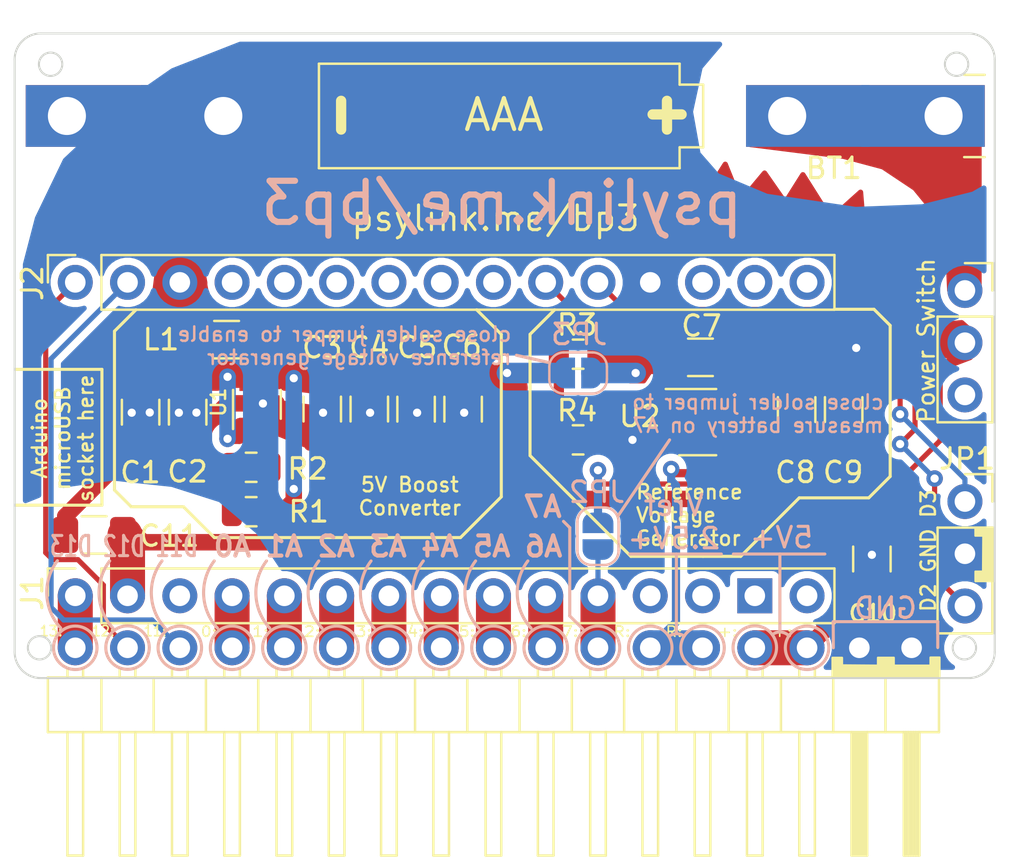
<source format=kicad_pcb>
(kicad_pcb (version 20171130) (host pcbnew 5.1.5+dfsg1-2build2)

  (general
    (thickness 1.6)
    (drawings 100)
    (tracks 156)
    (zones 0)
    (modules 26)
    (nets 37)
  )

  (page A4)
  (layers
    (0 F.Cu signal)
    (31 B.Cu signal)
    (32 B.Adhes user)
    (33 F.Adhes user)
    (34 B.Paste user)
    (35 F.Paste user)
    (36 B.SilkS user)
    (37 F.SilkS user)
    (38 B.Mask user)
    (39 F.Mask user)
    (40 Dwgs.User user)
    (41 Cmts.User user)
    (42 Eco1.User user)
    (43 Eco2.User user)
    (44 Edge.Cuts user)
    (45 Margin user)
    (46 B.CrtYd user)
    (47 F.CrtYd user)
    (48 B.Fab user hide)
    (49 F.Fab user hide)
  )

  (setup
    (last_trace_width 0.25)
    (user_trace_width 0.2)
    (user_trace_width 0.4)
    (user_trace_width 0.5)
    (user_trace_width 0.8)
    (user_trace_width 1)
    (user_trace_width 1.2)
    (user_trace_width 1.5)
    (user_trace_width 1.7)
    (trace_clearance 0.2)
    (zone_clearance 0.35)
    (zone_45_only no)
    (trace_min 0.2)
    (via_size 0.8)
    (via_drill 0.4)
    (via_min_size 0.4)
    (via_min_drill 0.3)
    (user_via 1.7 1)
    (uvia_size 0.3)
    (uvia_drill 0.1)
    (uvias_allowed no)
    (uvia_min_size 0.2)
    (uvia_min_drill 0.1)
    (edge_width 0.1)
    (segment_width 0.2)
    (pcb_text_width 0.3)
    (pcb_text_size 1.5 1.5)
    (mod_edge_width 0.15)
    (mod_text_size 1 1)
    (mod_text_width 0.15)
    (pad_size 1.7 1.7)
    (pad_drill 1)
    (pad_to_mask_clearance 0)
    (aux_axis_origin 0 0)
    (visible_elements FFFFFF7F)
    (pcbplotparams
      (layerselection 0x010fc_ffffffff)
      (usegerberextensions false)
      (usegerberattributes false)
      (usegerberadvancedattributes false)
      (creategerberjobfile false)
      (excludeedgelayer true)
      (linewidth 0.100000)
      (plotframeref false)
      (viasonmask false)
      (mode 1)
      (useauxorigin false)
      (hpglpennumber 1)
      (hpglpenspeed 20)
      (hpglpendiameter 15.000000)
      (psnegative false)
      (psa4output false)
      (plotreference true)
      (plotvalue true)
      (plotinvisibletext false)
      (padsonsilk false)
      (subtractmaskfromsilk true)
      (outputformat 1)
      (mirror false)
      (drillshape 0)
      (scaleselection 1)
      (outputdirectory "orders/2021-06-16/"))
  )

  (net 0 "")
  (net 1 /GND)
  (net 2 "Net-(BT1-Pad1)")
  (net 3 /V+)
  (net 4 /Vref)
  (net 5 /A0)
  (net 6 /A1)
  (net 7 /A2)
  (net 8 /A3)
  (net 9 /A4)
  (net 10 /A5)
  (net 11 /A6)
  (net 12 /A7)
  (net 13 /D2)
  (net 14 /D3)
  (net 15 /D4)
  (net 16 /VIN)
  (net 17 /GND2)
  (net 18 /RST)
  (net 19 /+5V)
  (net 20 /AREF)
  (net 21 /D13)
  (net 22 /TX)
  (net 23 /RX)
  (net 24 /D5)
  (net 25 /D6)
  (net 26 /D7)
  (net 27 /D8)
  (net 28 /D9)
  (net 29 /D11)
  (net 30 /D12)
  (net 31 /RST2)
  (net 32 /Vbat)
  (net 33 /OpAmpV+)
  (net 34 /FB)
  (net 35 /Vdiv)
  (net 36 /L)

  (net_class Default "This is the default net class."
    (clearance 0.2)
    (trace_width 0.25)
    (via_dia 0.8)
    (via_drill 0.4)
    (uvia_dia 0.3)
    (uvia_drill 0.1)
    (add_net /+5V)
    (add_net /A0)
    (add_net /A1)
    (add_net /A2)
    (add_net /A3)
    (add_net /A4)
    (add_net /A5)
    (add_net /A6)
    (add_net /A7)
    (add_net /AREF)
    (add_net /D11)
    (add_net /D12)
    (add_net /D13)
    (add_net /D2)
    (add_net /D3)
    (add_net /D4)
    (add_net /D5)
    (add_net /D6)
    (add_net /D7)
    (add_net /D8)
    (add_net /D9)
    (add_net /FB)
    (add_net /GND)
    (add_net /GND2)
    (add_net /L)
    (add_net /OpAmpV+)
    (add_net /RST)
    (add_net /RST2)
    (add_net /RX)
    (add_net /TX)
    (add_net /V+)
    (add_net /VIN)
    (add_net /Vbat)
    (add_net /Vdiv)
    (add_net /Vref)
    (add_net "Net-(BT1-Pad1)")
  )

  (module Connector_PinSocket_2.54mm:PinSocket_1x15_P2.54mm_Vertical (layer F.Cu) (tedit 60C92CB7) (tstamp 60CA528A)
    (at 26.0604 35.2171 90)
    (descr "Through hole straight socket strip, 1x15, 2.54mm pitch, single row (from Kicad 4.0.7), script generated")
    (tags "Through hole socket strip THT 1x15 2.54mm single row")
    (path /60BC79E1)
    (fp_text reference J2 (at -0.0381 -2.0828 90 unlocked) (layer F.SilkS)
      (effects (font (size 1 1) (thickness 0.15)))
    )
    (fp_text value "Right Pin Strip" (at 0 38.33 90) (layer F.Fab)
      (effects (font (size 1 1) (thickness 0.15)))
    )
    (fp_text user %R (at 0 17.78) (layer F.Fab)
      (effects (font (size 1 1) (thickness 0.15)))
    )
    (fp_line (start -1.8 37.3) (end -1.8 -1.8) (layer F.CrtYd) (width 0.05))
    (fp_line (start 1.75 37.3) (end -1.8 37.3) (layer F.CrtYd) (width 0.05))
    (fp_line (start 1.75 -1.8) (end 1.75 37.3) (layer F.CrtYd) (width 0.05))
    (fp_line (start -1.8 -1.8) (end 1.75 -1.8) (layer F.CrtYd) (width 0.05))
    (fp_line (start 0 -1.33) (end 1.33 -1.33) (layer F.SilkS) (width 0.12))
    (fp_line (start 1.33 -1.33) (end 1.33 0) (layer F.SilkS) (width 0.12))
    (fp_line (start 1.33 1.27) (end 1.33 36.89) (layer F.SilkS) (width 0.12))
    (fp_line (start -1.33 36.89) (end 1.33 36.89) (layer F.SilkS) (width 0.12))
    (fp_line (start -1.33 1.27) (end -1.33 36.89) (layer F.SilkS) (width 0.12))
    (fp_line (start -1.33 1.27) (end 1.33 1.27) (layer F.SilkS) (width 0.12))
    (fp_line (start -1.27 36.83) (end -1.27 -1.27) (layer F.Fab) (width 0.1))
    (fp_line (start 1.27 36.83) (end -1.27 36.83) (layer F.Fab) (width 0.1))
    (fp_line (start 1.27 -0.635) (end 1.27 36.83) (layer F.Fab) (width 0.1))
    (fp_line (start 0.635 -1.27) (end 1.27 -0.635) (layer F.Fab) (width 0.1))
    (fp_line (start -1.27 -1.27) (end 0.635 -1.27) (layer F.Fab) (width 0.1))
    (pad 15 thru_hole oval (at 0 35.56 90) (size 1.7 1.7) (drill 1) (layers *.Cu *.Mask)
      (net 22 /TX))
    (pad 14 thru_hole oval (at 0 33.02 90) (size 1.7 1.7) (drill 1) (layers *.Cu *.Mask)
      (net 23 /RX))
    (pad 13 thru_hole oval (at 0 30.48 90) (size 1.7 1.7) (drill 1) (layers *.Cu *.Mask)
      (net 18 /RST))
    (pad 12 thru_hole rect (at 0 27.94 90) (size 1.7 1.7) (drill 1) (layers *.Cu *.Mask)
      (net 1 /GND))
    (pad 11 thru_hole oval (at 0 25.4 90) (size 1.7 1.7) (drill 1) (layers *.Cu *.Mask)
      (net 13 /D2))
    (pad 10 thru_hole oval (at 0 22.86 90) (size 1.7 1.7) (drill 1) (layers *.Cu *.Mask)
      (net 14 /D3))
    (pad 9 thru_hole oval (at 0 20.32 90) (size 1.7 1.7) (drill 1) (layers *.Cu *.Mask)
      (net 15 /D4))
    (pad 8 thru_hole oval (at 0 17.78 90) (size 1.7 1.7) (drill 1) (layers *.Cu *.Mask)
      (net 24 /D5))
    (pad 7 thru_hole oval (at 0 15.24 90) (size 1.7 1.7) (drill 1) (layers *.Cu *.Mask)
      (net 25 /D6))
    (pad 6 thru_hole oval (at 0 12.7 90) (size 1.7 1.7) (drill 1) (layers *.Cu *.Mask)
      (net 26 /D7))
    (pad 5 thru_hole oval (at 0 10.16 90) (size 1.7 1.7) (drill 1) (layers *.Cu *.Mask)
      (net 27 /D8))
    (pad 4 thru_hole oval (at 0 7.62 90) (size 1.7 1.7) (drill 1) (layers *.Cu *.Mask)
      (net 28 /D9))
    (pad 3 thru_hole oval (at 0 5.08 90) (size 1.7 1.7) (drill 1) (layers *.Cu *.Mask)
      (net 32 /Vbat))
    (pad 2 thru_hole oval (at 0 2.54 90) (size 1.7 1.7) (drill 1) (layers *.Cu *.Mask)
      (net 29 /D11))
    (pad 1 thru_hole oval (at 0 0 90) (size 1.7 1.7) (drill 1) (layers *.Cu *.Mask)
      (net 30 /D12))
    (model ${KISYS3DMOD}/Connector_PinSocket_2.54mm.3dshapes/PinSocket_1x15_P2.54mm_Vertical.wrl
      (at (xyz 0 0 0))
      (scale (xyz 1 1 1))
      (rotate (xyz 0 0 0))
    )
  )

  (module Resistor_SMD:R_0805_2012Metric (layer F.Cu) (tedit 5B36C52B) (tstamp 60C998AA)
    (at 34.6075 46.3677 180)
    (descr "Resistor SMD 0805 (2012 Metric), square (rectangular) end terminal, IPC_7351 nominal, (Body size source: https://docs.google.com/spreadsheets/d/1BsfQQcO9C6DZCsRaXUlFlo91Tg2WpOkGARC1WS5S8t0/edit?usp=sharing), generated with kicad-footprint-generator")
    (tags resistor)
    (path /60C054D1)
    (attr smd)
    (fp_text reference R1 (at -2.794 0) (layer F.SilkS)
      (effects (font (size 1 1) (thickness 0.15)))
    )
    (fp_text value 1M/1% (at 0 1.65) (layer F.Fab)
      (effects (font (size 1 1) (thickness 0.15)))
    )
    (fp_text user %R (at 0 0) (layer F.Fab)
      (effects (font (size 0.5 0.5) (thickness 0.08)))
    )
    (fp_line (start 1.68 0.95) (end -1.68 0.95) (layer F.CrtYd) (width 0.05))
    (fp_line (start 1.68 -0.95) (end 1.68 0.95) (layer F.CrtYd) (width 0.05))
    (fp_line (start -1.68 -0.95) (end 1.68 -0.95) (layer F.CrtYd) (width 0.05))
    (fp_line (start -1.68 0.95) (end -1.68 -0.95) (layer F.CrtYd) (width 0.05))
    (fp_line (start -0.258578 0.71) (end 0.258578 0.71) (layer F.SilkS) (width 0.12))
    (fp_line (start -0.258578 -0.71) (end 0.258578 -0.71) (layer F.SilkS) (width 0.12))
    (fp_line (start 1 0.6) (end -1 0.6) (layer F.Fab) (width 0.1))
    (fp_line (start 1 -0.6) (end 1 0.6) (layer F.Fab) (width 0.1))
    (fp_line (start -1 -0.6) (end 1 -0.6) (layer F.Fab) (width 0.1))
    (fp_line (start -1 0.6) (end -1 -0.6) (layer F.Fab) (width 0.1))
    (pad 2 smd roundrect (at 0.9375 0 180) (size 0.975 1.4) (layers F.Cu F.Paste F.Mask) (roundrect_rratio 0.25)
      (net 34 /FB))
    (pad 1 smd roundrect (at -0.9375 0 180) (size 0.975 1.4) (layers F.Cu F.Paste F.Mask) (roundrect_rratio 0.25)
      (net 3 /V+))
    (model ${KISYS3DMOD}/Resistor_SMD.3dshapes/R_0805_2012Metric.wrl
      (at (xyz 0 0 0))
      (scale (xyz 1 1 1))
      (rotate (xyz 0 0 0))
    )
  )

  (module Jumper:SolderJumper-2_P1.3mm_Open_RoundedPad1.0x1.5mm (layer B.Cu) (tedit 5B391E66) (tstamp 60C8BC05)
    (at 50.4952 39.624)
    (descr "SMD Solder Jumper, 1x1.5mm, rounded Pads, 0.3mm gap, open")
    (tags "solder jumper open")
    (path /60E0C5DF)
    (attr virtual)
    (fp_text reference JP3 (at 0.0508 -1.8796 180) (layer B.SilkS)
      (effects (font (size 1 1) (thickness 0.15)) (justify mirror))
    )
    (fp_text value "Solder Jumper" (at 0 -1.9) (layer B.Fab)
      (effects (font (size 1 1) (thickness 0.15)) (justify mirror))
    )
    (fp_arc (start 0.7 0.3) (end 1.4 0.3) (angle 90) (layer B.SilkS) (width 0.12))
    (fp_arc (start 0.7 -0.3) (end 0.7 -1) (angle 90) (layer B.SilkS) (width 0.12))
    (fp_arc (start -0.7 -0.3) (end -1.4 -0.3) (angle 90) (layer B.SilkS) (width 0.12))
    (fp_arc (start -0.7 0.3) (end -0.7 1) (angle 90) (layer B.SilkS) (width 0.12))
    (fp_line (start -1.4 -0.3) (end -1.4 0.3) (layer B.SilkS) (width 0.12))
    (fp_line (start 0.7 -1) (end -0.7 -1) (layer B.SilkS) (width 0.12))
    (fp_line (start 1.4 0.3) (end 1.4 -0.3) (layer B.SilkS) (width 0.12))
    (fp_line (start -0.7 1) (end 0.7 1) (layer B.SilkS) (width 0.12))
    (fp_line (start -1.65 1.25) (end 1.65 1.25) (layer B.CrtYd) (width 0.05))
    (fp_line (start -1.65 1.25) (end -1.65 -1.25) (layer B.CrtYd) (width 0.05))
    (fp_line (start 1.65 -1.25) (end 1.65 1.25) (layer B.CrtYd) (width 0.05))
    (fp_line (start 1.65 -1.25) (end -1.65 -1.25) (layer B.CrtYd) (width 0.05))
    (pad 1 smd custom (at -0.65 0) (size 1 0.5) (layers B.Cu B.Mask)
      (net 3 /V+) (zone_connect 2)
      (options (clearance outline) (anchor rect))
      (primitives
        (gr_circle (center 0 -0.25) (end 0.5 -0.25) (width 0))
        (gr_circle (center 0 0.25) (end 0.5 0.25) (width 0))
        (gr_poly (pts
           (xy 0 0.75) (xy 0.5 0.75) (xy 0.5 -0.75) (xy 0 -0.75)) (width 0))
      ))
    (pad 2 smd custom (at 0.65 0) (size 1 0.5) (layers B.Cu B.Mask)
      (net 33 /OpAmpV+) (zone_connect 2)
      (options (clearance outline) (anchor rect))
      (primitives
        (gr_circle (center 0 -0.25) (end 0.5 -0.25) (width 0))
        (gr_circle (center 0 0.25) (end 0.5 0.25) (width 0))
        (gr_poly (pts
           (xy 0 0.75) (xy -0.5 0.75) (xy -0.5 -0.75) (xy 0 -0.75)) (width 0))
      ))
  )

  (module Resistor_SMD:R_0805_2012Metric (layer F.Cu) (tedit 5B36C52B) (tstamp 60C998DA)
    (at 34.6075 44.2087)
    (descr "Resistor SMD 0805 (2012 Metric), square (rectangular) end terminal, IPC_7351 nominal, (Body size source: https://docs.google.com/spreadsheets/d/1BsfQQcO9C6DZCsRaXUlFlo91Tg2WpOkGARC1WS5S8t0/edit?usp=sharing), generated with kicad-footprint-generator")
    (tags resistor)
    (path /60C0938B)
    (attr smd)
    (fp_text reference R2 (at 2.7432 0.0762) (layer F.SilkS)
      (effects (font (size 1 1) (thickness 0.15)))
    )
    (fp_text value 110K/1% (at 0 1.65) (layer F.Fab)
      (effects (font (size 1 1) (thickness 0.15)))
    )
    (fp_text user %R (at 0 0) (layer F.Fab)
      (effects (font (size 0.5 0.5) (thickness 0.08)))
    )
    (fp_line (start 1.68 0.95) (end -1.68 0.95) (layer F.CrtYd) (width 0.05))
    (fp_line (start 1.68 -0.95) (end 1.68 0.95) (layer F.CrtYd) (width 0.05))
    (fp_line (start -1.68 -0.95) (end 1.68 -0.95) (layer F.CrtYd) (width 0.05))
    (fp_line (start -1.68 0.95) (end -1.68 -0.95) (layer F.CrtYd) (width 0.05))
    (fp_line (start -0.258578 0.71) (end 0.258578 0.71) (layer F.SilkS) (width 0.12))
    (fp_line (start -0.258578 -0.71) (end 0.258578 -0.71) (layer F.SilkS) (width 0.12))
    (fp_line (start 1 0.6) (end -1 0.6) (layer F.Fab) (width 0.1))
    (fp_line (start 1 -0.6) (end 1 0.6) (layer F.Fab) (width 0.1))
    (fp_line (start -1 -0.6) (end 1 -0.6) (layer F.Fab) (width 0.1))
    (fp_line (start -1 0.6) (end -1 -0.6) (layer F.Fab) (width 0.1))
    (pad 2 smd roundrect (at 0.9375 0) (size 0.975 1.4) (layers F.Cu F.Paste F.Mask) (roundrect_rratio 0.25)
      (net 1 /GND))
    (pad 1 smd roundrect (at -0.9375 0) (size 0.975 1.4) (layers F.Cu F.Paste F.Mask) (roundrect_rratio 0.25)
      (net 34 /FB))
    (model ${KISYS3DMOD}/Resistor_SMD.3dshapes/R_0805_2012Metric.wrl
      (at (xyz 0 0 0))
      (scale (xyz 1 1 1))
      (rotate (xyz 0 0 0))
    )
  )

  (module Connector_PinSocket_2.54mm:PinSocket_1x15_P2.54mm_Vertical (layer F.Cu) (tedit 60C7FCCA) (tstamp 60CB914D)
    (at 26.0604 50.4571 90)
    (descr "Through hole straight socket strip, 1x15, 2.54mm pitch, single row (from Kicad 4.0.7), script generated")
    (tags "Through hole socket strip THT 1x15 2.54mm single row")
    (path /60C041A0)
    (fp_text reference J1 (at 0.1397 -2.0828 90 unlocked) (layer F.SilkS)
      (effects (font (size 1 1) (thickness 0.15)))
    )
    (fp_text value "Left Pin Strip" (at -1.524 17.8435 180) (layer F.Fab)
      (effects (font (size 1 1) (thickness 0.15)))
    )
    (fp_line (start -1.27 -1.27) (end 0.635 -1.27) (layer F.Fab) (width 0.1))
    (fp_line (start 0.635 -1.27) (end 1.27 -0.635) (layer F.Fab) (width 0.1))
    (fp_line (start 1.27 -0.635) (end 1.27 36.83) (layer F.Fab) (width 0.1))
    (fp_line (start 1.27 36.83) (end -1.27 36.83) (layer F.Fab) (width 0.1))
    (fp_line (start -1.27 36.83) (end -1.27 -1.27) (layer F.Fab) (width 0.1))
    (fp_line (start -1.33 1.27) (end 1.33 1.27) (layer F.SilkS) (width 0.12))
    (fp_line (start -1.33 1.27) (end -1.33 36.89) (layer F.SilkS) (width 0.12))
    (fp_line (start -1.33 36.89) (end 1.33 36.89) (layer F.SilkS) (width 0.12))
    (fp_line (start 1.33 1.27) (end 1.33 36.89) (layer F.SilkS) (width 0.12))
    (fp_line (start 1.33 -1.33) (end 1.33 0) (layer F.SilkS) (width 0.12))
    (fp_line (start 0 -1.33) (end 1.33 -1.33) (layer F.SilkS) (width 0.12))
    (fp_line (start -1.8 -1.8) (end 1.75 -1.8) (layer F.CrtYd) (width 0.05))
    (fp_line (start 1.75 -1.8) (end 1.75 37.3) (layer F.CrtYd) (width 0.05))
    (fp_line (start 1.75 37.3) (end -1.8 37.3) (layer F.CrtYd) (width 0.05))
    (fp_line (start -1.8 37.3) (end -1.8 -1.8) (layer F.CrtYd) (width 0.05))
    (fp_text user %R (at 0 17.78) (layer F.Fab)
      (effects (font (size 1 1) (thickness 0.15)))
    )
    (pad 1 thru_hole oval (at 0 0 90) (size 1.7 1.7) (drill 1) (layers *.Cu *.Mask)
      (net 21 /D13))
    (pad 2 thru_hole oval (at 0 2.54 90) (size 1.7 1.7) (drill 1) (layers *.Cu *.Mask)
      (net 3 /V+))
    (pad 3 thru_hole oval (at 0 5.08 90) (size 1.7 1.7) (drill 1) (layers *.Cu *.Mask)
      (net 20 /AREF))
    (pad 4 thru_hole oval (at 0 7.62 90) (size 1.7 1.7) (drill 1) (layers *.Cu *.Mask)
      (net 5 /A0))
    (pad 5 thru_hole oval (at 0 10.16 90) (size 1.7 1.7) (drill 1) (layers *.Cu *.Mask)
      (net 6 /A1))
    (pad 6 thru_hole oval (at 0 12.7 90) (size 1.7 1.7) (drill 1) (layers *.Cu *.Mask)
      (net 7 /A2))
    (pad 7 thru_hole oval (at 0 15.24 90) (size 1.7 1.7) (drill 1) (layers *.Cu *.Mask)
      (net 8 /A3))
    (pad 8 thru_hole oval (at 0 17.78 90) (size 1.7 1.7) (drill 1) (layers *.Cu *.Mask)
      (net 9 /A4))
    (pad 9 thru_hole oval (at 0 20.32 90) (size 1.7 1.7) (drill 1) (layers *.Cu *.Mask)
      (net 10 /A5))
    (pad 10 thru_hole oval (at 0 22.86 90) (size 1.7 1.7) (drill 1) (layers *.Cu *.Mask)
      (net 11 /A6))
    (pad 11 thru_hole oval (at 0 25.4 90) (size 1.7 1.7) (drill 1) (layers *.Cu *.Mask)
      (net 12 /A7))
    (pad 12 thru_hole oval (at 0 27.94 90) (size 1.7 1.7) (drill 1) (layers *.Cu *.Mask)
      (net 19 /+5V))
    (pad 13 thru_hole oval (at 0 30.48 90) (size 1.7 1.7) (drill 1) (layers *.Cu *.Mask)
      (net 31 /RST2))
    (pad 14 thru_hole rect (at 0 33.02 90) (size 1.7 1.7) (drill 1) (layers *.Cu *.Mask)
      (net 17 /GND2))
    (pad 15 thru_hole oval (at 0 35.56 90) (size 1.7 1.7) (drill 1) (layers *.Cu *.Mask)
      (net 16 /VIN))
    (model ${KISYS3DMOD}/Connector_PinSocket_2.54mm.3dshapes/PinSocket_1x15_P2.54mm_Vertical.wrl
      (at (xyz 0 0 0))
      (scale (xyz 1 1 1))
      (rotate (xyz 0 0 0))
    )
  )

  (module Resistor_SMD:R_0805_2012Metric (layer F.Cu) (tedit 5B36C52B) (tstamp 60C7D6DF)
    (at 50.4952 42.8752)
    (descr "Resistor SMD 0805 (2012 Metric), square (rectangular) end terminal, IPC_7351 nominal, (Body size source: https://docs.google.com/spreadsheets/d/1BsfQQcO9C6DZCsRaXUlFlo91Tg2WpOkGARC1WS5S8t0/edit?usp=sharing), generated with kicad-footprint-generator")
    (tags resistor)
    (path /60ABC396)
    (attr smd)
    (fp_text reference R4 (at -0.0508 -1.4224) (layer F.SilkS)
      (effects (font (size 1 1) (thickness 0.15)))
    )
    (fp_text value 1M/1% (at 0 1.65) (layer F.Fab)
      (effects (font (size 1 1) (thickness 0.15)))
    )
    (fp_line (start -1 0.6) (end -1 -0.6) (layer F.Fab) (width 0.1))
    (fp_line (start -1 -0.6) (end 1 -0.6) (layer F.Fab) (width 0.1))
    (fp_line (start 1 -0.6) (end 1 0.6) (layer F.Fab) (width 0.1))
    (fp_line (start 1 0.6) (end -1 0.6) (layer F.Fab) (width 0.1))
    (fp_line (start -0.258578 -0.71) (end 0.258578 -0.71) (layer F.SilkS) (width 0.12))
    (fp_line (start -0.258578 0.71) (end 0.258578 0.71) (layer F.SilkS) (width 0.12))
    (fp_line (start -1.68 0.95) (end -1.68 -0.95) (layer F.CrtYd) (width 0.05))
    (fp_line (start -1.68 -0.95) (end 1.68 -0.95) (layer F.CrtYd) (width 0.05))
    (fp_line (start 1.68 -0.95) (end 1.68 0.95) (layer F.CrtYd) (width 0.05))
    (fp_line (start 1.68 0.95) (end -1.68 0.95) (layer F.CrtYd) (width 0.05))
    (fp_text user %R (at 0 0) (layer F.Fab)
      (effects (font (size 0.5 0.5) (thickness 0.08)))
    )
    (pad 1 smd roundrect (at -0.9375 0) (size 0.975 1.4) (layers F.Cu F.Paste F.Mask) (roundrect_rratio 0.25)
      (net 35 /Vdiv))
    (pad 2 smd roundrect (at 0.9375 0) (size 0.975 1.4) (layers F.Cu F.Paste F.Mask) (roundrect_rratio 0.25)
      (net 1 /GND))
    (model ${KISYS3DMOD}/Resistor_SMD.3dshapes/R_0805_2012Metric.wrl
      (at (xyz 0 0 0))
      (scale (xyz 1 1 1))
      (rotate (xyz 0 0 0))
    )
  )

  (module PsyLinkFootprints:BatteryHolder_Keystone_82_1xAAA (layer F.Cu) (tedit 60B956F1) (tstamp 60CA5991)
    (at 68.254 27.1272 180)
    (descr "1xAAA Battery Holder, Keystone, Two snap-in clips, https://eu.mouser.com/ProductDetail/Keystone-Electronics/82")
    (tags "AAA battery holder Keystone")
    (path /60BF138E)
    (fp_text reference BT1 (at 5.334 -2.54 180) (layer F.SilkS)
      (effects (font (size 1 1) (thickness 0.15)))
    )
    (fp_text value 1.2V (at 20.955 0) (layer F.Fab)
      (effects (font (size 0.9 0.9) (thickness 0.15)))
    )
    (fp_line (start 12.827 1.524) (end 12.827 2.54) (layer F.SilkS) (width 0.12))
    (fp_line (start 12.827 -1.524) (end 12.827 -2.54) (layer F.SilkS) (width 0.12))
    (fp_line (start 11.684 -1.524) (end 12.827 -1.524) (layer F.SilkS) (width 0.12))
    (fp_line (start 11.684 1.524) (end 12.827 1.524) (layer F.SilkS) (width 0.12))
    (fp_line (start 11.684 -1.524) (end 11.684 1.524) (layer F.SilkS) (width 0.12))
    (fp_line (start 30.353 -2.54) (end 12.827 -2.54) (layer F.SilkS) (width 0.12))
    (fp_line (start 30.353 2.54) (end 30.353 -2.54) (layer F.SilkS) (width 0.12))
    (fp_line (start 12.827 2.54) (end 30.353 2.54) (layer F.SilkS) (width 0.12))
    (fp_line (start 45.2 -3.8) (end 45.2 3.8) (layer B.CrtYd) (width 0.05))
    (fp_line (start 32.4 -3.8) (end 32.4 3.8) (layer B.CrtYd) (width 0.05))
    (fp_line (start 10.2 -3.8) (end 10.2 3.8) (layer B.CrtYd) (width 0.05))
    (fp_line (start -2.6 -3.8) (end -2.6 3.8) (layer B.CrtYd) (width 0.05))
    (fp_text user %R (at 7.62 0) (layer F.Fab)
      (effects (font (size 1 1) (thickness 0.15)))
    )
    (fp_line (start -2 -2) (end -1 -2) (layer F.SilkS) (width 0.12))
    (fp_line (start -1 2) (end -2 2) (layer F.SilkS) (width 0.12))
    (fp_line (start -2.6 -3.8) (end 45.2 -3.8) (layer B.CrtYd) (width 0.05))
    (fp_text user %R (at 7.62 0) (layer F.Fab)
      (effects (font (size 1 1) (thickness 0.15)))
    )
    (fp_line (start -2.6 3.8) (end 45.2 3.8) (layer B.CrtYd) (width 0.05))
    (pad 1 thru_hole rect (at 0 0 180) (size 6 3) (drill 1.85 (offset 1 0)) (layers *.Cu *.Mask)
      (net 2 "Net-(BT1-Pad1)"))
    (pad 2 thru_hole rect (at 42.6 0 180) (size 6 3) (drill 1.85 (offset -1 0)) (layers *.Cu *.Mask)
      (net 1 /GND))
    (pad 1 thru_hole rect (at 7.6 0 180) (size 6 3) (drill 1.85 (offset -1 0)) (layers *.Cu *.Mask)
      (net 2 "Net-(BT1-Pad1)"))
    (pad 2 thru_hole rect (at 35 0 180) (size 6 3) (drill 1.85 (offset 1 0)) (layers *.Cu *.Mask)
      (net 1 /GND))
  )

  (module Resistor_SMD:R_0805_2012Metric (layer F.Cu) (tedit 5B36C52B) (tstamp 60C7D4A2)
    (at 50.4952 38.7096 180)
    (descr "Resistor SMD 0805 (2012 Metric), square (rectangular) end terminal, IPC_7351 nominal, (Body size source: https://docs.google.com/spreadsheets/d/1BsfQQcO9C6DZCsRaXUlFlo91Tg2WpOkGARC1WS5S8t0/edit?usp=sharing), generated with kicad-footprint-generator")
    (tags resistor)
    (path /60ABC39C)
    (attr smd)
    (fp_text reference R3 (at 0.0508 1.4224) (layer F.SilkS)
      (effects (font (size 1 1) (thickness 0.15)))
    )
    (fp_text value 1M/1% (at 0 1.65) (layer F.Fab)
      (effects (font (size 1 1) (thickness 0.15)))
    )
    (fp_text user %R (at 0 0) (layer F.Fab)
      (effects (font (size 0.5 0.5) (thickness 0.08)))
    )
    (fp_line (start 1.68 0.95) (end -1.68 0.95) (layer F.CrtYd) (width 0.05))
    (fp_line (start 1.68 -0.95) (end 1.68 0.95) (layer F.CrtYd) (width 0.05))
    (fp_line (start -1.68 -0.95) (end 1.68 -0.95) (layer F.CrtYd) (width 0.05))
    (fp_line (start -1.68 0.95) (end -1.68 -0.95) (layer F.CrtYd) (width 0.05))
    (fp_line (start -0.258578 0.71) (end 0.258578 0.71) (layer F.SilkS) (width 0.12))
    (fp_line (start -0.258578 -0.71) (end 0.258578 -0.71) (layer F.SilkS) (width 0.12))
    (fp_line (start 1 0.6) (end -1 0.6) (layer F.Fab) (width 0.1))
    (fp_line (start 1 -0.6) (end 1 0.6) (layer F.Fab) (width 0.1))
    (fp_line (start -1 -0.6) (end 1 -0.6) (layer F.Fab) (width 0.1))
    (fp_line (start -1 0.6) (end -1 -0.6) (layer F.Fab) (width 0.1))
    (pad 2 smd roundrect (at 0.9375 0 180) (size 0.975 1.4) (layers F.Cu F.Paste F.Mask) (roundrect_rratio 0.25)
      (net 35 /Vdiv))
    (pad 1 smd roundrect (at -0.9375 0 180) (size 0.975 1.4) (layers F.Cu F.Paste F.Mask) (roundrect_rratio 0.25)
      (net 33 /OpAmpV+))
    (model ${KISYS3DMOD}/Resistor_SMD.3dshapes/R_0805_2012Metric.wrl
      (at (xyz 0 0 0))
      (scale (xyz 1 1 1))
      (rotate (xyz 0 0 0))
    )
  )

  (module Connector_PinSocket_2.54mm:PinSocket_1x03_P2.54mm_Vertical (layer F.Cu) (tedit 60C7FCAC) (tstamp 60CA9F67)
    (at 69.2912 35.6108)
    (descr "Through hole straight socket strip, 1x03, 2.54mm pitch, single row (from Kicad 4.0.7), script generated")
    (tags "Through hole socket strip THT 1x03 2.54mm single row")
    (path /60BF481E)
    (fp_text reference SW1 (at -3.048 -0.762 270) (layer F.SilkS) hide
      (effects (font (size 1 1) (thickness 0.15)))
    )
    (fp_text value "Power Switch" (at 1.524 3.6195 270) (layer F.Fab)
      (effects (font (size 1 1) (thickness 0.15)))
    )
    (fp_text user %R (at -0.047001 4.955499 90) (layer F.Fab)
      (effects (font (size 1 1) (thickness 0.15)))
    )
    (fp_line (start -1.8 6.85) (end -1.8 -1.8) (layer F.CrtYd) (width 0.05))
    (fp_line (start 1.75 6.85) (end -1.8 6.85) (layer F.CrtYd) (width 0.05))
    (fp_line (start 1.75 -1.8) (end 1.75 6.85) (layer F.CrtYd) (width 0.05))
    (fp_line (start -1.8 -1.8) (end 1.75 -1.8) (layer F.CrtYd) (width 0.05))
    (fp_line (start 0 -1.33) (end 1.33 -1.33) (layer F.SilkS) (width 0.12))
    (fp_line (start 1.33 -1.33) (end 1.33 0) (layer F.SilkS) (width 0.12))
    (fp_line (start 1.33 1.27) (end 1.33 6.41) (layer F.SilkS) (width 0.12))
    (fp_line (start -1.33 6.41) (end 1.33 6.41) (layer F.SilkS) (width 0.12))
    (fp_line (start -1.33 1.27) (end -1.33 6.41) (layer F.SilkS) (width 0.12))
    (fp_line (start -1.33 1.27) (end 1.33 1.27) (layer F.SilkS) (width 0.12))
    (fp_line (start -1.27 6.35) (end -1.27 -1.27) (layer F.Fab) (width 0.1))
    (fp_line (start 1.27 6.35) (end -1.27 6.35) (layer F.Fab) (width 0.1))
    (fp_line (start 1.27 -0.635) (end 1.27 6.35) (layer F.Fab) (width 0.1))
    (fp_line (start 0.635 -1.27) (end 1.27 -0.635) (layer F.Fab) (width 0.1))
    (fp_line (start -1.27 -1.27) (end 0.635 -1.27) (layer F.Fab) (width 0.1))
    (pad 3 thru_hole oval (at 0 5.08) (size 1.7 1.7) (drill 1) (layers *.Cu *.Mask))
    (pad 2 thru_hole oval (at 0 2.54) (size 1.7 1.7) (drill 1) (layers *.Cu *.Mask)
      (net 32 /Vbat))
    (pad 1 thru_hole oval (at 0 0) (size 1.7 1.7) (drill 1) (layers *.Cu *.Mask)
      (net 2 "Net-(BT1-Pad1)"))
    (model ${KISYS3DMOD}/Connector_PinSocket_2.54mm.3dshapes/PinSocket_1x03_P2.54mm_Vertical.wrl
      (at (xyz 0 0 0))
      (scale (xyz 1 1 1))
      (rotate (xyz 0 0 0))
    )
  )

  (module Package_TO_SOT_SMD:Texas_R-PDSO-G6 (layer F.Cu) (tedit 5A02FF57) (tstamp 60C7D396)
    (at 34.8869 41.148 90)
    (descr "R-PDSO-G6, http://www.ti.com/lit/ds/slis144b/slis144b.pdf")
    (tags "R-PDSO-G6 SC-70-6")
    (path /60BEF8B9)
    (attr smd)
    (fp_text reference U1 (at 0.1016 -1.8669 90) (layer F.SilkS)
      (effects (font (size 0.7 0.7) (thickness 0.12)))
    )
    (fp_text value TPS61220DCK (at 0 2 90) (layer F.Fab)
      (effects (font (size 1 1) (thickness 0.15)))
    )
    (fp_text user %R (at 0 0) (layer F.Fab)
      (effects (font (size 0.5 0.5) (thickness 0.075)))
    )
    (fp_line (start 0.7 -1.16) (end -1.2 -1.16) (layer F.SilkS) (width 0.12))
    (fp_line (start -0.7 1.16) (end 0.7 1.16) (layer F.SilkS) (width 0.12))
    (fp_line (start 1.6 1.4) (end 1.6 -1.4) (layer F.CrtYd) (width 0.05))
    (fp_line (start -1.6 -1.4) (end -1.6 1.4) (layer F.CrtYd) (width 0.05))
    (fp_line (start -1.6 -1.4) (end 1.6 -1.4) (layer F.CrtYd) (width 0.05))
    (fp_line (start 0.675 -1.1) (end -0.175 -1.1) (layer F.Fab) (width 0.1))
    (fp_line (start -0.675 -0.6) (end -0.675 1.1) (layer F.Fab) (width 0.1))
    (fp_line (start -1.6 1.4) (end 1.6 1.4) (layer F.CrtYd) (width 0.05))
    (fp_line (start 0.675 -1.1) (end 0.675 1.1) (layer F.Fab) (width 0.1))
    (fp_line (start 0.675 1.1) (end -0.675 1.1) (layer F.Fab) (width 0.1))
    (fp_line (start -0.175 -1.1) (end -0.675 -0.6) (layer F.Fab) (width 0.1))
    (pad 1 smd rect (at -1.1 -0.65 90) (size 0.9 0.4) (layers F.Cu F.Paste F.Mask)
      (net 32 /Vbat))
    (pad 3 smd rect (at -1.1 0.65 90) (size 0.9 0.4) (layers F.Cu F.Paste F.Mask)
      (net 1 /GND))
    (pad 5 smd rect (at 1.1 0 90) (size 0.9 0.4) (layers F.Cu F.Paste F.Mask)
      (net 36 /L))
    (pad 2 smd rect (at -1.1 0 90) (size 0.9 0.4) (layers F.Cu F.Paste F.Mask)
      (net 34 /FB))
    (pad 4 smd rect (at 1.1 0.65 90) (size 0.9 0.4) (layers F.Cu F.Paste F.Mask)
      (net 3 /V+))
    (pad 6 smd rect (at 1.1 -0.65 90) (size 0.9 0.4) (layers F.Cu F.Paste F.Mask)
      (net 32 /Vbat))
    (model ${KISYS3DMOD}/Package_TO_SOT_SMD.3dshapes/SOT-363_SC-70-6.wrl
      (at (xyz 0 0 0))
      (scale (xyz 1 1 1))
      (rotate (xyz 0 0 0))
    )
  )

  (module Package_TO_SOT_SMD:SOT-23-5 (layer F.Cu) (tedit 5A02FF57) (tstamp 60C8F3A8)
    (at 56.304 42.0116)
    (descr "5-pin SOT23 package")
    (tags SOT-23-5)
    (path /60DAB6F6)
    (attr smd)
    (fp_text reference U2 (at -2.8116 -0.2794) (layer F.SilkS)
      (effects (font (size 1 1) (thickness 0.15)))
    )
    (fp_text value LM321 (at 0 2.9) (layer F.Fab)
      (effects (font (size 1 1) (thickness 0.15)))
    )
    (fp_text user %R (at 0 0 90) (layer F.Fab)
      (effects (font (size 0.5 0.5) (thickness 0.075)))
    )
    (fp_line (start -0.9 1.61) (end 0.9 1.61) (layer F.SilkS) (width 0.12))
    (fp_line (start 0.9 -1.61) (end -1.55 -1.61) (layer F.SilkS) (width 0.12))
    (fp_line (start -1.9 -1.8) (end 1.9 -1.8) (layer F.CrtYd) (width 0.05))
    (fp_line (start 1.9 -1.8) (end 1.9 1.8) (layer F.CrtYd) (width 0.05))
    (fp_line (start 1.9 1.8) (end -1.9 1.8) (layer F.CrtYd) (width 0.05))
    (fp_line (start -1.9 1.8) (end -1.9 -1.8) (layer F.CrtYd) (width 0.05))
    (fp_line (start -0.9 -0.9) (end -0.25 -1.55) (layer F.Fab) (width 0.1))
    (fp_line (start 0.9 -1.55) (end -0.25 -1.55) (layer F.Fab) (width 0.1))
    (fp_line (start -0.9 -0.9) (end -0.9 1.55) (layer F.Fab) (width 0.1))
    (fp_line (start 0.9 1.55) (end -0.9 1.55) (layer F.Fab) (width 0.1))
    (fp_line (start 0.9 -1.55) (end 0.9 1.55) (layer F.Fab) (width 0.1))
    (pad 1 smd rect (at -1.1 -0.95) (size 1.06 0.65) (layers F.Cu F.Paste F.Mask)
      (net 35 /Vdiv))
    (pad 2 smd rect (at -1.1 0) (size 1.06 0.65) (layers F.Cu F.Paste F.Mask)
      (net 1 /GND))
    (pad 3 smd rect (at -1.1 0.95) (size 1.06 0.65) (layers F.Cu F.Paste F.Mask)
      (net 4 /Vref))
    (pad 4 smd rect (at 1.1 0.95) (size 1.06 0.65) (layers F.Cu F.Paste F.Mask)
      (net 4 /Vref))
    (pad 5 smd rect (at 1.1 -0.95) (size 1.06 0.65) (layers F.Cu F.Paste F.Mask)
      (net 33 /OpAmpV+))
    (model ${KISYS3DMOD}/Package_TO_SOT_SMD.3dshapes/SOT-23-5.wrl
      (at (xyz 0 0 0))
      (scale (xyz 1 1 1))
      (rotate (xyz 0 0 0))
    )
  )

  (module Capacitor_SMD:C_1206_3216Metric (layer F.Cu) (tedit 5B301BBE) (tstamp 60CAEF2F)
    (at 31.5214 41.529 90)
    (descr "Capacitor SMD 1206 (3216 Metric), square (rectangular) end terminal, IPC_7351 nominal, (Body size source: http://www.tortai-tech.com/upload/download/2011102023233369053.pdf), generated with kicad-footprint-generator")
    (tags capacitor)
    (path /60CBE5F6)
    (attr smd)
    (fp_text reference C2 (at -2.8956 -0.00762 180) (layer F.SilkS)
      (effects (font (size 1 1) (thickness 0.15)))
    )
    (fp_text value 100uF (at 0 1.82 90) (layer F.Fab)
      (effects (font (size 1 1) (thickness 0.15)))
    )
    (fp_text user %R (at 0 0 90) (layer F.Fab)
      (effects (font (size 0.8 0.8) (thickness 0.12)))
    )
    (fp_line (start 2.28 1.12) (end -2.28 1.12) (layer F.CrtYd) (width 0.05))
    (fp_line (start 2.28 -1.12) (end 2.28 1.12) (layer F.CrtYd) (width 0.05))
    (fp_line (start -2.28 -1.12) (end 2.28 -1.12) (layer F.CrtYd) (width 0.05))
    (fp_line (start -2.28 1.12) (end -2.28 -1.12) (layer F.CrtYd) (width 0.05))
    (fp_line (start -0.602064 0.91) (end 0.602064 0.91) (layer F.SilkS) (width 0.12))
    (fp_line (start -0.602064 -0.91) (end 0.602064 -0.91) (layer F.SilkS) (width 0.12))
    (fp_line (start 1.6 0.8) (end -1.6 0.8) (layer F.Fab) (width 0.1))
    (fp_line (start 1.6 -0.8) (end 1.6 0.8) (layer F.Fab) (width 0.1))
    (fp_line (start -1.6 -0.8) (end 1.6 -0.8) (layer F.Fab) (width 0.1))
    (fp_line (start -1.6 0.8) (end -1.6 -0.8) (layer F.Fab) (width 0.1))
    (pad 2 smd roundrect (at 1.4 0 90) (size 1.25 1.75) (layers F.Cu F.Paste F.Mask) (roundrect_rratio 0.2)
      (net 32 /Vbat))
    (pad 1 smd roundrect (at -1.4 0 90) (size 1.25 1.75) (layers F.Cu F.Paste F.Mask) (roundrect_rratio 0.2)
      (net 1 /GND))
    (model ${KISYS3DMOD}/Capacitor_SMD.3dshapes/C_1206_3216Metric.wrl
      (at (xyz 0 0 0))
      (scale (xyz 1 1 1))
      (rotate (xyz 0 0 0))
    )
  )

  (module Capacitor_SMD:C_1206_3216Metric (layer F.Cu) (tedit 5B301BBE) (tstamp 60CAEF5F)
    (at 29.2354 41.529 90)
    (descr "Capacitor SMD 1206 (3216 Metric), square (rectangular) end terminal, IPC_7351 nominal, (Body size source: http://www.tortai-tech.com/upload/download/2011102023233369053.pdf), generated with kicad-footprint-generator")
    (tags capacitor)
    (path /60DC86D8)
    (attr smd)
    (fp_text reference C1 (at -2.93116 -0.01016 180) (layer F.SilkS)
      (effects (font (size 1 1) (thickness 0.15)))
    )
    (fp_text value 100uF (at 0 1.82 90) (layer F.Fab)
      (effects (font (size 1 1) (thickness 0.15)))
    )
    (fp_line (start -1.6 0.8) (end -1.6 -0.8) (layer F.Fab) (width 0.1))
    (fp_line (start -1.6 -0.8) (end 1.6 -0.8) (layer F.Fab) (width 0.1))
    (fp_line (start 1.6 -0.8) (end 1.6 0.8) (layer F.Fab) (width 0.1))
    (fp_line (start 1.6 0.8) (end -1.6 0.8) (layer F.Fab) (width 0.1))
    (fp_line (start -0.602064 -0.91) (end 0.602064 -0.91) (layer F.SilkS) (width 0.12))
    (fp_line (start -0.602064 0.91) (end 0.602064 0.91) (layer F.SilkS) (width 0.12))
    (fp_line (start -2.28 1.12) (end -2.28 -1.12) (layer F.CrtYd) (width 0.05))
    (fp_line (start -2.28 -1.12) (end 2.28 -1.12) (layer F.CrtYd) (width 0.05))
    (fp_line (start 2.28 -1.12) (end 2.28 1.12) (layer F.CrtYd) (width 0.05))
    (fp_line (start 2.28 1.12) (end -2.28 1.12) (layer F.CrtYd) (width 0.05))
    (fp_text user %R (at 0 0 90) (layer F.Fab)
      (effects (font (size 0.8 0.8) (thickness 0.12)))
    )
    (pad 1 smd roundrect (at -1.4 0 90) (size 1.25 1.75) (layers F.Cu F.Paste F.Mask) (roundrect_rratio 0.2)
      (net 1 /GND))
    (pad 2 smd roundrect (at 1.4 0 90) (size 1.25 1.75) (layers F.Cu F.Paste F.Mask) (roundrect_rratio 0.2)
      (net 32 /Vbat))
    (model ${KISYS3DMOD}/Capacitor_SMD.3dshapes/C_1206_3216Metric.wrl
      (at (xyz 0 0 0))
      (scale (xyz 1 1 1))
      (rotate (xyz 0 0 0))
    )
  )

  (module Capacitor_SMD:C_1206_3216Metric (layer F.Cu) (tedit 5B301BBE) (tstamp 60C8BC7F)
    (at 38.0619 41.3766 270)
    (descr "Capacitor SMD 1206 (3216 Metric), square (rectangular) end terminal, IPC_7351 nominal, (Body size source: http://www.tortai-tech.com/upload/download/2011102023233369053.pdf), generated with kicad-footprint-generator")
    (tags capacitor)
    (path /60CBD3AB)
    (attr smd)
    (fp_text reference C3 (at -2.9845 0 180) (layer F.SilkS)
      (effects (font (size 1 1) (thickness 0.15)))
    )
    (fp_text value 100uF (at 0 1.82 90) (layer F.Fab)
      (effects (font (size 1 1) (thickness 0.15)))
    )
    (fp_line (start -1.6 0.8) (end -1.6 -0.8) (layer F.Fab) (width 0.1))
    (fp_line (start -1.6 -0.8) (end 1.6 -0.8) (layer F.Fab) (width 0.1))
    (fp_line (start 1.6 -0.8) (end 1.6 0.8) (layer F.Fab) (width 0.1))
    (fp_line (start 1.6 0.8) (end -1.6 0.8) (layer F.Fab) (width 0.1))
    (fp_line (start -0.602064 -0.91) (end 0.602064 -0.91) (layer F.SilkS) (width 0.12))
    (fp_line (start -0.602064 0.91) (end 0.602064 0.91) (layer F.SilkS) (width 0.12))
    (fp_line (start -2.28 1.12) (end -2.28 -1.12) (layer F.CrtYd) (width 0.05))
    (fp_line (start -2.28 -1.12) (end 2.28 -1.12) (layer F.CrtYd) (width 0.05))
    (fp_line (start 2.28 -1.12) (end 2.28 1.12) (layer F.CrtYd) (width 0.05))
    (fp_line (start 2.28 1.12) (end -2.28 1.12) (layer F.CrtYd) (width 0.05))
    (fp_text user %R (at 0 0 90) (layer F.Fab)
      (effects (font (size 0.8 0.8) (thickness 0.12)))
    )
    (pad 1 smd roundrect (at -1.4 0 270) (size 1.25 1.75) (layers F.Cu F.Paste F.Mask) (roundrect_rratio 0.2)
      (net 3 /V+))
    (pad 2 smd roundrect (at 1.4 0 270) (size 1.25 1.75) (layers F.Cu F.Paste F.Mask) (roundrect_rratio 0.2)
      (net 1 /GND))
    (model ${KISYS3DMOD}/Capacitor_SMD.3dshapes/C_1206_3216Metric.wrl
      (at (xyz 0 0 0))
      (scale (xyz 1 1 1))
      (rotate (xyz 0 0 0))
    )
  )

  (module Capacitor_SMD:C_1206_3216Metric (layer F.Cu) (tedit 5B301BBE) (tstamp 60C7D412)
    (at 40.3479 41.3766 270)
    (descr "Capacitor SMD 1206 (3216 Metric), square (rectangular) end terminal, IPC_7351 nominal, (Body size source: http://www.tortai-tech.com/upload/download/2011102023233369053.pdf), generated with kicad-footprint-generator")
    (tags capacitor)
    (path /60CB80A8)
    (attr smd)
    (fp_text reference C4 (at -2.9972 0 180) (layer F.SilkS)
      (effects (font (size 1 1) (thickness 0.15)))
    )
    (fp_text value 100uF (at 0 1.82 90) (layer F.Fab)
      (effects (font (size 1 1) (thickness 0.15)))
    )
    (fp_text user %R (at 0 0 90) (layer F.Fab)
      (effects (font (size 0.8 0.8) (thickness 0.12)))
    )
    (fp_line (start 2.28 1.12) (end -2.28 1.12) (layer F.CrtYd) (width 0.05))
    (fp_line (start 2.28 -1.12) (end 2.28 1.12) (layer F.CrtYd) (width 0.05))
    (fp_line (start -2.28 -1.12) (end 2.28 -1.12) (layer F.CrtYd) (width 0.05))
    (fp_line (start -2.28 1.12) (end -2.28 -1.12) (layer F.CrtYd) (width 0.05))
    (fp_line (start -0.602064 0.91) (end 0.602064 0.91) (layer F.SilkS) (width 0.12))
    (fp_line (start -0.602064 -0.91) (end 0.602064 -0.91) (layer F.SilkS) (width 0.12))
    (fp_line (start 1.6 0.8) (end -1.6 0.8) (layer F.Fab) (width 0.1))
    (fp_line (start 1.6 -0.8) (end 1.6 0.8) (layer F.Fab) (width 0.1))
    (fp_line (start -1.6 -0.8) (end 1.6 -0.8) (layer F.Fab) (width 0.1))
    (fp_line (start -1.6 0.8) (end -1.6 -0.8) (layer F.Fab) (width 0.1))
    (pad 2 smd roundrect (at 1.4 0 270) (size 1.25 1.75) (layers F.Cu F.Paste F.Mask) (roundrect_rratio 0.2)
      (net 1 /GND))
    (pad 1 smd roundrect (at -1.4 0 270) (size 1.25 1.75) (layers F.Cu F.Paste F.Mask) (roundrect_rratio 0.2)
      (net 3 /V+))
    (model ${KISYS3DMOD}/Capacitor_SMD.3dshapes/C_1206_3216Metric.wrl
      (at (xyz 0 0 0))
      (scale (xyz 1 1 1))
      (rotate (xyz 0 0 0))
    )
  )

  (module Capacitor_SMD:C_1206_3216Metric (layer F.Cu) (tedit 5B301BBE) (tstamp 60CA4516)
    (at 64.77 48.6664 90)
    (descr "Capacitor SMD 1206 (3216 Metric), square (rectangular) end terminal, IPC_7351 nominal, (Body size source: http://www.tortai-tech.com/upload/download/2011102023233369053.pdf), generated with kicad-footprint-generator")
    (tags capacitor)
    (path /60CB83B2)
    (attr smd)
    (fp_text reference C10 (at -2.6416 0.0508 180) (layer F.SilkS)
      (effects (font (size 0.8 0.8) (thickness 0.15)))
    )
    (fp_text value 100uF (at 0 1.82 90) (layer F.Fab)
      (effects (font (size 1 1) (thickness 0.15)))
    )
    (fp_text user %R (at 0 0 90) (layer F.Fab)
      (effects (font (size 0.8 0.8) (thickness 0.12)))
    )
    (fp_line (start 2.28 1.12) (end -2.28 1.12) (layer F.CrtYd) (width 0.05))
    (fp_line (start 2.28 -1.12) (end 2.28 1.12) (layer F.CrtYd) (width 0.05))
    (fp_line (start -2.28 -1.12) (end 2.28 -1.12) (layer F.CrtYd) (width 0.05))
    (fp_line (start -2.28 1.12) (end -2.28 -1.12) (layer F.CrtYd) (width 0.05))
    (fp_line (start -0.602064 0.91) (end 0.602064 0.91) (layer F.SilkS) (width 0.12))
    (fp_line (start -0.602064 -0.91) (end 0.602064 -0.91) (layer F.SilkS) (width 0.12))
    (fp_line (start 1.6 0.8) (end -1.6 0.8) (layer F.Fab) (width 0.1))
    (fp_line (start 1.6 -0.8) (end 1.6 0.8) (layer F.Fab) (width 0.1))
    (fp_line (start -1.6 -0.8) (end 1.6 -0.8) (layer F.Fab) (width 0.1))
    (fp_line (start -1.6 0.8) (end -1.6 -0.8) (layer F.Fab) (width 0.1))
    (pad 2 smd roundrect (at 1.4 0 90) (size 1.25 1.75) (layers F.Cu F.Paste F.Mask) (roundrect_rratio 0.2)
      (net 1 /GND))
    (pad 1 smd roundrect (at -1.4 0 90) (size 1.25 1.75) (layers F.Cu F.Paste F.Mask) (roundrect_rratio 0.2)
      (net 3 /V+))
    (model ${KISYS3DMOD}/Capacitor_SMD.3dshapes/C_1206_3216Metric.wrl
      (at (xyz 0 0 0))
      (scale (xyz 1 1 1))
      (rotate (xyz 0 0 0))
    )
  )

  (module Capacitor_SMD:C_1206_3216Metric (layer F.Cu) (tedit 5B301BBE) (tstamp 60C8DBF9)
    (at 56.4388 38.862)
    (descr "Capacitor SMD 1206 (3216 Metric), square (rectangular) end terminal, IPC_7351 nominal, (Body size source: http://www.tortai-tech.com/upload/download/2011102023233369053.pdf), generated with kicad-footprint-generator")
    (tags capacitor)
    (path /60CB87C5)
    (attr smd)
    (fp_text reference C7 (at 0.0508 -1.524) (layer F.SilkS)
      (effects (font (size 1 1) (thickness 0.15)))
    )
    (fp_text value 100uF (at 0 1.82) (layer F.Fab)
      (effects (font (size 1 1) (thickness 0.15)))
    )
    (fp_text user %R (at 0 0) (layer F.Fab)
      (effects (font (size 0.8 0.8) (thickness 0.12)))
    )
    (fp_line (start 2.28 1.12) (end -2.28 1.12) (layer F.CrtYd) (width 0.05))
    (fp_line (start 2.28 -1.12) (end 2.28 1.12) (layer F.CrtYd) (width 0.05))
    (fp_line (start -2.28 -1.12) (end 2.28 -1.12) (layer F.CrtYd) (width 0.05))
    (fp_line (start -2.28 1.12) (end -2.28 -1.12) (layer F.CrtYd) (width 0.05))
    (fp_line (start -0.602064 0.91) (end 0.602064 0.91) (layer F.SilkS) (width 0.12))
    (fp_line (start -0.602064 -0.91) (end 0.602064 -0.91) (layer F.SilkS) (width 0.12))
    (fp_line (start 1.6 0.8) (end -1.6 0.8) (layer F.Fab) (width 0.1))
    (fp_line (start 1.6 -0.8) (end 1.6 0.8) (layer F.Fab) (width 0.1))
    (fp_line (start -1.6 -0.8) (end 1.6 -0.8) (layer F.Fab) (width 0.1))
    (fp_line (start -1.6 0.8) (end -1.6 -0.8) (layer F.Fab) (width 0.1))
    (pad 2 smd roundrect (at 1.4 0) (size 1.25 1.75) (layers F.Cu F.Paste F.Mask) (roundrect_rratio 0.2)
      (net 1 /GND))
    (pad 1 smd roundrect (at -1.4 0) (size 1.25 1.75) (layers F.Cu F.Paste F.Mask) (roundrect_rratio 0.2)
      (net 33 /OpAmpV+))
    (model ${KISYS3DMOD}/Capacitor_SMD.3dshapes/C_1206_3216Metric.wrl
      (at (xyz 0 0 0))
      (scale (xyz 1 1 1))
      (rotate (xyz 0 0 0))
    )
  )

  (module Capacitor_SMD:C_1206_3216Metric (layer F.Cu) (tedit 5B301BBE) (tstamp 60C8FA9A)
    (at 61.1124 41.402 90)
    (descr "Capacitor SMD 1206 (3216 Metric), square (rectangular) end terminal, IPC_7351 nominal, (Body size source: http://www.tortai-tech.com/upload/download/2011102023233369053.pdf), generated with kicad-footprint-generator")
    (tags capacitor)
    (path /60BC536C)
    (attr smd)
    (fp_text reference C8 (at -3.048 -0.0635 180) (layer F.SilkS)
      (effects (font (size 1 1) (thickness 0.15)))
    )
    (fp_text value 100uF (at 0 1.82 90) (layer F.Fab)
      (effects (font (size 1 1) (thickness 0.15)))
    )
    (fp_line (start -1.6 0.8) (end -1.6 -0.8) (layer F.Fab) (width 0.1))
    (fp_line (start -1.6 -0.8) (end 1.6 -0.8) (layer F.Fab) (width 0.1))
    (fp_line (start 1.6 -0.8) (end 1.6 0.8) (layer F.Fab) (width 0.1))
    (fp_line (start 1.6 0.8) (end -1.6 0.8) (layer F.Fab) (width 0.1))
    (fp_line (start -0.602064 -0.91) (end 0.602064 -0.91) (layer F.SilkS) (width 0.12))
    (fp_line (start -0.602064 0.91) (end 0.602064 0.91) (layer F.SilkS) (width 0.12))
    (fp_line (start -2.28 1.12) (end -2.28 -1.12) (layer F.CrtYd) (width 0.05))
    (fp_line (start -2.28 -1.12) (end 2.28 -1.12) (layer F.CrtYd) (width 0.05))
    (fp_line (start 2.28 -1.12) (end 2.28 1.12) (layer F.CrtYd) (width 0.05))
    (fp_line (start 2.28 1.12) (end -2.28 1.12) (layer F.CrtYd) (width 0.05))
    (fp_text user %R (at 0 0 90) (layer F.Fab)
      (effects (font (size 0.8 0.8) (thickness 0.12)))
    )
    (pad 1 smd roundrect (at -1.4 0 90) (size 1.25 1.75) (layers F.Cu F.Paste F.Mask) (roundrect_rratio 0.2)
      (net 4 /Vref))
    (pad 2 smd roundrect (at 1.4 0 90) (size 1.25 1.75) (layers F.Cu F.Paste F.Mask) (roundrect_rratio 0.2)
      (net 1 /GND))
    (model ${KISYS3DMOD}/Capacitor_SMD.3dshapes/C_1206_3216Metric.wrl
      (at (xyz 0 0 0))
      (scale (xyz 1 1 1))
      (rotate (xyz 0 0 0))
    )
  )

  (module Capacitor_SMD:C_1206_3216Metric (layer F.Cu) (tedit 5B301BBE) (tstamp 60C90538)
    (at 63.3984 41.402 90)
    (descr "Capacitor SMD 1206 (3216 Metric), square (rectangular) end terminal, IPC_7351 nominal, (Body size source: http://www.tortai-tech.com/upload/download/2011102023233369053.pdf), generated with kicad-footprint-generator")
    (tags capacitor)
    (path /60DE2DF4)
    (attr smd)
    (fp_text reference C9 (at -3.048 -0.0254 180) (layer F.SilkS)
      (effects (font (size 1 1) (thickness 0.15)))
    )
    (fp_text value 100uF (at 0 1.82 90) (layer F.Fab)
      (effects (font (size 1 1) (thickness 0.15)))
    )
    (fp_line (start -1.6 0.8) (end -1.6 -0.8) (layer F.Fab) (width 0.1))
    (fp_line (start -1.6 -0.8) (end 1.6 -0.8) (layer F.Fab) (width 0.1))
    (fp_line (start 1.6 -0.8) (end 1.6 0.8) (layer F.Fab) (width 0.1))
    (fp_line (start 1.6 0.8) (end -1.6 0.8) (layer F.Fab) (width 0.1))
    (fp_line (start -0.602064 -0.91) (end 0.602064 -0.91) (layer F.SilkS) (width 0.12))
    (fp_line (start -0.602064 0.91) (end 0.602064 0.91) (layer F.SilkS) (width 0.12))
    (fp_line (start -2.28 1.12) (end -2.28 -1.12) (layer F.CrtYd) (width 0.05))
    (fp_line (start -2.28 -1.12) (end 2.28 -1.12) (layer F.CrtYd) (width 0.05))
    (fp_line (start 2.28 -1.12) (end 2.28 1.12) (layer F.CrtYd) (width 0.05))
    (fp_line (start 2.28 1.12) (end -2.28 1.12) (layer F.CrtYd) (width 0.05))
    (fp_text user %R (at 0 0 90) (layer F.Fab)
      (effects (font (size 0.8 0.8) (thickness 0.12)))
    )
    (pad 1 smd roundrect (at -1.4 0 90) (size 1.25 1.75) (layers F.Cu F.Paste F.Mask) (roundrect_rratio 0.2)
      (net 4 /Vref))
    (pad 2 smd roundrect (at 1.4 0 90) (size 1.25 1.75) (layers F.Cu F.Paste F.Mask) (roundrect_rratio 0.2)
      (net 1 /GND))
    (model ${KISYS3DMOD}/Capacitor_SMD.3dshapes/C_1206_3216Metric.wrl
      (at (xyz 0 0 0))
      (scale (xyz 1 1 1))
      (rotate (xyz 0 0 0))
    )
  )

  (module Jumper:SolderJumper-2_P1.3mm_Open_RoundedPad1.0x1.5mm (layer B.Cu) (tedit 5B391E66) (tstamp 60C97D1E)
    (at 51.4604 47.5592 270)
    (descr "SMD Solder Jumper, 1x1.5mm, rounded Pads, 0.3mm gap, open")
    (tags "solder jumper open")
    (path /60F6BC38)
    (attr virtual)
    (fp_text reference JP2 (at -2.144 0.0508) (layer B.SilkS)
      (effects (font (size 1 1) (thickness 0.15)) (justify mirror))
    )
    (fp_text value "Solder Jumper" (at 0 -1.9 270) (layer B.Fab)
      (effects (font (size 1 1) (thickness 0.15)) (justify mirror))
    )
    (fp_arc (start 0.7 0.3) (end 1.4 0.3) (angle 90) (layer B.SilkS) (width 0.12))
    (fp_arc (start 0.7 -0.3) (end 0.7 -1) (angle 90) (layer B.SilkS) (width 0.12))
    (fp_arc (start -0.7 -0.3) (end -1.4 -0.3) (angle 90) (layer B.SilkS) (width 0.12))
    (fp_arc (start -0.7 0.3) (end -0.7 1) (angle 90) (layer B.SilkS) (width 0.12))
    (fp_line (start -1.4 -0.3) (end -1.4 0.3) (layer B.SilkS) (width 0.12))
    (fp_line (start 0.7 -1) (end -0.7 -1) (layer B.SilkS) (width 0.12))
    (fp_line (start 1.4 0.3) (end 1.4 -0.3) (layer B.SilkS) (width 0.12))
    (fp_line (start -0.7 1) (end 0.7 1) (layer B.SilkS) (width 0.12))
    (fp_line (start -1.65 1.25) (end 1.65 1.25) (layer B.CrtYd) (width 0.05))
    (fp_line (start -1.65 1.25) (end -1.65 -1.25) (layer B.CrtYd) (width 0.05))
    (fp_line (start 1.65 -1.25) (end 1.65 1.25) (layer B.CrtYd) (width 0.05))
    (fp_line (start 1.65 -1.25) (end -1.65 -1.25) (layer B.CrtYd) (width 0.05))
    (pad 1 smd custom (at -0.65 0 270) (size 1 0.5) (layers B.Cu B.Mask)
      (net 32 /Vbat) (zone_connect 2)
      (options (clearance outline) (anchor rect))
      (primitives
        (gr_circle (center 0 -0.25) (end 0.5 -0.25) (width 0))
        (gr_circle (center 0 0.25) (end 0.5 0.25) (width 0))
        (gr_poly (pts
           (xy 0 0.75) (xy 0.5 0.75) (xy 0.5 -0.75) (xy 0 -0.75)) (width 0))
      ))
    (pad 2 smd custom (at 0.65 0 270) (size 1 0.5) (layers B.Cu B.Mask)
      (net 12 /A7) (zone_connect 2)
      (options (clearance outline) (anchor rect))
      (primitives
        (gr_circle (center 0 -0.25) (end 0.5 -0.25) (width 0))
        (gr_circle (center 0 0.25) (end 0.5 0.25) (width 0))
        (gr_poly (pts
           (xy 0 0.75) (xy -0.5 0.75) (xy -0.5 -0.75) (xy 0 -0.75)) (width 0))
      ))
  )

  (module Capacitor_SMD:C_1206_3216Metric (layer F.Cu) (tedit 5B301BBE) (tstamp 60CA2EC0)
    (at 42.6212 41.38168 270)
    (descr "Capacitor SMD 1206 (3216 Metric), square (rectangular) end terminal, IPC_7351 nominal, (Body size source: http://www.tortai-tech.com/upload/download/2011102023233369053.pdf), generated with kicad-footprint-generator")
    (tags capacitor)
    (path /610A50CC)
    (attr smd)
    (fp_text reference C5 (at -3.00482 -0.05334 180) (layer F.SilkS)
      (effects (font (size 1 1) (thickness 0.15)))
    )
    (fp_text value 100uF (at 0 1.82 90) (layer F.Fab)
      (effects (font (size 1 1) (thickness 0.15)))
    )
    (fp_line (start -1.6 0.8) (end -1.6 -0.8) (layer F.Fab) (width 0.1))
    (fp_line (start -1.6 -0.8) (end 1.6 -0.8) (layer F.Fab) (width 0.1))
    (fp_line (start 1.6 -0.8) (end 1.6 0.8) (layer F.Fab) (width 0.1))
    (fp_line (start 1.6 0.8) (end -1.6 0.8) (layer F.Fab) (width 0.1))
    (fp_line (start -0.602064 -0.91) (end 0.602064 -0.91) (layer F.SilkS) (width 0.12))
    (fp_line (start -0.602064 0.91) (end 0.602064 0.91) (layer F.SilkS) (width 0.12))
    (fp_line (start -2.28 1.12) (end -2.28 -1.12) (layer F.CrtYd) (width 0.05))
    (fp_line (start -2.28 -1.12) (end 2.28 -1.12) (layer F.CrtYd) (width 0.05))
    (fp_line (start 2.28 -1.12) (end 2.28 1.12) (layer F.CrtYd) (width 0.05))
    (fp_line (start 2.28 1.12) (end -2.28 1.12) (layer F.CrtYd) (width 0.05))
    (fp_text user %R (at 0 0 90) (layer F.Fab)
      (effects (font (size 0.8 0.8) (thickness 0.12)))
    )
    (pad 1 smd roundrect (at -1.4 0 270) (size 1.25 1.75) (layers F.Cu F.Paste F.Mask) (roundrect_rratio 0.2)
      (net 3 /V+))
    (pad 2 smd roundrect (at 1.4 0 270) (size 1.25 1.75) (layers F.Cu F.Paste F.Mask) (roundrect_rratio 0.2)
      (net 1 /GND))
    (model ${KISYS3DMOD}/Capacitor_SMD.3dshapes/C_1206_3216Metric.wrl
      (at (xyz 0 0 0))
      (scale (xyz 1 1 1))
      (rotate (xyz 0 0 0))
    )
  )

  (module Capacitor_SMD:C_1206_3216Metric (layer F.Cu) (tedit 5B301BBE) (tstamp 60CA2ED1)
    (at 44.9072 41.38168 270)
    (descr "Capacitor SMD 1206 (3216 Metric), square (rectangular) end terminal, IPC_7351 nominal, (Body size source: http://www.tortai-tech.com/upload/download/2011102023233369053.pdf), generated with kicad-footprint-generator")
    (tags capacitor)
    (path /610A53F1)
    (attr smd)
    (fp_text reference C6 (at -3.06324 0.06604 180) (layer F.SilkS)
      (effects (font (size 1 1) (thickness 0.15)))
    )
    (fp_text value 100uF (at 0 1.82 90) (layer F.Fab)
      (effects (font (size 1 1) (thickness 0.15)))
    )
    (fp_line (start -1.6 0.8) (end -1.6 -0.8) (layer F.Fab) (width 0.1))
    (fp_line (start -1.6 -0.8) (end 1.6 -0.8) (layer F.Fab) (width 0.1))
    (fp_line (start 1.6 -0.8) (end 1.6 0.8) (layer F.Fab) (width 0.1))
    (fp_line (start 1.6 0.8) (end -1.6 0.8) (layer F.Fab) (width 0.1))
    (fp_line (start -0.602064 -0.91) (end 0.602064 -0.91) (layer F.SilkS) (width 0.12))
    (fp_line (start -0.602064 0.91) (end 0.602064 0.91) (layer F.SilkS) (width 0.12))
    (fp_line (start -2.28 1.12) (end -2.28 -1.12) (layer F.CrtYd) (width 0.05))
    (fp_line (start -2.28 -1.12) (end 2.28 -1.12) (layer F.CrtYd) (width 0.05))
    (fp_line (start 2.28 -1.12) (end 2.28 1.12) (layer F.CrtYd) (width 0.05))
    (fp_line (start 2.28 1.12) (end -2.28 1.12) (layer F.CrtYd) (width 0.05))
    (fp_text user %R (at 0 0 90) (layer F.Fab)
      (effects (font (size 0.8 0.8) (thickness 0.12)))
    )
    (pad 1 smd roundrect (at -1.4 0 270) (size 1.25 1.75) (layers F.Cu F.Paste F.Mask) (roundrect_rratio 0.2)
      (net 3 /V+))
    (pad 2 smd roundrect (at 1.4 0 270) (size 1.25 1.75) (layers F.Cu F.Paste F.Mask) (roundrect_rratio 0.2)
      (net 1 /GND))
    (model ${KISYS3DMOD}/Capacitor_SMD.3dshapes/C_1206_3216Metric.wrl
      (at (xyz 0 0 0))
      (scale (xyz 1 1 1))
      (rotate (xyz 0 0 0))
    )
  )

  (module Inductor_SMD:L_1206_3216Metric_Pad1.42x1.75mm_HandSolder (layer F.Cu) (tedit 5B301BBE) (tstamp 60CA2F54)
    (at 33.4137 38.00348)
    (descr "Capacitor SMD 1206 (3216 Metric), square (rectangular) end terminal, IPC_7351 nominal with elongated pad for handsoldering. (Body size source: http://www.tortai-tech.com/upload/download/2011102023233369053.pdf), generated with kicad-footprint-generator")
    (tags "inductor handsolder")
    (path /60C00857)
    (attr smd)
    (fp_text reference L1 (at -3.1877 -0.00508) (layer F.SilkS)
      (effects (font (size 1 1) (thickness 0.15)))
    )
    (fp_text value 4.7uH (at 0 1.82) (layer F.Fab)
      (effects (font (size 1 1) (thickness 0.15)))
    )
    (fp_text user %R (at 0 0) (layer F.Fab)
      (effects (font (size 0.8 0.8) (thickness 0.12)))
    )
    (fp_line (start 2.45 1.12) (end -2.45 1.12) (layer F.CrtYd) (width 0.05))
    (fp_line (start 2.45 -1.12) (end 2.45 1.12) (layer F.CrtYd) (width 0.05))
    (fp_line (start -2.45 -1.12) (end 2.45 -1.12) (layer F.CrtYd) (width 0.05))
    (fp_line (start -2.45 1.12) (end -2.45 -1.12) (layer F.CrtYd) (width 0.05))
    (fp_line (start -0.602064 0.91) (end 0.602064 0.91) (layer F.SilkS) (width 0.12))
    (fp_line (start -0.602064 -0.91) (end 0.602064 -0.91) (layer F.SilkS) (width 0.12))
    (fp_line (start 1.6 0.8) (end -1.6 0.8) (layer F.Fab) (width 0.1))
    (fp_line (start 1.6 -0.8) (end 1.6 0.8) (layer F.Fab) (width 0.1))
    (fp_line (start -1.6 -0.8) (end 1.6 -0.8) (layer F.Fab) (width 0.1))
    (fp_line (start -1.6 0.8) (end -1.6 -0.8) (layer F.Fab) (width 0.1))
    (pad 2 smd roundrect (at 1.4875 0) (size 1.425 1.75) (layers F.Cu F.Paste F.Mask) (roundrect_rratio 0.175439)
      (net 36 /L))
    (pad 1 smd roundrect (at -1.4875 0) (size 1.425 1.75) (layers F.Cu F.Paste F.Mask) (roundrect_rratio 0.175439)
      (net 32 /Vbat))
    (model ${KISYS3DMOD}/Inductor_SMD.3dshapes/L_1206_3216Metric.wrl
      (at (xyz 0 0 0))
      (scale (xyz 1 1 1))
      (rotate (xyz 0 0 0))
    )
  )

  (module Connector_PinSocket_2.54mm:PinSocket_1x03_P2.54mm_Vertical (layer F.Cu) (tedit 60C7FA76) (tstamp 60CAB2F6)
    (at 69.2912 45.8724)
    (descr "Through hole straight socket strip, 1x03, 2.54mm pitch, single row (from Kicad 4.0.7), script generated")
    (tags "Through hole socket strip THT 1x03 2.54mm single row")
    (path /6112D134)
    (fp_text reference JP1 (at 0.10922 -2.07772 unlocked) (layer F.SilkS)
      (effects (font (size 1 1) (thickness 0.15)))
    )
    (fp_text value "Configuration Jumper" (at 0 7.85) (layer F.Fab)
      (effects (font (size 1 1) (thickness 0.15)))
    )
    (fp_line (start -1.27 -1.27) (end 0.635 -1.27) (layer F.Fab) (width 0.1))
    (fp_line (start 0.635 -1.27) (end 1.27 -0.635) (layer F.Fab) (width 0.1))
    (fp_line (start 1.27 -0.635) (end 1.27 6.35) (layer F.Fab) (width 0.1))
    (fp_line (start 1.27 6.35) (end -1.27 6.35) (layer F.Fab) (width 0.1))
    (fp_line (start -1.27 6.35) (end -1.27 -1.27) (layer F.Fab) (width 0.1))
    (fp_line (start -1.33 1.27) (end 1.33 1.27) (layer F.SilkS) (width 0.12))
    (fp_line (start -1.33 1.27) (end -1.33 6.41) (layer F.SilkS) (width 0.12))
    (fp_line (start -1.33 6.41) (end 1.33 6.41) (layer F.SilkS) (width 0.12))
    (fp_line (start 1.33 1.27) (end 1.33 6.41) (layer F.SilkS) (width 0.12))
    (fp_line (start 1.33 -1.33) (end 1.33 0) (layer F.SilkS) (width 0.12))
    (fp_line (start 0 -1.33) (end 1.33 -1.33) (layer F.SilkS) (width 0.12))
    (fp_line (start -1.8 -1.8) (end 1.75 -1.8) (layer F.CrtYd) (width 0.05))
    (fp_line (start 1.75 -1.8) (end 1.75 6.85) (layer F.CrtYd) (width 0.05))
    (fp_line (start 1.75 6.85) (end -1.8 6.85) (layer F.CrtYd) (width 0.05))
    (fp_line (start -1.8 6.85) (end -1.8 -1.8) (layer F.CrtYd) (width 0.05))
    (fp_text user %R (at 0 2.54 90) (layer F.Fab)
      (effects (font (size 1 1) (thickness 0.15)))
    )
    (pad 1 thru_hole oval (at 0 0) (size 1.7 1.7) (drill 1) (layers *.Cu *.Mask)
      (net 14 /D3))
    (pad 2 thru_hole rect (at 0 2.54) (size 1.7 1.7) (drill 1) (layers *.Cu *.Mask)
      (net 1 /GND))
    (pad 3 thru_hole oval (at 0 5.08) (size 1.7 1.7) (drill 1) (layers *.Cu *.Mask)
      (net 13 /D2))
    (model ${KISYS3DMOD}/Connector_PinSocket_2.54mm.3dshapes/PinSocket_1x03_P2.54mm_Vertical.wrl
      (at (xyz 0 0 0))
      (scale (xyz 1 1 1))
      (rotate (xyz 0 0 0))
    )
  )

  (module Connector_PinHeader_2.54mm:PinHeader_1x17_P2.54mm_Horizontal (layer F.Cu) (tedit 60C7F6DB) (tstamp 60CA8962)
    (at 66.7004 52.9844 270)
    (descr "Through hole angled pin header, 1x17, 2.54mm pitch, 6mm pin length, single row")
    (tags "Through hole angled pin header THT 1x17 2.54mm single row")
    (path /60D14FD7)
    (fp_text reference J3 (at 2.89306 -3.43408 180) (layer F.SilkS) hide
      (effects (font (size 1 1) (thickness 0.15)))
    )
    (fp_text value "I/O Pin Strip" (at 2.93116 20.5359 180) (layer F.Fab)
      (effects (font (size 1 1) (thickness 0.15)))
    )
    (fp_text user %R (at 2.77 20.32) (layer F.Fab)
      (effects (font (size 1 1) (thickness 0.15)))
    )
    (fp_line (start 10.55 -1.8) (end -1.8 -1.8) (layer F.CrtYd) (width 0.05))
    (fp_line (start 10.55 42.45) (end 10.55 -1.8) (layer F.CrtYd) (width 0.05))
    (fp_line (start -1.8 42.45) (end 10.55 42.45) (layer F.CrtYd) (width 0.05))
    (fp_line (start -1.8 -1.8) (end -1.8 42.45) (layer F.CrtYd) (width 0.05))
    (fp_line (start -1.27 -1.27) (end 0 -1.27) (layer F.SilkS) (width 0.12))
    (fp_line (start -1.27 0) (end -1.27 -1.27) (layer F.SilkS) (width 0.12))
    (fp_line (start 1.042929 41.02) (end 1.44 41.02) (layer F.SilkS) (width 0.12))
    (fp_line (start 1.042929 40.26) (end 1.44 40.26) (layer F.SilkS) (width 0.12))
    (fp_line (start 10.1 41.02) (end 4.1 41.02) (layer F.SilkS) (width 0.12))
    (fp_line (start 10.1 40.26) (end 10.1 41.02) (layer F.SilkS) (width 0.12))
    (fp_line (start 4.1 40.26) (end 10.1 40.26) (layer F.SilkS) (width 0.12))
    (fp_line (start 1.44 39.37) (end 4.1 39.37) (layer F.SilkS) (width 0.12))
    (fp_line (start 1.042929 38.48) (end 1.44 38.48) (layer F.SilkS) (width 0.12))
    (fp_line (start 1.042929 37.72) (end 1.44 37.72) (layer F.SilkS) (width 0.12))
    (fp_line (start 10.1 38.48) (end 4.1 38.48) (layer F.SilkS) (width 0.12))
    (fp_line (start 10.1 37.72) (end 10.1 38.48) (layer F.SilkS) (width 0.12))
    (fp_line (start 4.1 37.72) (end 10.1 37.72) (layer F.SilkS) (width 0.12))
    (fp_line (start 1.44 36.83) (end 4.1 36.83) (layer F.SilkS) (width 0.12))
    (fp_line (start 1.042929 35.94) (end 1.44 35.94) (layer F.SilkS) (width 0.12))
    (fp_line (start 1.042929 35.18) (end 1.44 35.18) (layer F.SilkS) (width 0.12))
    (fp_line (start 10.1 35.94) (end 4.1 35.94) (layer F.SilkS) (width 0.12))
    (fp_line (start 10.1 35.18) (end 10.1 35.94) (layer F.SilkS) (width 0.12))
    (fp_line (start 4.1 35.18) (end 10.1 35.18) (layer F.SilkS) (width 0.12))
    (fp_line (start 1.44 34.29) (end 4.1 34.29) (layer F.SilkS) (width 0.12))
    (fp_line (start 1.042929 33.4) (end 1.44 33.4) (layer F.SilkS) (width 0.12))
    (fp_line (start 1.042929 32.64) (end 1.44 32.64) (layer F.SilkS) (width 0.12))
    (fp_line (start 10.1 33.4) (end 4.1 33.4) (layer F.SilkS) (width 0.12))
    (fp_line (start 10.1 32.64) (end 10.1 33.4) (layer F.SilkS) (width 0.12))
    (fp_line (start 4.1 32.64) (end 10.1 32.64) (layer F.SilkS) (width 0.12))
    (fp_line (start 1.44 31.75) (end 4.1 31.75) (layer F.SilkS) (width 0.12))
    (fp_line (start 1.042929 30.86) (end 1.44 30.86) (layer F.SilkS) (width 0.12))
    (fp_line (start 1.042929 30.1) (end 1.44 30.1) (layer F.SilkS) (width 0.12))
    (fp_line (start 10.1 30.86) (end 4.1 30.86) (layer F.SilkS) (width 0.12))
    (fp_line (start 10.1 30.1) (end 10.1 30.86) (layer F.SilkS) (width 0.12))
    (fp_line (start 4.1 30.1) (end 10.1 30.1) (layer F.SilkS) (width 0.12))
    (fp_line (start 1.44 29.21) (end 4.1 29.21) (layer F.SilkS) (width 0.12))
    (fp_line (start 1.042929 28.32) (end 1.44 28.32) (layer F.SilkS) (width 0.12))
    (fp_line (start 1.042929 27.56) (end 1.44 27.56) (layer F.SilkS) (width 0.12))
    (fp_line (start 10.1 28.32) (end 4.1 28.32) (layer F.SilkS) (width 0.12))
    (fp_line (start 10.1 27.56) (end 10.1 28.32) (layer F.SilkS) (width 0.12))
    (fp_line (start 4.1 27.56) (end 10.1 27.56) (layer F.SilkS) (width 0.12))
    (fp_line (start 1.44 26.67) (end 4.1 26.67) (layer F.SilkS) (width 0.12))
    (fp_line (start 1.042929 25.78) (end 1.44 25.78) (layer F.SilkS) (width 0.12))
    (fp_line (start 1.042929 25.02) (end 1.44 25.02) (layer F.SilkS) (width 0.12))
    (fp_line (start 10.1 25.78) (end 4.1 25.78) (layer F.SilkS) (width 0.12))
    (fp_line (start 10.1 25.02) (end 10.1 25.78) (layer F.SilkS) (width 0.12))
    (fp_line (start 4.1 25.02) (end 10.1 25.02) (layer F.SilkS) (width 0.12))
    (fp_line (start 1.44 24.13) (end 4.1 24.13) (layer F.SilkS) (width 0.12))
    (fp_line (start 1.042929 23.24) (end 1.44 23.24) (layer F.SilkS) (width 0.12))
    (fp_line (start 1.042929 22.48) (end 1.44 22.48) (layer F.SilkS) (width 0.12))
    (fp_line (start 10.1 23.24) (end 4.1 23.24) (layer F.SilkS) (width 0.12))
    (fp_line (start 10.1 22.48) (end 10.1 23.24) (layer F.SilkS) (width 0.12))
    (fp_line (start 4.1 22.48) (end 10.1 22.48) (layer F.SilkS) (width 0.12))
    (fp_line (start 1.44 21.59) (end 4.1 21.59) (layer F.SilkS) (width 0.12))
    (fp_line (start 1.042929 20.7) (end 1.44 20.7) (layer F.SilkS) (width 0.12))
    (fp_line (start 1.042929 19.94) (end 1.44 19.94) (layer F.SilkS) (width 0.12))
    (fp_line (start 10.1 20.7) (end 4.1 20.7) (layer F.SilkS) (width 0.12))
    (fp_line (start 10.1 19.94) (end 10.1 20.7) (layer F.SilkS) (width 0.12))
    (fp_line (start 4.1 19.94) (end 10.1 19.94) (layer F.SilkS) (width 0.12))
    (fp_line (start 1.44 19.05) (end 4.1 19.05) (layer F.SilkS) (width 0.12))
    (fp_line (start 1.042929 18.16) (end 1.44 18.16) (layer F.SilkS) (width 0.12))
    (fp_line (start 1.042929 17.4) (end 1.44 17.4) (layer F.SilkS) (width 0.12))
    (fp_line (start 10.1 18.16) (end 4.1 18.16) (layer F.SilkS) (width 0.12))
    (fp_line (start 10.1 17.4) (end 10.1 18.16) (layer F.SilkS) (width 0.12))
    (fp_line (start 4.1 17.4) (end 10.1 17.4) (layer F.SilkS) (width 0.12))
    (fp_line (start 1.44 16.51) (end 4.1 16.51) (layer F.SilkS) (width 0.12))
    (fp_line (start 1.042929 15.62) (end 1.44 15.62) (layer F.SilkS) (width 0.12))
    (fp_line (start 1.042929 14.86) (end 1.44 14.86) (layer F.SilkS) (width 0.12))
    (fp_line (start 10.1 15.62) (end 4.1 15.62) (layer F.SilkS) (width 0.12))
    (fp_line (start 10.1 14.86) (end 10.1 15.62) (layer F.SilkS) (width 0.12))
    (fp_line (start 4.1 14.86) (end 10.1 14.86) (layer F.SilkS) (width 0.12))
    (fp_line (start 1.44 13.97) (end 4.1 13.97) (layer F.SilkS) (width 0.12))
    (fp_line (start 1.042929 13.08) (end 1.44 13.08) (layer F.SilkS) (width 0.12))
    (fp_line (start 1.042929 12.32) (end 1.44 12.32) (layer F.SilkS) (width 0.12))
    (fp_line (start 10.1 13.08) (end 4.1 13.08) (layer F.SilkS) (width 0.12))
    (fp_line (start 10.1 12.32) (end 10.1 13.08) (layer F.SilkS) (width 0.12))
    (fp_line (start 4.1 12.32) (end 10.1 12.32) (layer F.SilkS) (width 0.12))
    (fp_line (start 1.44 11.43) (end 4.1 11.43) (layer F.SilkS) (width 0.12))
    (fp_line (start 1.042929 10.54) (end 1.44 10.54) (layer F.SilkS) (width 0.12))
    (fp_line (start 1.042929 9.78) (end 1.44 9.78) (layer F.SilkS) (width 0.12))
    (fp_line (start 10.1 10.54) (end 4.1 10.54) (layer F.SilkS) (width 0.12))
    (fp_line (start 10.1 9.78) (end 10.1 10.54) (layer F.SilkS) (width 0.12))
    (fp_line (start 4.1 9.78) (end 10.1 9.78) (layer F.SilkS) (width 0.12))
    (fp_line (start 1.44 8.89) (end 4.1 8.89) (layer F.SilkS) (width 0.12))
    (fp_line (start 1.042929 8) (end 1.44 8) (layer F.SilkS) (width 0.12))
    (fp_line (start 1.042929 7.24) (end 1.44 7.24) (layer F.SilkS) (width 0.12))
    (fp_line (start 10.1 8) (end 4.1 8) (layer F.SilkS) (width 0.12))
    (fp_line (start 10.1 7.24) (end 10.1 8) (layer F.SilkS) (width 0.12))
    (fp_line (start 4.1 7.24) (end 10.1 7.24) (layer F.SilkS) (width 0.12))
    (fp_line (start 1.44 6.35) (end 4.1 6.35) (layer F.SilkS) (width 0.12))
    (fp_line (start 1.042929 5.46) (end 1.44 5.46) (layer F.SilkS) (width 0.12))
    (fp_line (start 1.042929 4.7) (end 1.44 4.7) (layer F.SilkS) (width 0.12))
    (fp_line (start 10.1 5.46) (end 4.1 5.46) (layer F.SilkS) (width 0.12))
    (fp_line (start 10.1 4.7) (end 10.1 5.46) (layer F.SilkS) (width 0.12))
    (fp_line (start 4.1 4.7) (end 10.1 4.7) (layer F.SilkS) (width 0.12))
    (fp_line (start 1.44 3.81) (end 4.1 3.81) (layer F.SilkS) (width 0.12))
    (fp_line (start 1.042929 2.92) (end 1.44 2.92) (layer F.SilkS) (width 0.12))
    (fp_line (start 1.042929 2.16) (end 1.44 2.16) (layer F.SilkS) (width 0.12))
    (fp_line (start 10.1 2.92) (end 4.1 2.92) (layer F.SilkS) (width 0.12))
    (fp_line (start 10.1 2.16) (end 10.1 2.92) (layer F.SilkS) (width 0.12))
    (fp_line (start 4.1 2.16) (end 10.1 2.16) (layer F.SilkS) (width 0.12))
    (fp_line (start 1.44 1.27) (end 4.1 1.27) (layer F.SilkS) (width 0.12))
    (fp_line (start 1.11 0.38) (end 1.44 0.38) (layer F.SilkS) (width 0.12))
    (fp_line (start 1.11 -0.38) (end 1.44 -0.38) (layer F.SilkS) (width 0.12))
    (fp_line (start 4.1 0.28) (end 10.1 0.28) (layer F.SilkS) (width 0.12))
    (fp_line (start 4.1 0.16) (end 10.1 0.16) (layer F.SilkS) (width 0.12))
    (fp_line (start 4.1 0.04) (end 10.1 0.04) (layer F.SilkS) (width 0.12))
    (fp_line (start 4.1 -0.08) (end 10.1 -0.08) (layer F.SilkS) (width 0.12))
    (fp_line (start 4.1 -0.2) (end 10.1 -0.2) (layer F.SilkS) (width 0.12))
    (fp_line (start 4.1 -0.32) (end 10.1 -0.32) (layer F.SilkS) (width 0.12))
    (fp_line (start 10.1 0.38) (end 4.1 0.38) (layer F.SilkS) (width 0.12))
    (fp_line (start 10.1 -0.38) (end 10.1 0.38) (layer F.SilkS) (width 0.12))
    (fp_line (start 4.1 -0.38) (end 10.1 -0.38) (layer F.SilkS) (width 0.12))
    (fp_line (start 4.1 -1.33) (end 1.44 -1.33) (layer F.SilkS) (width 0.12))
    (fp_line (start 4.1 41.97) (end 4.1 -1.33) (layer F.SilkS) (width 0.12))
    (fp_line (start 1.44 41.97) (end 4.1 41.97) (layer F.SilkS) (width 0.12))
    (fp_line (start 1.44 -1.33) (end 1.44 41.97) (layer F.SilkS) (width 0.12))
    (fp_line (start 4.04 40.96) (end 10.04 40.96) (layer F.Fab) (width 0.1))
    (fp_line (start 10.04 40.32) (end 10.04 40.96) (layer F.Fab) (width 0.1))
    (fp_line (start 4.04 40.32) (end 10.04 40.32) (layer F.Fab) (width 0.1))
    (fp_line (start -0.32 40.96) (end 1.5 40.96) (layer F.Fab) (width 0.1))
    (fp_line (start -0.32 40.32) (end -0.32 40.96) (layer F.Fab) (width 0.1))
    (fp_line (start -0.32 40.32) (end 1.5 40.32) (layer F.Fab) (width 0.1))
    (fp_line (start 4.04 38.42) (end 10.04 38.42) (layer F.Fab) (width 0.1))
    (fp_line (start 10.04 37.78) (end 10.04 38.42) (layer F.Fab) (width 0.1))
    (fp_line (start 4.04 37.78) (end 10.04 37.78) (layer F.Fab) (width 0.1))
    (fp_line (start -0.32 38.42) (end 1.5 38.42) (layer F.Fab) (width 0.1))
    (fp_line (start -0.32 37.78) (end -0.32 38.42) (layer F.Fab) (width 0.1))
    (fp_line (start -0.32 37.78) (end 1.5 37.78) (layer F.Fab) (width 0.1))
    (fp_line (start 4.04 35.88) (end 10.04 35.88) (layer F.Fab) (width 0.1))
    (fp_line (start 10.04 35.24) (end 10.04 35.88) (layer F.Fab) (width 0.1))
    (fp_line (start 4.04 35.24) (end 10.04 35.24) (layer F.Fab) (width 0.1))
    (fp_line (start -0.32 35.88) (end 1.5 35.88) (layer F.Fab) (width 0.1))
    (fp_line (start -0.32 35.24) (end -0.32 35.88) (layer F.Fab) (width 0.1))
    (fp_line (start -0.32 35.24) (end 1.5 35.24) (layer F.Fab) (width 0.1))
    (fp_line (start 4.04 33.34) (end 10.04 33.34) (layer F.Fab) (width 0.1))
    (fp_line (start 10.04 32.7) (end 10.04 33.34) (layer F.Fab) (width 0.1))
    (fp_line (start 4.04 32.7) (end 10.04 32.7) (layer F.Fab) (width 0.1))
    (fp_line (start -0.32 33.34) (end 1.5 33.34) (layer F.Fab) (width 0.1))
    (fp_line (start -0.32 32.7) (end -0.32 33.34) (layer F.Fab) (width 0.1))
    (fp_line (start -0.32 32.7) (end 1.5 32.7) (layer F.Fab) (width 0.1))
    (fp_line (start 4.04 30.8) (end 10.04 30.8) (layer F.Fab) (width 0.1))
    (fp_line (start 10.04 30.16) (end 10.04 30.8) (layer F.Fab) (width 0.1))
    (fp_line (start 4.04 30.16) (end 10.04 30.16) (layer F.Fab) (width 0.1))
    (fp_line (start -0.32 30.8) (end 1.5 30.8) (layer F.Fab) (width 0.1))
    (fp_line (start -0.32 30.16) (end -0.32 30.8) (layer F.Fab) (width 0.1))
    (fp_line (start -0.32 30.16) (end 1.5 30.16) (layer F.Fab) (width 0.1))
    (fp_line (start 4.04 28.26) (end 10.04 28.26) (layer F.Fab) (width 0.1))
    (fp_line (start 10.04 27.62) (end 10.04 28.26) (layer F.Fab) (width 0.1))
    (fp_line (start 4.04 27.62) (end 10.04 27.62) (layer F.Fab) (width 0.1))
    (fp_line (start -0.32 28.26) (end 1.5 28.26) (layer F.Fab) (width 0.1))
    (fp_line (start -0.32 27.62) (end -0.32 28.26) (layer F.Fab) (width 0.1))
    (fp_line (start -0.32 27.62) (end 1.5 27.62) (layer F.Fab) (width 0.1))
    (fp_line (start 4.04 25.72) (end 10.04 25.72) (layer F.Fab) (width 0.1))
    (fp_line (start 10.04 25.08) (end 10.04 25.72) (layer F.Fab) (width 0.1))
    (fp_line (start 4.04 25.08) (end 10.04 25.08) (layer F.Fab) (width 0.1))
    (fp_line (start -0.32 25.72) (end 1.5 25.72) (layer F.Fab) (width 0.1))
    (fp_line (start -0.32 25.08) (end -0.32 25.72) (layer F.Fab) (width 0.1))
    (fp_line (start -0.32 25.08) (end 1.5 25.08) (layer F.Fab) (width 0.1))
    (fp_line (start 4.04 23.18) (end 10.04 23.18) (layer F.Fab) (width 0.1))
    (fp_line (start 10.04 22.54) (end 10.04 23.18) (layer F.Fab) (width 0.1))
    (fp_line (start 4.04 22.54) (end 10.04 22.54) (layer F.Fab) (width 0.1))
    (fp_line (start -0.32 23.18) (end 1.5 23.18) (layer F.Fab) (width 0.1))
    (fp_line (start -0.32 22.54) (end -0.32 23.18) (layer F.Fab) (width 0.1))
    (fp_line (start -0.32 22.54) (end 1.5 22.54) (layer F.Fab) (width 0.1))
    (fp_line (start 4.04 20.64) (end 10.04 20.64) (layer F.Fab) (width 0.1))
    (fp_line (start 10.04 20) (end 10.04 20.64) (layer F.Fab) (width 0.1))
    (fp_line (start 4.04 20) (end 10.04 20) (layer F.Fab) (width 0.1))
    (fp_line (start -0.32 20.64) (end 1.5 20.64) (layer F.Fab) (width 0.1))
    (fp_line (start -0.32 20) (end -0.32 20.64) (layer F.Fab) (width 0.1))
    (fp_line (start -0.32 20) (end 1.5 20) (layer F.Fab) (width 0.1))
    (fp_line (start 4.04 18.1) (end 10.04 18.1) (layer F.Fab) (width 0.1))
    (fp_line (start 10.04 17.46) (end 10.04 18.1) (layer F.Fab) (width 0.1))
    (fp_line (start 4.04 17.46) (end 10.04 17.46) (layer F.Fab) (width 0.1))
    (fp_line (start -0.32 18.1) (end 1.5 18.1) (layer F.Fab) (width 0.1))
    (fp_line (start -0.32 17.46) (end -0.32 18.1) (layer F.Fab) (width 0.1))
    (fp_line (start -0.32 17.46) (end 1.5 17.46) (layer F.Fab) (width 0.1))
    (fp_line (start 4.04 15.56) (end 10.04 15.56) (layer F.Fab) (width 0.1))
    (fp_line (start 10.04 14.92) (end 10.04 15.56) (layer F.Fab) (width 0.1))
    (fp_line (start 4.04 14.92) (end 10.04 14.92) (layer F.Fab) (width 0.1))
    (fp_line (start -0.32 15.56) (end 1.5 15.56) (layer F.Fab) (width 0.1))
    (fp_line (start -0.32 14.92) (end -0.32 15.56) (layer F.Fab) (width 0.1))
    (fp_line (start -0.32 14.92) (end 1.5 14.92) (layer F.Fab) (width 0.1))
    (fp_line (start 4.04 13.02) (end 10.04 13.02) (layer F.Fab) (width 0.1))
    (fp_line (start 10.04 12.38) (end 10.04 13.02) (layer F.Fab) (width 0.1))
    (fp_line (start 4.04 12.38) (end 10.04 12.38) (layer F.Fab) (width 0.1))
    (fp_line (start -0.32 13.02) (end 1.5 13.02) (layer F.Fab) (width 0.1))
    (fp_line (start -0.32 12.38) (end -0.32 13.02) (layer F.Fab) (width 0.1))
    (fp_line (start -0.32 12.38) (end 1.5 12.38) (layer F.Fab) (width 0.1))
    (fp_line (start 4.04 10.48) (end 10.04 10.48) (layer F.Fab) (width 0.1))
    (fp_line (start 10.04 9.84) (end 10.04 10.48) (layer F.Fab) (width 0.1))
    (fp_line (start 4.04 9.84) (end 10.04 9.84) (layer F.Fab) (width 0.1))
    (fp_line (start -0.32 10.48) (end 1.5 10.48) (layer F.Fab) (width 0.1))
    (fp_line (start -0.32 9.84) (end -0.32 10.48) (layer F.Fab) (width 0.1))
    (fp_line (start -0.32 9.84) (end 1.5 9.84) (layer F.Fab) (width 0.1))
    (fp_line (start 4.04 7.94) (end 10.04 7.94) (layer F.Fab) (width 0.1))
    (fp_line (start 10.04 7.3) (end 10.04 7.94) (layer F.Fab) (width 0.1))
    (fp_line (start 4.04 7.3) (end 10.04 7.3) (layer F.Fab) (width 0.1))
    (fp_line (start -0.32 7.94) (end 1.5 7.94) (layer F.Fab) (width 0.1))
    (fp_line (start -0.32 7.3) (end -0.32 7.94) (layer F.Fab) (width 0.1))
    (fp_line (start -0.32 7.3) (end 1.5 7.3) (layer F.Fab) (width 0.1))
    (fp_line (start 4.04 5.4) (end 10.04 5.4) (layer F.Fab) (width 0.1))
    (fp_line (start 10.04 4.76) (end 10.04 5.4) (layer F.Fab) (width 0.1))
    (fp_line (start 4.04 4.76) (end 10.04 4.76) (layer F.Fab) (width 0.1))
    (fp_line (start -0.32 5.4) (end 1.5 5.4) (layer F.Fab) (width 0.1))
    (fp_line (start -0.32 4.76) (end -0.32 5.4) (layer F.Fab) (width 0.1))
    (fp_line (start -0.32 4.76) (end 1.5 4.76) (layer F.Fab) (width 0.1))
    (fp_line (start 4.04 2.86) (end 10.04 2.86) (layer F.Fab) (width 0.1))
    (fp_line (start 10.04 2.22) (end 10.04 2.86) (layer F.Fab) (width 0.1))
    (fp_line (start 4.04 2.22) (end 10.04 2.22) (layer F.Fab) (width 0.1))
    (fp_line (start -0.32 2.86) (end 1.5 2.86) (layer F.Fab) (width 0.1))
    (fp_line (start -0.32 2.22) (end -0.32 2.86) (layer F.Fab) (width 0.1))
    (fp_line (start -0.32 2.22) (end 1.5 2.22) (layer F.Fab) (width 0.1))
    (fp_line (start 4.04 0.32) (end 10.04 0.32) (layer F.Fab) (width 0.1))
    (fp_line (start 10.04 -0.32) (end 10.04 0.32) (layer F.Fab) (width 0.1))
    (fp_line (start 4.04 -0.32) (end 10.04 -0.32) (layer F.Fab) (width 0.1))
    (fp_line (start -0.32 0.32) (end 1.5 0.32) (layer F.Fab) (width 0.1))
    (fp_line (start -0.32 -0.32) (end -0.32 0.32) (layer F.Fab) (width 0.1))
    (fp_line (start -0.32 -0.32) (end 1.5 -0.32) (layer F.Fab) (width 0.1))
    (fp_line (start 1.5 -0.635) (end 2.135 -1.27) (layer F.Fab) (width 0.1))
    (fp_line (start 1.5 41.91) (end 1.5 -0.635) (layer F.Fab) (width 0.1))
    (fp_line (start 4.04 41.91) (end 1.5 41.91) (layer F.Fab) (width 0.1))
    (fp_line (start 4.04 -1.27) (end 4.04 41.91) (layer F.Fab) (width 0.1))
    (fp_line (start 2.135 -1.27) (end 4.04 -1.27) (layer F.Fab) (width 0.1))
    (pad 17 thru_hole oval (at 0 40.64 270) (size 1.7 1.7) (drill 1) (layers *.Cu *.Mask)
      (net 21 /D13))
    (pad 16 thru_hole oval (at 0 38.1 270) (size 1.7 1.7) (drill 1) (layers *.Cu *.Mask)
      (net 30 /D12))
    (pad 15 thru_hole oval (at 0 35.56 270) (size 1.7 1.7) (drill 1) (layers *.Cu *.Mask)
      (net 29 /D11))
    (pad 14 thru_hole oval (at 0 33.02 270) (size 1.7 1.7) (drill 1) (layers *.Cu *.Mask)
      (net 5 /A0))
    (pad 13 thru_hole oval (at 0 30.48 270) (size 1.7 1.7) (drill 1) (layers *.Cu *.Mask)
      (net 6 /A1))
    (pad 12 thru_hole oval (at 0 27.94 270) (size 1.7 1.7) (drill 1) (layers *.Cu *.Mask)
      (net 7 /A2))
    (pad 11 thru_hole oval (at 0 25.4 270) (size 1.7 1.7) (drill 1) (layers *.Cu *.Mask)
      (net 8 /A3))
    (pad 10 thru_hole oval (at 0 22.86 270) (size 1.7 1.7) (drill 1) (layers *.Cu *.Mask)
      (net 9 /A4))
    (pad 9 thru_hole oval (at 0 20.32 270) (size 1.7 1.7) (drill 1) (layers *.Cu *.Mask)
      (net 10 /A5))
    (pad 8 thru_hole oval (at 0 17.78 270) (size 1.7 1.7) (drill 1) (layers *.Cu *.Mask)
      (net 11 /A6))
    (pad 7 thru_hole oval (at 0 15.24 270) (size 1.7 1.7) (drill 1) (layers *.Cu *.Mask)
      (net 12 /A7))
    (pad 6 thru_hole oval (at 0 12.7 270) (size 1.7 1.7) (drill 1) (layers *.Cu *.Mask)
      (net 4 /Vref))
    (pad 5 thru_hole oval (at 0 10.16 270) (size 1.7 1.7) (drill 1) (layers *.Cu *.Mask)
      (net 4 /Vref))
    (pad 4 thru_hole oval (at 0 7.62 270) (size 1.7 1.7) (drill 1) (layers *.Cu *.Mask)
      (net 3 /V+))
    (pad 3 thru_hole oval (at 0 5.08 270) (size 1.7 1.7) (drill 1) (layers *.Cu *.Mask)
      (net 3 /V+))
    (pad 2 thru_hole rect (at 0 2.54 270) (size 1.7 1.7) (drill 1) (layers *.Cu *.Mask)
      (net 1 /GND))
    (pad 1 thru_hole rect (at 0 0 270) (size 1.7 1.7) (drill 1) (layers *.Cu *.Mask)
      (net 1 /GND))
    (model ${KISYS3DMOD}/Connector_PinHeader_2.54mm.3dshapes/PinHeader_1x17_P2.54mm_Horizontal.wrl
      (at (xyz 0 0 0))
      (scale (xyz 1 1 1))
      (rotate (xyz 0 0 0))
    )
  )

  (module Capacitor_SMD:C_1206_3216Metric (layer F.Cu) (tedit 5B301BBE) (tstamp 60CC0D99)
    (at 26.9748 47.498 180)
    (descr "Capacitor SMD 1206 (3216 Metric), square (rectangular) end terminal, IPC_7351 nominal, (Body size source: http://www.tortai-tech.com/upload/download/2011102023233369053.pdf), generated with kicad-footprint-generator")
    (tags capacitor)
    (path /60E93F63)
    (attr smd)
    (fp_text reference C11 (at -3.6576 -0.0508 180) (layer F.SilkS)
      (effects (font (size 1 1) (thickness 0.15)))
    )
    (fp_text value 100uF (at 0 1.82) (layer F.Fab)
      (effects (font (size 1 1) (thickness 0.15)))
    )
    (fp_line (start -1.6 0.8) (end -1.6 -0.8) (layer F.Fab) (width 0.1))
    (fp_line (start -1.6 -0.8) (end 1.6 -0.8) (layer F.Fab) (width 0.1))
    (fp_line (start 1.6 -0.8) (end 1.6 0.8) (layer F.Fab) (width 0.1))
    (fp_line (start 1.6 0.8) (end -1.6 0.8) (layer F.Fab) (width 0.1))
    (fp_line (start -0.602064 -0.91) (end 0.602064 -0.91) (layer F.SilkS) (width 0.12))
    (fp_line (start -0.602064 0.91) (end 0.602064 0.91) (layer F.SilkS) (width 0.12))
    (fp_line (start -2.28 1.12) (end -2.28 -1.12) (layer F.CrtYd) (width 0.05))
    (fp_line (start -2.28 -1.12) (end 2.28 -1.12) (layer F.CrtYd) (width 0.05))
    (fp_line (start 2.28 -1.12) (end 2.28 1.12) (layer F.CrtYd) (width 0.05))
    (fp_line (start 2.28 1.12) (end -2.28 1.12) (layer F.CrtYd) (width 0.05))
    (fp_text user %R (at 0 0) (layer F.Fab)
      (effects (font (size 0.8 0.8) (thickness 0.12)))
    )
    (pad 1 smd roundrect (at -1.4 0 180) (size 1.25 1.75) (layers F.Cu F.Paste F.Mask) (roundrect_rratio 0.2)
      (net 3 /V+))
    (pad 2 smd roundrect (at 1.4 0 180) (size 1.25 1.75) (layers F.Cu F.Paste F.Mask) (roundrect_rratio 0.2)
      (net 1 /GND))
    (model ${KISYS3DMOD}/Capacitor_SMD.3dshapes/C_1206_3216Metric.wrl
      (at (xyz 0 0 0))
      (scale (xyz 1 1 1))
      (rotate (xyz 0 0 0))
    )
  )

  (gr_text "Power Switch" (at 67.4116 38.0492 90) (layer F.SilkS)
    (effects (font (size 0.8 0.8) (thickness 0.12)))
  )
  (gr_line (start 48.1584 37.7444) (end 49.3522 36.5506) (layer F.SilkS) (width 0.15))
  (gr_line (start 48.1584 43.6372) (end 48.1584 37.7444) (layer F.SilkS) (width 0.15))
  (gr_line (start 50.8508 46.3296) (end 48.1584 43.6372) (layer F.SilkS) (width 0.15))
  (gr_line (start 53.0606 48.5394) (end 50.8508 46.3296) (layer F.SilkS) (width 0.15))
  (gr_line (start 56.5658 48.5394) (end 53.0606 48.5394) (layer F.SilkS) (width 0.15))
  (gr_line (start 27.9654 37.592) (end 29.0068 36.5506) (layer F.SilkS) (width 0.15))
  (gr_line (start 27.9654 45.3136) (end 27.9654 37.592) (layer F.SilkS) (width 0.15))
  (gr_line (start 28.7782 46.1264) (end 27.9654 45.3136) (layer F.SilkS) (width 0.15))
  (gr_line (start 31.3182 46.1264) (end 28.7782 46.1264) (layer F.SilkS) (width 0.15))
  (gr_line (start 32.8168 47.625) (end 31.3182 46.1264) (layer F.SilkS) (width 0.15))
  (gr_line (start 36.7284 47.625) (end 32.8168 47.625) (layer F.SilkS) (width 0.15))
  (gr_line (start 44.7802 47.625) (end 36.7284 47.625) (layer F.SilkS) (width 0.15))
  (gr_line (start 46.7614 45.6438) (end 44.7802 47.625) (layer F.SilkS) (width 0.15))
  (gr_line (start 46.7614 37.7444) (end 46.7614 45.6438) (layer F.SilkS) (width 0.15))
  (gr_line (start 45.5676 36.5506) (end 46.7614 37.7444) (layer F.SilkS) (width 0.15))
  (gr_line (start 64.8716 36.5252) (end 62.9412 36.5252) (layer F.SilkS) (width 0.15))
  (gr_line (start 65.659 37.3126) (end 64.8716 36.5252) (layer F.SilkS) (width 0.15))
  (gr_line (start 65.659 44.6532) (end 65.659 37.3126) (layer F.SilkS) (width 0.15))
  (gr_line (start 64.6176 45.6946) (end 65.659 44.6532) (layer F.SilkS) (width 0.15))
  (gr_line (start 61.2394 45.6946) (end 64.6176 45.6946) (layer F.SilkS) (width 0.15))
  (gr_line (start 58.3946 48.5394) (end 61.2394 45.6946) (layer F.SilkS) (width 0.15))
  (gr_line (start 56.5658 48.5394) (end 58.3946 48.5394) (layer F.SilkS) (width 0.15))
  (gr_text "13:    12:    11:" (at 24.2824 52.1716) (layer F.SilkS)
    (effects (font (size 0.5 0.465) (thickness 0.08)) (justify left))
  )
  (gr_poly (pts (xy 64.516 63.0428) (xy 63.8556 63.0428) (xy 63.8556 57.0992) (xy 64.516 57.0992)) (layer F.SilkS) (width 0.1))
  (gr_text "D11 D12 D13" (at 32.1056 48.0568) (layer B.SilkS) (tstamp 60C98D81)
    (effects (font (size 0.98 0.7) (thickness 0.15)) (justify left mirror))
  )
  (gr_text "Reference\nVoltage\nGenerator" (at 53.2384 46.5328) (layer F.SilkS) (tstamp 60C87670)
    (effects (font (size 0.7 0.7) (thickness 0.12)) (justify left))
  )
  (gr_text "Vref\n2.5V+" (at 55.1434 46.863) (layer B.SilkS) (tstamp 60C7D634)
    (effects (font (size 1 1) (thickness 0.15)) (justify mirror))
  )
  (gr_text "D2 GND D3" (at 67.5132 48.26 90) (layer F.SilkS)
    (effects (font (size 0.7 0.7) (thickness 0.12)))
  )
  (gr_text "Arduino\nmicroUSB\nsocket here" (at 25.4508 42.799 90) (layer F.SilkS)
    (effects (font (size 0.7 0.7) (thickness 0.12)))
  )
  (gr_poly (pts (xy 70.7136 47.1424) (xy 70.7136 49.7459) (xy 70.1929 49.7459) (xy 69.7992 49.7459) (xy 69.7992 49.276) (xy 70.1675 49.276) (xy 70.1802 47.5361) (xy 69.79666 47.5361) (xy 69.79666 47.1424) (xy 70.1548 47.1424) (xy 70.2818 47.1424) (xy 70.4088 47.1424) (xy 70.5358 47.1424) (xy 70.6628 47.1424)) (layer F.SilkS) (width 0.1) (tstamp 60CA9EEC))
  (gr_line (start 27.3558 46.0502) (end 23.1648 46.0502) (layer F.SilkS) (width 0.15))
  (gr_line (start 27.3558 39.4462) (end 27.3558 46.0502) (layer F.SilkS) (width 0.15))
  (gr_line (start 23.1648 39.4462) (end 27.3558 39.4462) (layer F.SilkS) (width 0.15))
  (gr_line (start 50.0888 47.1424) (end 49.784 46.8376) (layer B.SilkS) (width 0.15))
  (gr_line (start 50.0888 51.435) (end 50.0888 47.1424) (layer B.SilkS) (width 0.15))
  (gr_line (start 50.7238 52.07) (end 50.0888 51.435) (layer B.SilkS) (width 0.15))
  (gr_line (start 47.498 38.7604) (end 49.0728 39.116) (layer B.SilkS) (width 0.15))
  (gr_text "close solder jumper to enable\nreference voltage generator" (at 47.3202 38.3032) (layer B.SilkS) (tstamp 60C8D1BC)
    (effects (font (size 0.7 0.7) (thickness 0.12)) (justify left mirror))
  )
  (gr_arc (start 55.286856 52.921674) (end 55.642456 52.413674) (angle -71.8619772) (layer B.SilkS) (width 0.15) (tstamp 60CB058F))
  (gr_arc (start 60.2996 52.832) (end 60.705999 52.374801) (angle -78.50343698) (layer B.SilkS) (width 0.15))
  (gr_circle (center 41.3004 52.9844) (end 42.164 52.3748) (layer B.SilkS) (width 0.15) (tstamp 60CB001A))
  (gr_circle (center 31.1404 52.9844) (end 32.004 52.3748) (layer B.SilkS) (width 0.15) (tstamp 60CB001A))
  (gr_circle (center 36.2204 52.9844) (end 37.084 52.3748) (layer B.SilkS) (width 0.15) (tstamp 60CB001A))
  (gr_circle (center 33.6804 52.9844) (end 34.544 52.3748) (layer B.SilkS) (width 0.15) (tstamp 60CB001A))
  (gr_circle (center 38.7604 52.9844) (end 39.624 52.3748) (layer B.SilkS) (width 0.15) (tstamp 60CB001A))
  (gr_circle (center 43.8404 52.9844) (end 44.704 52.3748) (layer B.SilkS) (width 0.15) (tstamp 60CB001A))
  (gr_arc (start 50.0888 50.301721) (end 48.209201 52.02892) (angle 79.7) (layer B.SilkS) (width 0.15) (tstamp 60CB0019))
  (gr_circle (center 46.3804 52.9844) (end 47.244 52.3748) (layer B.SilkS) (width 0.15) (tstamp 60CB001A))
  (gr_arc (start 47.5488 50.301721) (end 45.669201 52.02892) (angle 79.7) (layer B.SilkS) (width 0.15) (tstamp 60CB0019))
  (gr_circle (center 48.9204 52.9844) (end 49.784 52.3748) (layer B.SilkS) (width 0.15) (tstamp 60CB001A))
  (gr_arc (start 45.0088 50.301721) (end 43.129201 52.02892) (angle 79.7) (layer B.SilkS) (width 0.15) (tstamp 60CB0019))
  (gr_circle (center 51.4604 52.9844) (end 52.324 52.3748) (layer B.SilkS) (width 0.15) (tstamp 60CB001A))
  (gr_arc (start 42.4688 50.301721) (end 40.589201 52.02892) (angle 79.7) (layer B.SilkS) (width 0.15) (tstamp 60CB0019))
  (gr_circle (center 54.0004 52.9844) (end 54.864 52.3748) (layer B.SilkS) (width 0.15) (tstamp 60CB001A))
  (gr_arc (start 39.9288 50.301721) (end 38.049201 52.02892) (angle 79.7) (layer B.SilkS) (width 0.15) (tstamp 60CB0019))
  (gr_circle (center 56.5404 52.9844) (end 57.404 52.3748) (layer B.SilkS) (width 0.15) (tstamp 60CB001A))
  (gr_arc (start 37.3888 50.301721) (end 35.509201 52.02892) (angle 79.7) (layer B.SilkS) (width 0.15) (tstamp 60CB0019))
  (gr_circle (center 59.0804 52.974679) (end 59.944 52.365079) (layer B.SilkS) (width 0.15) (tstamp 60CB001A))
  (gr_arc (start 34.8488 50.301721) (end 32.969201 52.02892) (angle 79.7) (layer B.SilkS) (width 0.15) (tstamp 60CB0019))
  (gr_circle (center 61.6204 52.9844) (end 62.484 52.3748) (layer B.SilkS) (width 0.15) (tstamp 60CB001A))
  (gr_arc (start 32.3088 50.301721) (end 30.429201 52.02892) (angle 79.7) (layer B.SilkS) (width 0.15) (tstamp 60CB0019))
  (gr_circle (center 26.0604 52.9844) (end 26.924 52.3748) (layer B.SilkS) (width 0.15) (tstamp 60CB001A))
  (gr_arc (start 29.7688 50.301721) (end 27.889201 52.02892) (angle 79.7) (layer B.SilkS) (width 0.15) (tstamp 60CB0019))
  (gr_arc (start 27.2288 50.292) (end 25.349201 52.019199) (angle 79.7) (layer B.SilkS) (width 0.15))
  (gr_circle (center 28.6004 52.974679) (end 29.464 52.365079) (layer B.SilkS) (width 0.15))
  (gr_line (start 54.9402 42.8752) (end 52.4256 46.5836) (layer B.SilkS) (width 0.15) (tstamp 60C8CF6A))
  (gr_text "close solder jumper to\nmeasure battery on A7" (at 59.2328 41.6052) (layer B.SilkS) (tstamp 60CB1AB9)
    (effects (font (size 0.7 0.7) (thickness 0.12)) (justify mirror))
  )
  (gr_text A7 (at 48.768 46.1264) (layer B.SilkS)
    (effects (font (size 1 1) (thickness 0.2)) (justify mirror))
  )
  (gr_text "A6 A5 A4 A3 A2 A1 A0" (at 49.8348 48.0568) (layer B.SilkS) (tstamp 60CA3D71)
    (effects (font (size 0.98 0.98) (thickness 0.2)) (justify left mirror))
  )
  (gr_text psylink.me/bp3 (at 46.7868 31.369) (layer B.SilkS) (tstamp 60CA6CAE)
    (effects (font (size 2 2) (thickness 0.3)) (justify mirror))
  )
  (gr_text GND (at 65.4304 51.054) (layer B.SilkS) (tstamp 60C9D755)
    (effects (font (size 1 1) (thickness 0.15)) (justify mirror))
  )
  (gr_text AAA (at 46.8884 27.0764) (layer F.SilkS) (tstamp 60CA5976)
    (effects (font (size 1.5 1.5) (thickness 0.2)))
  )
  (gr_text "0:    1:    2:    3:    4:    5:    6:    7:    R:    R:    +:    +:" (at 32.1056 52.197) (layer F.SilkS) (tstamp 60CB1E88)
    (effects (font (size 0.5 0.56) (thickness 0.08)) (justify left))
  )
  (gr_poly (pts (xy 68.0593 54.3814) (xy 62.8523 54.3814) (xy 62.8523 53.8607) (xy 62.8523 53.467) (xy 63.3222 53.467) (xy 63.3222 53.8353) (xy 65.0621 53.848) (xy 65.0621 53.46446) (xy 65.8368 53.46446) (xy 65.8368 53.848) (xy 67.6148 53.848) (xy 67.6148 53.4543) (xy 68.0593 53.4543) (xy 68.0593 53.8607)) (layer F.SilkS) (width 0.1))
  (gr_text "5V Boost\nConverter" (at 42.3164 45.6184) (layer F.SilkS)
    (effects (font (size 0.7 0.7) (thickness 0.12)))
  )
  (gr_text 5V+ (at 60.3758 47.625) (layer B.SilkS) (tstamp 60C7D376)
    (effects (font (size 1 1) (thickness 0.15)) (justify mirror))
  )
  (gr_line (start 53.0098 48.4251) (end 57.4548 48.4251) (layer B.SilkS) (width 0.15) (tstamp 60C7D631))
  (gr_line (start 55.2704 52.2732) (end 55.2704 48.4251) (layer B.SilkS) (width 0.15) (tstamp 60C7D36A))
  (gr_line (start 58.039 48.4251) (end 62.484 48.4251) (layer B.SilkS) (width 0.15) (tstamp 60C7D37C))
  (gr_line (start 60.2996 52.2224) (end 60.2996 48.4251) (layer B.SilkS) (width 0.15) (tstamp 60C7D379))
  (gr_line (start 67.9704 51.7144) (end 67.9704 52.959) (layer B.SilkS) (width 0.15) (tstamp 60C7D367))
  (gr_line (start 62.8904 51.7144) (end 67.9704 51.7144) (layer B.SilkS) (width 0.15) (tstamp 60C7D36D))
  (gr_line (start 62.89802 52.9844) (end 62.8904 51.7144) (layer B.SilkS) (width 0.15) (tstamp 60C7D373))
  (gr_circle (center 24.86152 24.6126) (end 25.429481 24.6126) (layer Edge.Cuts) (width 0.1) (tstamp 60C61FFB))
  (gr_circle (center 68.8848 24.6126) (end 69.452761 24.6126) (layer Edge.Cuts) (width 0.1) (tstamp 60C61FFB))
  (gr_circle (center 24.324039 52.9844) (end 24.892 52.9844) (layer Edge.Cuts) (width 0.1) (tstamp 60C7D637))
  (gr_text psylink.me/bp3 (at 46.482 32.1056) (layer F.SilkS) (tstamp 60C7DE14)
    (effects (font (size 1.2 1.2) (thickness 0.15)))
  )
  (gr_line (start 38.97884 26.3906) (end 38.97884 27.7876) (layer F.SilkS) (width 0.5) (tstamp 60CA5973))
  (gr_line (start 55.5244 27.051) (end 54.1147 27.051) (layer F.SilkS) (width 0.5) (tstamp 60CA5970))
  (gr_line (start 54.8132 26.3906) (end 54.8132 27.7876) (layer F.SilkS) (width 0.5) (tstamp 60CA596D))
  (gr_line (start 24.384 23.114) (end 69.469 23.114) (layer Edge.Cuts) (width 0.1) (tstamp 60BA5BE1))
  (gr_line (start 23.114 53.1876) (end 23.114 24.384) (layer Edge.Cuts) (width 0.1) (tstamp 60BA5BE0))
  (gr_line (start 69.469 54.4576) (end 24.384 54.4576) (layer Edge.Cuts) (width 0.1) (tstamp 60C60BE6))
  (gr_line (start 70.739 24.384) (end 70.739 53.1876) (layer Edge.Cuts) (width 0.1) (tstamp 60BA5BDE))
  (gr_arc (start 69.469 53.1876) (end 69.469 54.4576) (angle -90) (layer Edge.Cuts) (width 0.1) (tstamp 60C60BE3))
  (gr_arc (start 24.384 53.1876) (end 23.114 53.1876) (angle -90) (layer Edge.Cuts) (width 0.1) (tstamp 60C7D3C1))
  (gr_arc (start 24.384 24.384) (end 24.384 23.114) (angle -90) (layer Edge.Cuts) (width 0.1))
  (gr_arc (start 69.469 24.384) (end 70.739 24.384) (angle -90) (layer Edge.Cuts) (width 0.1))
  (gr_circle (center 69.2658 52.9844) (end 69.833761 52.9844) (layer Edge.Cuts) (width 0.1) (tstamp 60C606E8))

  (segment (start 35.5369 42.248) (end 35.5369 43.5656) (width 0.4) (layer F.Cu) (net 1))
  (segment (start 31.5214 42.7766) (end 31.7978 42.7766) (width 0.8) (layer F.Cu) (net 1))
  (segment (start 31.7978 42.7766) (end 33.476399 41.098001) (width 0.8) (layer F.Cu) (net 1))
  (segment (start 33.476399 41.098001) (end 34.743859 41.098001) (width 0.8) (layer F.Cu) (net 1))
  (segment (start 35.8394 41.098001) (end 35.8394 41.9862) (width 0.8) (layer F.Cu) (net 1))
  (segment (start 34.856899 41.098001) (end 35.673499 41.098001) (width 0.8) (layer F.Cu) (net 1))
  (segment (start 35.673499 41.098001) (end 35.8394 41.098001) (width 0.8) (layer F.Cu) (net 1) (tstamp 60CA05B9))
  (segment (start 34.743859 41.098001) (end 34.856899 41.098001) (width 0.8) (layer F.Cu) (net 1) (tstamp 60CA05BB))
  (via (at 35.179 41.10736) (size 0.8) (drill 0.4) (layers F.Cu B.Cu) (net 1))
  (via (at 38.1 41.5544) (size 0.8) (drill 0.4) (layers F.Cu B.Cu) (net 1))
  (via (at 40.386 41.5544) (size 0.8) (drill 0.4) (layers F.Cu B.Cu) (net 1))
  (via (at 42.672 41.5544) (size 0.8) (drill 0.4) (layers F.Cu B.Cu) (net 1))
  (via (at 44.958 41.5544) (size 0.8) (drill 0.4) (layers F.Cu B.Cu) (net 1))
  (via (at 53.1368 42.8752) (size 0.8) (drill 0.4) (layers F.Cu B.Cu) (net 1) (tstamp 60CC30D6))
  (via (at 29.6799 41.54424) (size 0.8) (drill 0.4) (layers F.Cu B.Cu) (net 1))
  (via (at 31.94812 41.54932) (size 0.8) (drill 0.4) (layers F.Cu B.Cu) (net 1) (tstamp 60CA01F8))
  (via (at 31.09468 41.5544) (size 0.8) (drill 0.4) (layers F.Cu B.Cu) (net 1) (tstamp 60CA01F7))
  (via (at 28.8036 41.5544) (size 0.8) (drill 0.4) (layers F.Cu B.Cu) (net 1))
  (via (at 64.008 38.4048) (size 0.8) (drill 0.4) (layers F.Cu B.Cu) (net 1))
  (segment (start 64.77 47.2664) (end 64.77 47.8914) (width 1) (layer F.Cu) (net 1))
  (segment (start 64.77 47.8914) (end 64.77 48.4632) (width 1) (layer F.Cu) (net 1))
  (segment (start 64.77 48.4632) (end 64.77 48.4632) (width 1) (layer F.Cu) (net 1) (tstamp 60C9909D))
  (via (at 64.77 48.4632) (size 0.8) (drill 0.4) (layers F.Cu B.Cu) (net 1))
  (segment (start 51.4327 42.8752) (end 53.1368 42.8752) (width 0.8) (layer F.Cu) (net 1))
  (segment (start 25.5748 47.498) (end 25.5748 46.5896) (width 0.8) (layer F.Cu) (net 1))
  (segment (start 33.254 27.1272) (end 25.654 27.1272) (width 1.7) (layer B.Cu) (net 1))
  (segment (start 25.5748 46.5896) (end 29.2354 42.929) (width 0.8) (layer F.Cu) (net 1))
  (segment (start 45.3009 39.9766) (end 42.7452 39.9766) (width 1.7) (layer F.Cu) (net 3))
  (segment (start 42.7452 39.9766) (end 38.4429 39.9766) (width 1.7) (layer F.Cu) (net 3))
  (segment (start 61.6204 52.9844) (end 59.0804 52.9844) (width 1.7) (layer F.Cu) (net 3))
  (segment (start 64.501598 50.2188) (end 65.024 50.2188) (width 0.8) (layer F.Cu) (net 3))
  (segment (start 64.298398 50.0664) (end 64.77 50.0664) (width 0.8) (layer F.Cu) (net 3))
  (segment (start 62.470399 51.894399) (end 64.298398 50.0664) (width 0.8) (layer F.Cu) (net 3))
  (segment (start 62.470399 52.134401) (end 62.470399 51.894399) (width 0.8) (layer F.Cu) (net 3))
  (segment (start 61.6204 52.9844) (end 62.470399 52.134401) (width 0.8) (layer F.Cu) (net 3))
  (segment (start 44.9072 39.98168) (end 45.7822 39.98168) (width 1.7) (layer F.Cu) (net 3))
  (segment (start 46.83968 39.98168) (end 47.1932 40.3352) (width 1.7) (layer F.Cu) (net 3))
  (segment (start 47.1932 40.3352) (end 47.1932 44.8056) (width 1.7) (layer F.Cu) (net 3))
  (segment (start 44.9072 39.98168) (end 46.83968 39.98168) (width 1.7) (layer F.Cu) (net 3))
  (via (at 36.6776 39.878) (size 0.8) (drill 0.4) (layers F.Cu B.Cu) (net 3))
  (segment (start 36.6776 39.878) (end 36.6776 45.2628) (width 0.8) (layer B.Cu) (net 3))
  (segment (start 36.6776 45.2628) (end 36.6776 45.2628) (width 0.8) (layer B.Cu) (net 3) (tstamp 60C96A60))
  (via (at 36.6776 45.2628) (size 0.8) (drill 0.4) (layers F.Cu B.Cu) (net 3))
  (segment (start 36.6776 45.2628) (end 36.6776 45.828485) (width 0.8) (layer F.Cu) (net 3))
  (segment (start 36.138385 46.3677) (end 35.545 46.3677) (width 0.8) (layer F.Cu) (net 3))
  (segment (start 36.6776 45.828485) (end 36.138385 46.3677) (width 0.8) (layer F.Cu) (net 3))
  (segment (start 49.8452 39.624) (end 47.0408 39.624) (width 1) (layer B.Cu) (net 3))
  (segment (start 47.0408 39.624) (end 47.0408 39.624) (width 1) (layer B.Cu) (net 3) (tstamp 60C97927))
  (via (at 47.0408 39.624) (size 0.8) (drill 0.4) (layers F.Cu B.Cu) (net 3))
  (segment (start 48.133609 45.746009) (end 47.1932 44.8056) (width 0.8) (layer F.Cu) (net 3))
  (segment (start 59.574609 45.746009) (end 48.133609 45.746009) (width 0.8) (layer F.Cu) (net 3))
  (segment (start 63.895 50.0664) (end 59.574609 45.746009) (width 0.8) (layer F.Cu) (net 3))
  (segment (start 64.77 50.0664) (end 63.895 50.0664) (width 0.8) (layer F.Cu) (net 3))
  (segment (start 39.7256 44.8056) (end 36.6776 47.8536) (width 0.8) (layer F.Cu) (net 3))
  (segment (start 28.9998 47.498) (end 28.3748 47.498) (width 0.8) (layer F.Cu) (net 3))
  (segment (start 29.3554 47.8536) (end 28.9998 47.498) (width 0.8) (layer F.Cu) (net 3))
  (segment (start 36.6776 47.8536) (end 29.3554 47.8536) (width 0.8) (layer F.Cu) (net 3))
  (segment (start 28.47561 47.59881) (end 28.47561 47.498) (width 1.7) (layer F.Cu) (net 3))
  (segment (start 28.6004 47.7236) (end 28.47561 47.59881) (width 1.7) (layer F.Cu) (net 3))
  (segment (start 28.6004 50.4571) (end 28.6004 47.7236) (width 1.7) (layer F.Cu) (net 3))
  (segment (start 45.7708 44.8056) (end 46.3296 44.8056) (width 0.8) (layer F.Cu) (net 3))
  (segment (start 47.1932 44.8056) (end 45.7708 44.8056) (width 0.8) (layer F.Cu) (net 3))
  (segment (start 45.7708 44.8056) (end 39.7256 44.8056) (width 0.8) (layer F.Cu) (net 3))
  (segment (start 47.270009 45.746009) (end 48.133609 45.746009) (width 0.8) (layer F.Cu) (net 3))
  (segment (start 46.3296 44.8056) (end 47.270009 45.746009) (width 0.8) (layer F.Cu) (net 3))
  (segment (start 63.4208 42.8244) (end 63.3984 42.802) (width 0.4) (layer F.Cu) (net 4))
  (segment (start 63.3984 42.802) (end 63.3984 43.581589) (width 0.4) (layer F.Cu) (net 4))
  (segment (start 63.3984 43.581589) (end 62.484 44.495989) (width 0.4) (layer F.Cu) (net 4))
  (segment (start 62.484 44.495989) (end 55.0164 44.495989) (width 0.4) (layer F.Cu) (net 4))
  (via (at 55.0164 44.295999) (size 0.8) (drill 0.4) (layers F.Cu B.Cu) (net 4))
  (segment (start 55.0164 44.495989) (end 55.0164 44.295999) (width 0.4) (layer F.Cu) (net 4))
  (segment (start 55.0164 44.295999) (end 55.0164 44.3484) (width 0.4) (layer B.Cu) (net 4))
  (segment (start 55.250401 51.734399) (end 54.850399 52.134401) (width 0.4) (layer B.Cu) (net 4))
  (segment (start 55.250401 45.095685) (end 55.250401 51.734399) (width 0.4) (layer B.Cu) (net 4))
  (segment (start 55.0164 44.861684) (end 55.250401 45.095685) (width 0.4) (layer B.Cu) (net 4))
  (segment (start 54.850399 52.134401) (end 54.0004 52.9844) (width 0.4) (layer B.Cu) (net 4))
  (segment (start 55.0164 44.295999) (end 55.0164 44.861684) (width 0.4) (layer B.Cu) (net 4))
  (segment (start 54.0004 52.9844) (end 56.5404 52.9844) (width 1.7) (layer B.Cu) (net 4))
  (segment (start 33.6804 52.9844) (end 33.6804 50.4571) (width 1.7) (layer F.Cu) (net 5))
  (segment (start 36.2204 50.4571) (end 36.2204 52.9844) (width 1.7) (layer F.Cu) (net 6))
  (segment (start 38.7604 52.9844) (end 38.7604 50.4571) (width 1.7) (layer F.Cu) (net 7))
  (segment (start 41.3004 50.4571) (end 41.3004 52.9844) (width 1.7) (layer F.Cu) (net 8))
  (segment (start 43.8404 52.9844) (end 43.8404 50.4571) (width 1.7) (layer F.Cu) (net 9))
  (segment (start 46.3804 50.4571) (end 46.3804 52.9844) (width 1.7) (layer F.Cu) (net 10))
  (segment (start 48.9204 50.4571) (end 48.9204 52.9844) (width 1.7) (layer F.Cu) (net 11))
  (segment (start 51.4604 50.4571) (end 51.4604 52.9844) (width 1.7) (layer F.Cu) (net 12))
  (segment (start 51.4604 50.4571) (end 51.4604 48.1988) (width 0.25) (layer B.Cu) (net 12))
  (segment (start 66.1416 43.0784) (end 66.1416 43.0784) (width 0.25) (layer F.Cu) (net 13) (tstamp 60CAA296))
  (via (at 66.1416 43.0784) (size 0.8) (drill 0.4) (layers F.Cu B.Cu) (net 13))
  (segment (start 66.866601 38.899791) (end 66.866601 42.353399) (width 0.25) (layer F.Cu) (net 13))
  (segment (start 52.77569 36.53239) (end 64.499201 36.532391) (width 0.25) (layer F.Cu) (net 13))
  (segment (start 66.7766 42.4434) (end 66.1416 43.0784) (width 0.25) (layer F.Cu) (net 13))
  (segment (start 66.866601 42.353399) (end 66.7766 42.4434) (width 0.25) (layer F.Cu) (net 13))
  (segment (start 64.499201 36.532391) (end 66.866601 38.899791) (width 0.25) (layer F.Cu) (net 13))
  (segment (start 51.4604 35.2171) (end 52.77569 36.53239) (width 0.25) (layer F.Cu) (net 13))
  (segment (start 66.1416 43.0784) (end 67.818 44.7548) (width 0.25) (layer B.Cu) (net 13))
  (via (at 67.818 44.7548) (size 0.8) (drill 0.4) (layers F.Cu B.Cu) (net 13))
  (segment (start 67.818 49.4792) (end 69.2912 50.9524) (width 0.25) (layer F.Cu) (net 13))
  (segment (start 67.818 44.7548) (end 67.818 49.4792) (width 0.25) (layer F.Cu) (net 13))
  (segment (start 26.0604 52.9844) (end 26.0604 50.4571) (width 1.7) (layer F.Cu) (net 21))
  (segment (start 69.2912 45.8724) (end 69.342 45.8724) (width 0.25) (layer B.Cu) (net 14))
  (segment (start 48.9204 35.2171) (end 50.6857 36.9824) (width 0.25) (layer F.Cu) (net 14))
  (segment (start 50.6857 36.9824) (end 61.7982 36.9824) (width 0.25) (layer F.Cu) (net 14))
  (segment (start 61.7982 36.9824) (end 64.3128 36.9824) (width 0.25) (layer F.Cu) (net 14))
  (segment (start 64.3128 36.9824) (end 66.1416 38.8112) (width 0.25) (layer F.Cu) (net 14))
  (segment (start 66.1416 38.8112) (end 66.1416 41.6306) (width 0.25) (layer F.Cu) (net 14))
  (segment (start 66.1416 41.6306) (end 66.1416 41.6306) (width 0.25) (layer F.Cu) (net 14) (tstamp 60CAA29A))
  (via (at 66.1416 41.6306) (size 0.8) (drill 0.4) (layers F.Cu B.Cu) (net 14))
  (segment (start 69.2912 44.7802) (end 69.2912 45.8724) (width 0.25) (layer B.Cu) (net 14))
  (segment (start 66.1416 41.6306) (end 69.2912 44.7802) (width 0.25) (layer B.Cu) (net 14))
  (segment (start 43.8404 35.2171) (end 43.8404 35.1028) (width 0.25) (layer F.Cu) (net 24))
  (segment (start 29.788101 51.632101) (end 25.496399 51.632101) (width 0.25) (layer B.Cu) (net 29))
  (segment (start 31.1404 52.9844) (end 29.788101 51.632101) (width 0.25) (layer B.Cu) (net 29))
  (segment (start 25.496399 51.632101) (end 24.885399 51.021101) (width 0.25) (layer B.Cu) (net 29))
  (segment (start 27.750401 36.067099) (end 28.6004 35.2171) (width 0.25) (layer B.Cu) (net 29))
  (segment (start 24.885399 38.932101) (end 27.750401 36.067099) (width 0.25) (layer B.Cu) (net 29))
  (segment (start 24.885399 51.021101) (end 24.885399 38.932101) (width 0.25) (layer B.Cu) (net 29))
  (segment (start 25.210401 36.067099) (end 26.0604 35.2171) (width 0.25) (layer F.Cu) (net 30))
  (segment (start 24.62479 36.65271) (end 25.210401 36.067099) (width 0.25) (layer F.Cu) (net 30))
  (segment (start 24.62479 48.36118) (end 24.62479 36.65271) (width 0.25) (layer F.Cu) (net 30))
  (segment (start 24.96162 48.69801) (end 24.62479 48.36118) (width 0.25) (layer F.Cu) (net 30))
  (segment (start 26.18798 48.69801) (end 24.96162 48.69801) (width 0.25) (layer F.Cu) (net 30))
  (segment (start 27.42539 49.93542) (end 26.18798 48.69801) (width 0.25) (layer F.Cu) (net 30))
  (segment (start 27.42539 51.80939) (end 27.42539 49.93542) (width 0.25) (layer F.Cu) (net 30))
  (segment (start 28.6004 52.9844) (end 27.42539 51.80939) (width 0.25) (layer F.Cu) (net 30))
  (segment (start 33.859599 42.238801) (end 34.036 42.0624) (width 0.5) (layer F.Cu) (net 32))
  (segment (start 33.859599 42.424401) (end 33.859599 42.238801) (width 0.5) (layer F.Cu) (net 32))
  (segment (start 34.144001 42.424401) (end 34.163 42.4434) (width 0.5) (layer F.Cu) (net 32))
  (segment (start 33.859599 42.424401) (end 34.144001 42.424401) (width 0.5) (layer F.Cu) (net 32))
  (segment (start 33.4596 42.8244) (end 33.859599 42.424401) (width 0.5) (layer F.Cu) (net 32))
  (segment (start 34.036 42.8244) (end 34.163 42.6974) (width 0.5) (layer F.Cu) (net 32))
  (segment (start 33.4596 42.8244) (end 33.4596 42.8244) (width 0.5) (layer F.Cu) (net 32))
  (segment (start 33.4596 42.8244) (end 34.036 42.8244) (width 0.5) (layer F.Cu) (net 32) (tstamp 60C96785))
  (via (at 33.4596 42.8244) (size 0.8) (drill 0.4) (layers F.Cu B.Cu) (net 32))
  (segment (start 33.4596 42.8244) (end 33.4596 39.8096) (width 0.8) (layer B.Cu) (net 32))
  (segment (start 33.4596 39.8096) (end 33.4596 39.8096) (width 0.8) (layer B.Cu) (net 32) (tstamp 60C967A7))
  (via (at 33.4596 39.8096) (size 0.8) (drill 0.4) (layers F.Cu B.Cu) (net 32))
  (segment (start 51.4604 46.9092) (end 51.4604 44.3484) (width 0.4) (layer B.Cu) (net 32))
  (via (at 51.4604 44.3484) (size 0.8) (drill 0.4) (layers F.Cu B.Cu) (net 32))
  (segment (start 68.089119 42.908881) (end 68.089119 38.1508) (width 0.25) (layer F.Cu) (net 32))
  (segment (start 65.977001 45.020999) (end 68.089119 42.908881) (width 0.25) (layer F.Cu) (net 32))
  (segment (start 51.567314 45.020999) (end 65.977001 45.020999) (width 0.25) (layer F.Cu) (net 32))
  (segment (start 51.4604 44.914085) (end 51.567314 45.020999) (width 0.25) (layer F.Cu) (net 32))
  (segment (start 51.4604 44.3484) (end 51.4604 44.914085) (width 0.25) (layer F.Cu) (net 32))
  (segment (start 51.1452 39.624) (end 53.2892 39.624) (width 1) (layer B.Cu) (net 33))
  (segment (start 53.2892 39.624) (end 53.2892 39.624) (width 1) (layer B.Cu) (net 33) (tstamp 60C976DF))
  (via (at 53.2892 39.624) (size 0.8) (drill 0.4) (layers F.Cu B.Cu) (net 33))
  (segment (start 34.8664 42.248) (end 34.811908 42.302492) (width 0.25) (layer F.Cu) (net 34))
  (segment (start 34.8869 42.248) (end 34.8664 42.248) (width 0.25) (layer F.Cu) (net 34))
  (segment (start 34.8869 42.9918) (end 33.67 44.2087) (width 0.4) (layer F.Cu) (net 34))
  (segment (start 34.8869 42.248) (end 34.8869 42.9918) (width 0.4) (layer F.Cu) (net 34))
  (segment (start 33.67 44.2087) (end 33.67 46.3677) (width 0.8) (layer F.Cu) (net 34))
  (segment (start 49.5577 38.7096) (end 49.5577 42.8752) (width 0.5) (layer F.Cu) (net 35))
  (segment (start 55.204 41.0616) (end 49.5577 41.0616) (width 0.5) (layer F.Cu) (net 35))
  (segment (start 34.8869 37.99308) (end 34.8869 40.048) (width 0.5) (layer F.Cu) (net 36))
  (segment (start 34.8592 37.96538) (end 34.8869 37.99308) (width 0.5) (layer F.Cu) (net 36))

  (zone (net 3) (net_name /V+) (layer F.Cu) (tstamp 60CAB250) (hatch full 0.508)
    (connect_pads yes (clearance 0.3))
    (min_thickness 0.254)
    (fill yes (arc_segments 32) (thermal_gap 0.508) (thermal_bridge_width 0.508))
    (polygon
      (pts
        (xy 38.5445 39.1287) (xy 38.3794 40.6654) (xy 37.973 40.6654) (xy 36.4236 40.4876) (xy 35.3441 40.5003)
        (xy 35.3314 39.5986) (xy 35.7632 39.1287)
      )
    )
    (filled_polygon
      (pts
        (xy 38.265314 40.5384) (xy 37.980264 40.5384) (xy 36.438079 40.361428) (xy 36.422106 40.360609) (xy 36.218674 40.363002)
        (xy 36.15741 40.330256) (xy 36.00152 40.282967) (xy 35.880024 40.271001) (xy 35.8394 40.267) (xy 35.798776 40.271001)
        (xy 35.526716 40.271001) (xy 35.554104 40.180715) (xy 35.5639 40.081252) (xy 35.5639 39.533282) (xy 35.818975 39.2557)
        (xy 38.403125 39.2557)
      )
    )
  )
  (zone (net 2) (net_name "Net-(BT1-Pad1)") (layer F.Cu) (tstamp 60CAB24D) (hatch edge 0.508)
    (connect_pads yes (clearance 0.35))
    (min_thickness 0.254)
    (fill yes (arc_segments 32) (thermal_gap 0.508) (thermal_bridge_width 0.508))
    (polygon
      (pts
        (xy 58.7248 28.6258) (xy 63.3476 29.21) (xy 65.2526 29.718) (xy 66.7766 30.734) (xy 67.9196 32.131)
        (xy 68.341192 33.798001) (xy 68.4276 35.687) (xy 69.2912 36.2966) (xy 70.104 35.6362) (xy 70.104 25.8318)
        (xy 58.7248 25.781)
      )
    )
    (filled_polygon
      (pts
        (xy 69.977 25.958235) (xy 69.977 35.575752) (xy 69.285811 36.137343) (xy 68.551626 35.619095) (xy 68.468059 33.792198)
        (xy 68.464315 33.766863) (xy 68.042723 32.099862) (xy 68.034283 32.07644) (xy 68.017893 32.050579) (xy 66.874893 30.653579)
        (xy 66.857315 30.635948) (xy 66.847047 30.62833) (xy 65.323047 29.61233) (xy 65.301078 29.600617) (xy 65.285323 29.595288)
        (xy 63.380323 29.087288) (xy 63.363523 29.084002) (xy 58.8518 28.513839) (xy 58.8518 25.908568)
      )
    )
  )
  (zone (net 1) (net_name /GND) (layer F.Cu) (tstamp 60CAB24A) (hatch full 0.508)
    (connect_pads yes (clearance 0.4))
    (min_thickness 0.254)
    (fill yes (arc_segments 32) (thermal_gap 0.508) (thermal_bridge_width 0.508))
    (polygon
      (pts
        (xy 37.592 41.1734) (xy 45.7708 41.148) (xy 45.72 43.3324) (xy 37.719 43.4594) (xy 35.54222 42.55516)
        (xy 35.2933 41.8084) (xy 35.2679 41.6814) (xy 33.8074 41.6306) (xy 32.3342 43.5991) (xy 28.3591 43.5991)
        (xy 28.6004 41.1988) (xy 32.506681 41.214475) (xy 33.3121 41.0464) (xy 36.195 40.9702)
      )
    )
    (filled_polygon
      (pts
        (xy 37.57372 41.299077) (xy 37.592394 41.300399) (xy 38.058492 41.298951) (xy 38.172961 41.333675) (xy 38.37526 41.3536)
        (xy 44.787983 41.3536) (xy 44.83956 41.35868) (xy 45.638865 41.35868) (xy 45.595873 43.207354) (xy 37.743359 43.331997)
        (xy 35.644398 42.460084) (xy 35.616449 42.376237) (xy 35.616449 41.798) (xy 35.606274 41.69469) (xy 35.576139 41.59535)
        (xy 35.527204 41.503798) (xy 35.461348 41.423552) (xy 35.381102 41.357696) (xy 35.28955 41.308761) (xy 35.19021 41.278626)
        (xy 35.0869 41.268451) (xy 34.6869 41.268451) (xy 34.58359 41.278626) (xy 34.5619 41.285206) (xy 34.54021 41.278626)
        (xy 34.4369 41.268451) (xy 34.0369 41.268451) (xy 33.93359 41.278626) (xy 33.83425 41.308761) (xy 33.821801 41.315415)
        (xy 33.737218 41.341073) (xy 33.602235 41.413223) (xy 33.513566 41.485991) (xy 33.337167 41.66239) (xy 33.307519 41.686721)
        (xy 33.210422 41.805035) (xy 33.138272 41.940017) (xy 33.133379 41.956148) (xy 33.020501 42.002904) (xy 32.868672 42.104352)
        (xy 32.739552 42.233472) (xy 32.638104 42.385301) (xy 32.568224 42.554004) (xy 32.5326 42.733099) (xy 32.5326 42.915701)
        (xy 32.565025 43.078712) (xy 32.270618 43.4721) (xy 28.499507 43.4721) (xy 28.715226 41.326262) (xy 32.506171 41.341474)
        (xy 32.532625 41.338797) (xy 33.326867 41.173054) (xy 36.187488 41.097443)
      )
    )
  )
  (zone (net 1) (net_name /GND) (layer B.Cu) (tstamp 60CAB247) (hatch edge 0.508)
    (connect_pads yes (clearance 0.35))
    (min_thickness 0.254)
    (fill yes (arc_segments 32) (thermal_gap 0.508) (thermal_bridge_width 0.508))
    (polygon
      (pts
        (xy 59.3598 21.4884) (xy 56.5404 24.8158) (xy 56.0832 26.924) (xy 56.4388 28.9052) (xy 57.3278 29.9212)
        (xy 59.69 30.9118) (xy 63.9826 31.5468) (xy 67.2084 31.4198) (xy 69.6468 30.8102) (xy 71.8566 29.5402)
        (xy 72.1614 42.4561) (xy 71.501 49.403) (xy 71.882 56.4896) (xy 56.261 55.88) (xy 33.8074 56.6166)
        (xy 35.3314 54.5592) (xy 36.2712 51.8668) (xy 36.2458 49.5046) (xy 34.8488 47.4218) (xy 33.0454 45.8978)
        (xy 30.734 45.1612) (xy 27.8892 44.8564) (xy 25.5778 45.1866) (xy 22.4028 46.4566) (xy 22.4536 42.4942)
        (xy 22.479 38.3032) (xy 24.1046 32.0548) (xy 25.4762 29.21) (xy 28.4734 26.3906) (xy 30.734 24.8158)
        (xy 36.0426 22.733)
      )
    )
    (filled_polygon
      (pts
        (xy 56.443506 24.733699) (xy 56.429351 24.75418) (xy 56.416285 24.788884) (xy 55.959085 26.897084) (xy 55.956219 26.921814)
        (xy 55.958198 26.946436) (xy 56.313798 28.927636) (xy 56.320577 28.951592) (xy 56.331899 28.973765) (xy 56.343223 28.98883)
        (xy 57.232223 30.00483) (xy 57.250375 30.021869) (xy 57.278686 30.038319) (xy 59.640886 31.028919) (xy 59.671415 31.037433)
        (xy 63.964015 31.672433) (xy 63.987596 31.673702) (xy 67.213396 31.546702) (xy 67.239202 31.543008) (xy 69.677602 30.933408)
        (xy 69.710082 30.920311) (xy 70.212 30.631852) (xy 70.212 34.654939) (xy 70.137113 34.580052) (xy 69.91977 34.434828)
        (xy 69.678272 34.334796) (xy 69.421898 34.2838) (xy 69.160502 34.2838) (xy 68.904128 34.334796) (xy 68.66263 34.434828)
        (xy 68.445287 34.580052) (xy 68.260452 34.764887) (xy 68.115228 34.98223) (xy 68.015196 35.223728) (xy 67.9642 35.480102)
        (xy 67.9642 35.741498) (xy 68.015196 35.997872) (xy 68.115228 36.23937) (xy 68.260452 36.456713) (xy 68.445287 36.641548)
        (xy 68.66263 36.786772) (xy 68.889633 36.8808) (xy 68.66263 36.974828) (xy 68.445287 37.120052) (xy 68.260452 37.304887)
        (xy 68.115228 37.52223) (xy 68.015196 37.763728) (xy 67.9642 38.020102) (xy 67.9642 38.281498) (xy 68.015196 38.537872)
        (xy 68.115228 38.77937) (xy 68.260452 38.996713) (xy 68.445287 39.181548) (xy 68.66263 39.326772) (xy 68.889633 39.4208)
        (xy 68.66263 39.514828) (xy 68.445287 39.660052) (xy 68.260452 39.844887) (xy 68.115228 40.06223) (xy 68.015196 40.303728)
        (xy 67.9642 40.560102) (xy 67.9642 40.821498) (xy 68.015196 41.077872) (xy 68.115228 41.31937) (xy 68.260452 41.536713)
        (xy 68.445287 41.721548) (xy 68.66263 41.866772) (xy 68.904128 41.966804) (xy 69.160502 42.0178) (xy 69.421898 42.0178)
        (xy 69.678272 41.966804) (xy 69.91977 41.866772) (xy 70.137113 41.721548) (xy 70.212001 41.64666) (xy 70.212001 44.91654)
        (xy 70.137113 44.841652) (xy 69.91977 44.696428) (xy 69.886504 44.682649) (xy 69.884489 44.662188) (xy 69.850066 44.54871)
        (xy 69.794166 44.444129) (xy 69.718937 44.352463) (xy 69.695973 44.333617) (xy 67.0186 41.656245) (xy 67.0186 41.544223)
        (xy 66.984897 41.374789) (xy 66.918787 41.215185) (xy 66.82281 41.071545) (xy 66.700655 40.94939) (xy 66.557015 40.853413)
        (xy 66.397411 40.787303) (xy 66.227977 40.7536) (xy 66.055223 40.7536) (xy 65.885789 40.787303) (xy 65.726185 40.853413)
        (xy 65.582545 40.94939) (xy 65.46039 41.071545) (xy 65.364413 41.215185) (xy 65.298303 41.374789) (xy 65.2646 41.544223)
        (xy 65.2646 41.716977) (xy 65.298303 41.886411) (xy 65.364413 42.046015) (xy 65.46039 42.189655) (xy 65.582545 42.31181)
        (xy 65.646435 42.3545) (xy 65.582545 42.39719) (xy 65.46039 42.519345) (xy 65.364413 42.662985) (xy 65.298303 42.822589)
        (xy 65.2646 42.992023) (xy 65.2646 43.164777) (xy 65.298303 43.334211) (xy 65.364413 43.493815) (xy 65.46039 43.637455)
        (xy 65.582545 43.75961) (xy 65.726185 43.855587) (xy 65.885789 43.921697) (xy 66.055223 43.9554) (xy 66.167245 43.9554)
        (xy 66.941 44.729156) (xy 66.941 44.841177) (xy 66.974703 45.010611) (xy 67.040813 45.170215) (xy 67.13679 45.313855)
        (xy 67.258945 45.43601) (xy 67.402585 45.531987) (xy 67.562189 45.598097) (xy 67.731623 45.6318) (xy 67.904377 45.6318)
        (xy 67.989426 45.614882) (xy 67.9642 45.741702) (xy 67.9642 46.003098) (xy 68.015196 46.259472) (xy 68.115228 46.50097)
        (xy 68.260452 46.718313) (xy 68.445287 46.903148) (xy 68.66263 47.048372) (xy 68.904128 47.148404) (xy 69.160502 47.1994)
        (xy 69.421898 47.1994) (xy 69.678272 47.148404) (xy 69.91977 47.048372) (xy 70.137113 46.903148) (xy 70.212001 46.82826)
        (xy 70.212001 49.99654) (xy 70.137113 49.921652) (xy 69.91977 49.776428) (xy 69.678272 49.676396) (xy 69.421898 49.6254)
        (xy 69.160502 49.6254) (xy 68.904128 49.676396) (xy 68.66263 49.776428) (xy 68.445287 49.921652) (xy 68.260452 50.106487)
        (xy 68.115228 50.32383) (xy 68.015196 50.565328) (xy 67.9642 50.821702) (xy 67.9642 51.083098) (xy 68.015196 51.339472)
        (xy 68.115228 51.58097) (xy 68.260452 51.798313) (xy 68.445287 51.983148) (xy 68.606176 52.090651) (xy 68.558476 52.122523)
        (xy 68.403923 52.277076) (xy 68.282492 52.458811) (xy 68.198849 52.660744) (xy 68.156208 52.875115) (xy 68.156208 53.093685)
        (xy 68.198849 53.308056) (xy 68.282492 53.509989) (xy 68.403923 53.691724) (xy 68.558476 53.846277) (xy 68.684675 53.9306)
        (xy 62.550861 53.9306) (xy 62.651148 53.830313) (xy 62.796372 53.61297) (xy 62.896404 53.371472) (xy 62.9474 53.115098)
        (xy 62.9474 52.853702) (xy 62.896404 52.597328) (xy 62.796372 52.35583) (xy 62.651148 52.138487) (xy 62.466313 51.953652)
        (xy 62.24897 51.808428) (xy 62.037297 51.72075) (xy 62.24897 51.633072) (xy 62.466313 51.487848) (xy 62.651148 51.303013)
        (xy 62.796372 51.08567) (xy 62.896404 50.844172) (xy 62.9474 50.587798) (xy 62.9474 50.326402) (xy 62.896404 50.070028)
        (xy 62.796372 49.82853) (xy 62.651148 49.611187) (xy 62.466313 49.426352) (xy 62.24897 49.281128) (xy 62.007472 49.181096)
        (xy 61.751098 49.1301) (xy 61.489702 49.1301) (xy 61.233328 49.181096) (xy 60.99183 49.281128) (xy 60.774487 49.426352)
        (xy 60.589652 49.611187) (xy 60.444428 49.82853) (xy 60.409707 49.912354) (xy 60.409707 49.6071) (xy 60.400497 49.513592)
        (xy 60.373222 49.423677) (xy 60.328929 49.340811) (xy 60.269321 49.268179) (xy 60.196689 49.208571) (xy 60.113823 49.164278)
        (xy 60.023908 49.137003) (xy 59.9304 49.127793) (xy 58.2304 49.127793) (xy 58.136892 49.137003) (xy 58.046977 49.164278)
        (xy 57.964111 49.208571) (xy 57.891479 49.268179) (xy 57.831871 49.340811) (xy 57.787578 49.423677) (xy 57.760303 49.513592)
        (xy 57.751093 49.6071) (xy 57.751093 49.912354) (xy 57.716372 49.82853) (xy 57.571148 49.611187) (xy 57.386313 49.426352)
        (xy 57.16897 49.281128) (xy 56.927472 49.181096) (xy 56.671098 49.1301) (xy 56.409702 49.1301) (xy 56.153328 49.181096)
        (xy 55.927401 49.274678) (xy 55.927401 45.128926) (xy 55.930675 45.095684) (xy 55.927401 45.062442) (xy 55.927401 45.062433)
        (xy 55.917605 44.96297) (xy 55.878893 44.835355) (xy 55.816029 44.717744) (xy 55.799372 44.697448) (xy 55.859697 44.55181)
        (xy 55.8934 44.382376) (xy 55.8934 44.209622) (xy 55.859697 44.040188) (xy 55.793587 43.880584) (xy 55.69761 43.736944)
        (xy 55.575455 43.614789) (xy 55.431815 43.518812) (xy 55.272211 43.452702) (xy 55.102777 43.418999) (xy 54.930023 43.418999)
        (xy 54.760589 43.452702) (xy 54.600985 43.518812) (xy 54.457345 43.614789) (xy 54.33519 43.736944) (xy 54.239213 43.880584)
        (xy 54.173103 44.040188) (xy 54.1394 44.209622) (xy 54.1394 44.382376) (xy 54.173103 44.55181) (xy 54.239213 44.711414)
        (xy 54.33519 44.855054) (xy 54.336636 44.8565) (xy 54.336126 44.861684) (xy 54.3394 44.894929) (xy 54.3394 44.894936)
        (xy 54.349196 44.994399) (xy 54.387908 45.122014) (xy 54.450772 45.239625) (xy 54.469792 45.2628) (xy 54.511429 45.313534)
        (xy 54.535374 45.342711) (xy 54.561201 45.363907) (xy 54.573401 45.376107) (xy 54.573402 49.258111) (xy 54.387472 49.181096)
        (xy 54.131098 49.1301) (xy 53.869702 49.1301) (xy 53.613328 49.181096) (xy 53.37183 49.281128) (xy 53.154487 49.426352)
        (xy 52.969652 49.611187) (xy 52.824428 49.82853) (xy 52.7304 50.055533) (xy 52.636372 49.82853) (xy 52.491148 49.611187)
        (xy 52.306313 49.426352) (xy 52.08897 49.281128) (xy 52.0624 49.270122) (xy 52.0624 49.120786) (xy 52.129519 49.092985)
        (xy 52.212388 49.048691) (xy 52.293887 48.994235) (xy 52.366519 48.934627) (xy 52.435827 48.865319) (xy 52.495435 48.792687)
        (xy 52.549891 48.711188) (xy 52.594185 48.628319) (xy 52.631694 48.537763) (xy 52.658968 48.44785) (xy 52.67809 48.351717)
        (xy 52.6873 48.258209) (xy 52.6873 48.233648) (xy 52.689708 48.2092) (xy 52.689708 47.7092) (xy 52.680498 47.615692)
        (xy 52.663362 47.5592) (xy 52.680498 47.502708) (xy 52.689708 47.4092) (xy 52.689708 46.9092) (xy 52.6873 46.884752)
        (xy 52.6873 46.860191) (xy 52.67809 46.766683) (xy 52.658968 46.67055) (xy 52.631694 46.580637) (xy 52.594185 46.490081)
        (xy 52.549891 46.407212) (xy 52.495435 46.325713) (xy 52.435827 46.253081) (xy 52.366519 46.183773) (xy 52.293887 46.124165)
        (xy 52.212388 46.069709) (xy 52.1374 46.029627) (xy 52.1374 44.911665) (xy 52.14161 44.907455) (xy 52.237587 44.763815)
        (xy 52.303697 44.604211) (xy 52.3374 44.434777) (xy 52.3374 44.262023) (xy 52.303697 44.092589) (xy 52.237587 43.932985)
        (xy 52.14161 43.789345) (xy 52.019455 43.66719) (xy 51.875815 43.571213) (xy 51.716211 43.505103) (xy 51.546777 43.4714)
        (xy 51.374023 43.4714) (xy 51.204589 43.505103) (xy 51.044985 43.571213) (xy 50.901345 43.66719) (xy 50.77919 43.789345)
        (xy 50.683213 43.932985) (xy 50.617103 44.092589) (xy 50.5834 44.262023) (xy 50.5834 44.434777) (xy 50.617103 44.604211)
        (xy 50.683213 44.763815) (xy 50.77919 44.907455) (xy 50.783401 44.911666) (xy 50.7834 46.029627) (xy 50.708412 46.069709)
        (xy 50.626913 46.124165) (xy 50.554281 46.183773) (xy 50.484973 46.253081) (xy 50.425365 46.325713) (xy 50.370909 46.407212)
        (xy 50.326615 46.490081) (xy 50.289106 46.580637) (xy 50.261832 46.67055) (xy 50.24271 46.766683) (xy 50.2335 46.860191)
        (xy 50.2335 46.884752) (xy 50.231092 46.9092) (xy 50.231092 47.4092) (xy 50.240302 47.502708) (xy 50.257438 47.5592)
        (xy 50.240302 47.615692) (xy 50.231092 47.7092) (xy 50.231092 48.2092) (xy 50.2335 48.233648) (xy 50.2335 48.258209)
        (xy 50.24271 48.351717) (xy 50.261832 48.44785) (xy 50.289106 48.537763) (xy 50.326615 48.628319) (xy 50.370909 48.711188)
        (xy 50.425365 48.792687) (xy 50.484973 48.865319) (xy 50.554281 48.934627) (xy 50.626913 48.994235) (xy 50.708412 49.048691)
        (xy 50.791281 49.092985) (xy 50.858401 49.120786) (xy 50.858401 49.270122) (xy 50.83183 49.281128) (xy 50.614487 49.426352)
        (xy 50.429652 49.611187) (xy 50.284428 49.82853) (xy 50.1904 50.055533) (xy 50.096372 49.82853) (xy 49.951148 49.611187)
        (xy 49.766313 49.426352) (xy 49.54897 49.281128) (xy 49.307472 49.181096) (xy 49.051098 49.1301) (xy 48.789702 49.1301)
        (xy 48.533328 49.181096) (xy 48.29183 49.281128) (xy 48.074487 49.426352) (xy 47.889652 49.611187) (xy 47.744428 49.82853)
        (xy 47.6504 50.055533) (xy 47.556372 49.82853) (xy 47.411148 49.611187) (xy 47.226313 49.426352) (xy 47.00897 49.281128)
        (xy 46.767472 49.181096) (xy 46.511098 49.1301) (xy 46.249702 49.1301) (xy 45.993328 49.181096) (xy 45.75183 49.281128)
        (xy 45.534487 49.426352) (xy 45.349652 49.611187) (xy 45.204428 49.82853) (xy 45.1104 50.055533) (xy 45.016372 49.82853)
        (xy 44.871148 49.611187) (xy 44.686313 49.426352) (xy 44.46897 49.281128) (xy 44.227472 49.181096) (xy 43.971098 49.1301)
        (xy 43.709702 49.1301) (xy 43.453328 49.181096) (xy 43.21183 49.281128) (xy 42.994487 49.426352) (xy 42.809652 49.611187)
        (xy 42.664428 49.82853) (xy 42.5704 50.055533) (xy 42.476372 49.82853) (xy 42.331148 49.611187) (xy 42.146313 49.426352)
        (xy 41.92897 49.281128) (xy 41.687472 49.181096) (xy 41.431098 49.1301) (xy 41.169702 49.1301) (xy 40.913328 49.181096)
        (xy 40.67183 49.281128) (xy 40.454487 49.426352) (xy 40.269652 49.611187) (xy 40.124428 49.82853) (xy 40.0304 50.055533)
        (xy 39.936372 49.82853) (xy 39.791148 49.611187) (xy 39.606313 49.426352) (xy 39.38897 49.281128) (xy 39.147472 49.181096)
        (xy 38.891098 49.1301) (xy 38.629702 49.1301) (xy 38.373328 49.181096) (xy 38.13183 49.281128) (xy 37.914487 49.426352)
        (xy 37.729652 49.611187) (xy 37.584428 49.82853) (xy 37.4904 50.055533) (xy 37.396372 49.82853) (xy 37.251148 49.611187)
        (xy 37.066313 49.426352) (xy 36.84897 49.281128) (xy 36.607472 49.181096) (xy 36.351098 49.1301) (xy 36.147533 49.1301)
        (xy 34.954272 47.351057) (xy 34.930773 47.324798) (xy 33.127373 45.800798) (xy 33.106874 45.78667) (xy 33.083962 45.776796)
        (xy 31.471078 45.2628) (xy 35.796357 45.2628) (xy 35.8006 45.305879) (xy 35.8006 45.349177) (xy 35.809047 45.391642)
        (xy 35.81329 45.434722) (xy 35.825856 45.476148) (xy 35.834303 45.518611) (xy 35.850871 45.558611) (xy 35.863438 45.600037)
        (xy 35.883845 45.638215) (xy 35.900413 45.678215) (xy 35.924466 45.714213) (xy 35.944873 45.752392) (xy 35.972337 45.785857)
        (xy 35.99639 45.821855) (xy 36.027003 45.852468) (xy 36.054467 45.885933) (xy 36.087932 45.913397) (xy 36.118545 45.94401)
        (xy 36.154543 45.968063) (xy 36.188008 45.995527) (xy 36.226187 46.015934) (xy 36.262185 46.039987) (xy 36.302185 46.056555)
        (xy 36.340363 46.076962) (xy 36.381789 46.089529) (xy 36.421789 46.106097) (xy 36.464252 46.114544) (xy 36.505678 46.12711)
        (xy 36.548758 46.131353) (xy 36.591223 46.1398) (xy 36.634521 46.1398) (xy 36.6776 46.144043) (xy 36.720679 46.1398)
        (xy 36.763977 46.1398) (xy 36.806442 46.131353) (xy 36.849522 46.12711) (xy 36.890948 46.114544) (xy 36.933411 46.106097)
        (xy 36.973411 46.089529) (xy 37.014837 46.076962) (xy 37.053015 46.056555) (xy 37.093015 46.039987) (xy 37.129013 46.015934)
        (xy 37.167192 45.995527) (xy 37.200657 45.968063) (xy 37.236655 45.94401) (xy 37.267268 45.913397) (xy 37.300733 45.885933)
        (xy 37.328197 45.852468) (xy 37.35881 45.821855) (xy 37.382863 45.785857) (xy 37.410327 45.752392) (xy 37.430734 45.714213)
        (xy 37.454787 45.678215) (xy 37.471355 45.638215) (xy 37.491762 45.600037) (xy 37.504329 45.558611) (xy 37.520897 45.518611)
        (xy 37.529344 45.476148) (xy 37.54191 45.434722) (xy 37.546153 45.391642) (xy 37.5546 45.349177) (xy 37.5546 45.305879)
        (xy 37.558843 45.2628) (xy 37.5546 45.219721) (xy 37.5546 39.791623) (xy 37.546153 39.749158) (xy 37.54191 39.706078)
        (xy 37.529344 39.664652) (xy 37.521258 39.624) (xy 46.059073 39.624) (xy 46.077937 39.815525) (xy 46.133803 39.999691)
        (xy 46.224524 40.169418) (xy 46.346614 40.318186) (xy 46.495382 40.440276) (xy 46.665109 40.530997) (xy 46.849275 40.586863)
        (xy 46.992807 40.601) (xy 49.190998 40.601) (xy 49.261713 40.659035) (xy 49.343212 40.713491) (xy 49.426081 40.757785)
        (xy 49.516637 40.795294) (xy 49.60655 40.822568) (xy 49.702683 40.84169) (xy 49.796191 40.8509) (xy 49.820752 40.8509)
        (xy 49.8452 40.853308) (xy 50.3452 40.853308) (xy 50.438708 40.844098) (xy 50.4952 40.826962) (xy 50.551692 40.844098)
        (xy 50.6452 40.853308) (xy 51.1452 40.853308) (xy 51.169648 40.8509) (xy 51.194209 40.8509) (xy 51.287717 40.84169)
        (xy 51.38385 40.822568) (xy 51.473763 40.795294) (xy 51.564319 40.757785) (xy 51.647188 40.713491) (xy 51.728687 40.659035)
        (xy 51.799402 40.601) (xy 53.337193 40.601) (xy 53.480725 40.586863) (xy 53.664891 40.530997) (xy 53.834618 40.440276)
        (xy 53.983386 40.318186) (xy 54.105476 40.169418) (xy 54.196197 39.999691) (xy 54.252063 39.815525) (xy 54.270927 39.624)
        (xy 54.252063 39.432475) (xy 54.196197 39.248309) (xy 54.105476 39.078582) (xy 53.983386 38.929814) (xy 53.834618 38.807724)
        (xy 53.664891 38.717003) (xy 53.480725 38.661137) (xy 53.337193 38.647) (xy 51.799402 38.647) (xy 51.728687 38.588965)
        (xy 51.647188 38.534509) (xy 51.564319 38.490215) (xy 51.473763 38.452706) (xy 51.38385 38.425432) (xy 51.287717 38.40631)
        (xy 51.194209 38.3971) (xy 51.169648 38.3971) (xy 51.1452 38.394692) (xy 50.6452 38.394692) (xy 50.551692 38.403902)
        (xy 50.4952 38.421038) (xy 50.438708 38.403902) (xy 50.3452 38.394692) (xy 49.8452 38.394692) (xy 49.820752 38.3971)
        (xy 49.796191 38.3971) (xy 49.702683 38.40631) (xy 49.60655 38.425432) (xy 49.516637 38.452706) (xy 49.426081 38.490215)
        (xy 49.343212 38.534509) (xy 49.261713 38.588965) (xy 49.190998 38.647) (xy 46.992807 38.647) (xy 46.849275 38.661137)
        (xy 46.665109 38.717003) (xy 46.495382 38.807724) (xy 46.346614 38.929814) (xy 46.224524 39.078582) (xy 46.133803 39.248309)
        (xy 46.077937 39.432475) (xy 46.059073 39.624) (xy 37.521258 39.624) (xy 37.520897 39.622189) (xy 37.504329 39.582189)
        (xy 37.491762 39.540763) (xy 37.471355 39.502585) (xy 37.454787 39.462585) (xy 37.430734 39.426587) (xy 37.410327 39.388408)
        (xy 37.382863 39.354943) (xy 37.35881 39.318945) (xy 37.328197 39.288332) (xy 37.300733 39.254867) (xy 37.267269 39.227404)
        (xy 37.236655 39.19679) (xy 37.200653 39.172734) (xy 37.167191 39.145273) (xy 37.129017 39.124869) (xy 37.093015 39.100813)
        (xy 37.053011 39.084243) (xy 37.014836 39.063838) (xy 36.973414 39.051273) (xy 36.933411 39.034703) (xy 36.890945 39.026256)
        (xy 36.849521 39.01369) (xy 36.806443 39.009447) (xy 36.763977 39.001) (xy 36.720679 39.001) (xy 36.6776 38.996757)
        (xy 36.634521 39.001) (xy 36.591223 39.001) (xy 36.548758 39.009447) (xy 36.505678 39.01369) (xy 36.464252 39.026256)
        (xy 36.421789 39.034703) (xy 36.381789 39.051271) (xy 36.340363 39.063838) (xy 36.302185 39.084245) (xy 36.262185 39.100813)
        (xy 36.226187 39.124866) (xy 36.188008 39.145273) (xy 36.154543 39.172737) (xy 36.118545 39.19679) (xy 36.087932 39.227403)
        (xy 36.054467 39.254867) (xy 36.027004 39.288331) (xy 35.99639 39.318945) (xy 35.972334 39.354947) (xy 35.944873 39.388409)
        (xy 35.924469 39.426583) (xy 35.900413 39.462585) (xy 35.883843 39.502589) (xy 35.863438 39.540764) (xy 35.850873 39.582186)
        (xy 35.834303 39.622189) (xy 35.825856 39.664655) (xy 35.81329 39.706079) (xy 35.809047 39.749157) (xy 35.8006 39.791623)
        (xy 35.8006 39.834922) (xy 35.800601 45.176418) (xy 35.8006 45.176423) (xy 35.8006 45.219721) (xy 35.796357 45.2628)
        (xy 31.471078 45.2628) (xy 30.772562 45.040196) (xy 30.74753 45.034923) (xy 27.90273 44.730123) (xy 27.871239 44.730676)
        (xy 25.559839 45.060876) (xy 25.530633 45.068683) (xy 25.487399 45.085977) (xy 25.487399 39.8096) (xy 32.578357 39.8096)
        (xy 32.5826 39.852679) (xy 32.5826 39.895977) (xy 32.582601 39.895982) (xy 32.5826 42.738023) (xy 32.5826 42.910777)
        (xy 32.591047 42.953243) (xy 32.59529 42.996321) (xy 32.607856 43.037745) (xy 32.616303 43.080211) (xy 32.632873 43.120214)
        (xy 32.645438 43.161636) (xy 32.665843 43.199811) (xy 32.682413 43.239815) (xy 32.706469 43.275817) (xy 32.726873 43.313991)
        (xy 32.754334 43.347453) (xy 32.77839 43.383455) (xy 32.809004 43.414069) (xy 32.836467 43.447533) (xy 32.869932 43.474997)
        (xy 32.900545 43.50561) (xy 32.936543 43.529663) (xy 32.970008 43.557127) (xy 33.008187 43.577534) (xy 33.044185 43.601587)
        (xy 33.084185 43.618155) (xy 33.122363 43.638562) (xy 33.163789 43.651129) (xy 33.203789 43.667697) (xy 33.246252 43.676144)
        (xy 33.287678 43.68871) (xy 33.330758 43.692953) (xy 33.373223 43.7014) (xy 33.416521 43.7014) (xy 33.4596 43.705643)
        (xy 33.502679 43.7014) (xy 33.545977 43.7014) (xy 33.588443 43.692953) (xy 33.631521 43.68871) (xy 33.672945 43.676144)
        (xy 33.715411 43.667697) (xy 33.755414 43.651127) (xy 33.796836 43.638562) (xy 33.835011 43.618157) (xy 33.875015 43.601587)
        (xy 33.911017 43.577531) (xy 33.949191 43.557127) (xy 33.982653 43.529666) (xy 34.018655 43.50561) (xy 34.049269 43.474996)
        (xy 34.082733 43.447533) (xy 34.110197 43.414068) (xy 34.14081 43.383455) (xy 34.164863 43.347457) (xy 34.192327 43.313992)
        (xy 34.212734 43.275813) (xy 34.236787 43.239815) (xy 34.253355 43.199815) (xy 34.273762 43.161637) (xy 34.286329 43.120211)
        (xy 34.302897 43.080211) (xy 34.311344 43.037748) (xy 34.32391 42.996322) (xy 34.328153 42.953242) (xy 34.3366 42.910777)
        (xy 34.3366 39.852679) (xy 34.340843 39.8096) (xy 34.3366 39.766521) (xy 34.3366 39.723223) (xy 34.328153 39.680758)
        (xy 34.32391 39.637678) (xy 34.311344 39.596252) (xy 34.302897 39.553789) (xy 34.286329 39.513789) (xy 34.273762 39.472363)
        (xy 34.253355 39.434185) (xy 34.236787 39.394185) (xy 34.212734 39.358187) (xy 34.192327 39.320008) (xy 34.164863 39.286543)
        (xy 34.14081 39.250545) (xy 34.110197 39.219932) (xy 34.082733 39.186467) (xy 34.049268 39.159003) (xy 34.018655 39.12839)
        (xy 33.982657 39.104337) (xy 33.949192 39.076873) (xy 33.911013 39.056466) (xy 33.875015 39.032413) (xy 33.835015 39.015845)
        (xy 33.796837 38.995438) (xy 33.755411 38.982871) (xy 33.715411 38.966303) (xy 33.672948 38.957856) (xy 33.631522 38.94529)
        (xy 33.588442 38.941047) (xy 33.545977 38.9326) (xy 33.502679 38.9326) (xy 33.4596 38.928357) (xy 33.416521 38.9326)
        (xy 33.373223 38.9326) (xy 33.330758 38.941047) (xy 33.287678 38.94529) (xy 33.246252 38.957856) (xy 33.203789 38.966303)
        (xy 33.163789 38.982871) (xy 33.122363 38.995438) (xy 33.084185 39.015845) (xy 33.044185 39.032413) (xy 33.008187 39.056466)
        (xy 32.970008 39.076873) (xy 32.936543 39.104337) (xy 32.900545 39.12839) (xy 32.869932 39.159003) (xy 32.836467 39.186467)
        (xy 32.809003 39.219932) (xy 32.77839 39.250545) (xy 32.754337 39.286543) (xy 32.726873 39.320008) (xy 32.706466 39.358187)
        (xy 32.682413 39.394185) (xy 32.665845 39.434185) (xy 32.645438 39.472363) (xy 32.632871 39.513789) (xy 32.616303 39.553789)
        (xy 32.607856 39.596252) (xy 32.59529 39.637678) (xy 32.591047 39.680758) (xy 32.5826 39.723223) (xy 32.5826 39.766521)
        (xy 32.578357 39.8096) (xy 25.487399 39.8096) (xy 25.487399 39.181456) (xy 28.186758 36.482098) (xy 28.213328 36.493104)
        (xy 28.469702 36.5441) (xy 28.731098 36.5441) (xy 28.987472 36.493104) (xy 29.22897 36.393072) (xy 29.446313 36.247848)
        (xy 29.631148 36.063013) (xy 29.776372 35.84567) (xy 29.8704 35.618667) (xy 29.964428 35.84567) (xy 30.109652 36.063013)
        (xy 30.294487 36.247848) (xy 30.51183 36.393072) (xy 30.753328 36.493104) (xy 31.009702 36.5441) (xy 31.271098 36.5441)
        (xy 31.527472 36.493104) (xy 31.76897 36.393072) (xy 31.986313 36.247848) (xy 32.171148 36.063013) (xy 32.316372 35.84567)
        (xy 32.4104 35.618667) (xy 32.504428 35.84567) (xy 32.649652 36.063013) (xy 32.834487 36.247848) (xy 33.05183 36.393072)
        (xy 33.293328 36.493104) (xy 33.549702 36.5441) (xy 33.811098 36.5441) (xy 34.067472 36.493104) (xy 34.30897 36.393072)
        (xy 34.526313 36.247848) (xy 34.711148 36.063013) (xy 34.856372 35.84567) (xy 34.9504 35.618667) (xy 35.044428 35.84567)
        (xy 35.189652 36.063013) (xy 35.374487 36.247848) (xy 35.59183 36.393072) (xy 35.833328 36.493104) (xy 36.089702 36.5441)
        (xy 36.351098 36.5441) (xy 36.607472 36.493104) (xy 36.84897 36.393072) (xy 37.066313 36.247848) (xy 37.251148 36.063013)
        (xy 37.396372 35.84567) (xy 37.4904 35.618667) (xy 37.584428 35.84567) (xy 37.729652 36.063013) (xy 37.914487 36.247848)
        (xy 38.13183 36.393072) (xy 38.373328 36.493104) (xy 38.629702 36.5441) (xy 38.891098 36.5441) (xy 39.147472 36.493104)
        (xy 39.38897 36.393072) (xy 39.606313 36.247848) (xy 39.791148 36.063013) (xy 39.936372 35.84567) (xy 40.0304 35.618667)
        (xy 40.124428 35.84567) (xy 40.269652 36.063013) (xy 40.454487 36.247848) (xy 40.67183 36.393072) (xy 40.913328 36.493104)
        (xy 41.169702 36.5441) (xy 41.431098 36.5441) (xy 41.687472 36.493104) (xy 41.92897 36.393072) (xy 42.146313 36.247848)
        (xy 42.331148 36.063013) (xy 42.476372 35.84567) (xy 42.5704 35.618667) (xy 42.664428 35.84567) (xy 42.809652 36.063013)
        (xy 42.994487 36.247848) (xy 43.21183 36.393072) (xy 43.453328 36.493104) (xy 43.709702 36.5441) (xy 43.971098 36.5441)
        (xy 44.227472 36.493104) (xy 44.46897 36.393072) (xy 44.686313 36.247848) (xy 44.871148 36.063013) (xy 45.016372 35.84567)
        (xy 45.1104 35.618667) (xy 45.204428 35.84567) (xy 45.349652 36.063013) (xy 45.534487 36.247848) (xy 45.75183 36.393072)
        (xy 45.993328 36.493104) (xy 46.249702 36.5441) (xy 46.511098 36.5441) (xy 46.767472 36.493104) (xy 47.00897 36.393072)
        (xy 47.226313 36.247848) (xy 47.411148 36.063013) (xy 47.556372 35.84567) (xy 47.6504 35.618667) (xy 47.744428 35.84567)
        (xy 47.889652 36.063013) (xy 48.074487 36.247848) (xy 48.29183 36.393072) (xy 48.533328 36.493104) (xy 48.789702 36.5441)
        (xy 49.051098 36.5441) (xy 49.307472 36.493104) (xy 49.54897 36.393072) (xy 49.766313 36.247848) (xy 49.951148 36.063013)
        (xy 50.096372 35.84567) (xy 50.1904 35.618667) (xy 50.284428 35.84567) (xy 50.429652 36.063013) (xy 50.614487 36.247848)
        (xy 50.83183 36.393072) (xy 51.073328 36.493104) (xy 51.329702 36.5441) (xy 51.591098 36.5441) (xy 51.847472 36.493104)
        (xy 52.08897 36.393072) (xy 52.306313 36.247848) (xy 52.491148 36.063013) (xy 52.636372 35.84567) (xy 52.736404 35.604172)
        (xy 52.7874 35.347798) (xy 52.7874 35.086402) (xy 55.2134 35.086402) (xy 55.2134 35.347798) (xy 55.264396 35.604172)
        (xy 55.364428 35.84567) (xy 55.509652 36.063013) (xy 55.694487 36.247848) (xy 55.91183 36.393072) (xy 56.153328 36.493104)
        (xy 56.409702 36.5441) (xy 56.671098 36.5441) (xy 56.927472 36.493104) (xy 57.16897 36.393072) (xy 57.386313 36.247848)
        (xy 57.571148 36.063013) (xy 57.716372 35.84567) (xy 57.8104 35.618667) (xy 57.904428 35.84567) (xy 58.049652 36.063013)
        (xy 58.234487 36.247848) (xy 58.45183 36.393072) (xy 58.693328 36.493104) (xy 58.949702 36.5441) (xy 59.211098 36.5441)
        (xy 59.467472 36.493104) (xy 59.70897 36.393072) (xy 59.926313 36.247848) (xy 60.111148 36.063013) (xy 60.256372 35.84567)
        (xy 60.3504 35.618667) (xy 60.444428 35.84567) (xy 60.589652 36.063013) (xy 60.774487 36.247848) (xy 60.99183 36.393072)
        (xy 61.233328 36.493104) (xy 61.489702 36.5441) (xy 61.751098 36.5441) (xy 62.007472 36.493104) (xy 62.24897 36.393072)
        (xy 62.466313 36.247848) (xy 62.651148 36.063013) (xy 62.796372 35.84567) (xy 62.896404 35.604172) (xy 62.9474 35.347798)
        (xy 62.9474 35.086402) (xy 62.896404 34.830028) (xy 62.796372 34.58853) (xy 62.651148 34.371187) (xy 62.466313 34.186352)
        (xy 62.24897 34.041128) (xy 62.007472 33.941096) (xy 61.751098 33.8901) (xy 61.489702 33.8901) (xy 61.233328 33.941096)
        (xy 60.99183 34.041128) (xy 60.774487 34.186352) (xy 60.589652 34.371187) (xy 60.444428 34.58853) (xy 60.3504 34.815533)
        (xy 60.256372 34.58853) (xy 60.111148 34.371187) (xy 59.926313 34.186352) (xy 59.70897 34.041128) (xy 59.467472 33.941096)
        (xy 59.211098 33.8901) (xy 58.949702 33.8901) (xy 58.693328 33.941096) (xy 58.45183 34.041128) (xy 58.234487 34.186352)
        (xy 58.049652 34.371187) (xy 57.904428 34.58853) (xy 57.8104 34.815533) (xy 57.716372 34.58853) (xy 57.571148 34.371187)
        (xy 57.386313 34.186352) (xy 57.16897 34.041128) (xy 56.927472 33.941096) (xy 56.671098 33.8901) (xy 56.409702 33.8901)
        (xy 56.153328 33.941096) (xy 55.91183 34.041128) (xy 55.694487 34.186352) (xy 55.509652 34.371187) (xy 55.364428 34.58853)
        (xy 55.264396 34.830028) (xy 55.2134 35.086402) (xy 52.7874 35.086402) (xy 52.736404 34.830028) (xy 52.636372 34.58853)
        (xy 52.491148 34.371187) (xy 52.306313 34.186352) (xy 52.08897 34.041128) (xy 51.847472 33.941096) (xy 51.591098 33.8901)
        (xy 51.329702 33.8901) (xy 51.073328 33.941096) (xy 50.83183 34.041128) (xy 50.614487 34.186352) (xy 50.429652 34.371187)
        (xy 50.284428 34.58853) (xy 50.1904 34.815533) (xy 50.096372 34.58853) (xy 49.951148 34.371187) (xy 49.766313 34.186352)
        (xy 49.54897 34.041128) (xy 49.307472 33.941096) (xy 49.051098 33.8901) (xy 48.789702 33.8901) (xy 48.533328 33.941096)
        (xy 48.29183 34.041128) (xy 48.074487 34.186352) (xy 47.889652 34.371187) (xy 47.744428 34.58853) (xy 47.6504 34.815533)
        (xy 47.556372 34.58853) (xy 47.411148 34.371187) (xy 47.226313 34.186352) (xy 47.00897 34.041128) (xy 46.767472 33.941096)
        (xy 46.511098 33.8901) (xy 46.249702 33.8901) (xy 45.993328 33.941096) (xy 45.75183 34.041128) (xy 45.534487 34.186352)
        (xy 45.349652 34.371187) (xy 45.204428 34.58853) (xy 45.1104 34.815533) (xy 45.016372 34.58853) (xy 44.871148 34.371187)
        (xy 44.686313 34.186352) (xy 44.46897 34.041128) (xy 44.227472 33.941096) (xy 43.971098 33.8901) (xy 43.709702 33.8901)
        (xy 43.453328 33.941096) (xy 43.21183 34.041128) (xy 42.994487 34.186352) (xy 42.809652 34.371187) (xy 42.664428 34.58853)
        (xy 42.5704 34.815533) (xy 42.476372 34.58853) (xy 42.331148 34.371187) (xy 42.146313 34.186352) (xy 41.92897 34.041128)
        (xy 41.687472 33.941096) (xy 41.431098 33.8901) (xy 41.169702 33.8901) (xy 40.913328 33.941096) (xy 40.67183 34.041128)
        (xy 40.454487 34.186352) (xy 40.269652 34.371187) (xy 40.124428 34.58853) (xy 40.0304 34.815533) (xy 39.936372 34.58853)
        (xy 39.791148 34.371187) (xy 39.606313 34.186352) (xy 39.38897 34.041128) (xy 39.147472 33.941096) (xy 38.891098 33.8901)
        (xy 38.629702 33.8901) (xy 38.373328 33.941096) (xy 38.13183 34.041128) (xy 37.914487 34.186352) (xy 37.729652 34.371187)
        (xy 37.584428 34.58853) (xy 37.4904 34.815533) (xy 37.396372 34.58853) (xy 37.251148 34.371187) (xy 37.066313 34.186352)
        (xy 36.84897 34.041128) (xy 36.607472 33.941096) (xy 36.351098 33.8901) (xy 36.089702 33.8901) (xy 35.833328 33.941096)
        (xy 35.59183 34.041128) (xy 35.374487 34.186352) (xy 35.189652 34.371187) (xy 35.044428 34.58853) (xy 34.9504 34.815533)
        (xy 34.856372 34.58853) (xy 34.711148 34.371187) (xy 34.526313 34.186352) (xy 34.30897 34.041128) (xy 34.067472 33.941096)
        (xy 33.811098 33.8901) (xy 33.549702 33.8901) (xy 33.293328 33.941096) (xy 33.05183 34.041128) (xy 32.834487 34.186352)
        (xy 32.649652 34.371187) (xy 32.504428 34.58853) (xy 32.4104 34.815533) (xy 32.316372 34.58853) (xy 32.171148 34.371187)
        (xy 31.986313 34.186352) (xy 31.76897 34.041128) (xy 31.527472 33.941096) (xy 31.271098 33.8901) (xy 31.009702 33.8901)
        (xy 30.753328 33.941096) (xy 30.51183 34.041128) (xy 30.294487 34.186352) (xy 30.109652 34.371187) (xy 29.964428 34.58853)
        (xy 29.8704 34.815533) (xy 29.776372 34.58853) (xy 29.631148 34.371187) (xy 29.446313 34.186352) (xy 29.22897 34.041128)
        (xy 28.987472 33.941096) (xy 28.731098 33.8901) (xy 28.469702 33.8901) (xy 28.213328 33.941096) (xy 27.97183 34.041128)
        (xy 27.754487 34.186352) (xy 27.569652 34.371187) (xy 27.424428 34.58853) (xy 27.3304 34.815533) (xy 27.236372 34.58853)
        (xy 27.091148 34.371187) (xy 26.906313 34.186352) (xy 26.68897 34.041128) (xy 26.447472 33.941096) (xy 26.191098 33.8901)
        (xy 25.929702 33.8901) (xy 25.673328 33.941096) (xy 25.43183 34.041128) (xy 25.214487 34.186352) (xy 25.029652 34.371187)
        (xy 24.884428 34.58853) (xy 24.784396 34.830028) (xy 24.7334 35.086402) (xy 24.7334 35.347798) (xy 24.784396 35.604172)
        (xy 24.884428 35.84567) (xy 25.029652 36.063013) (xy 25.214487 36.247848) (xy 25.43183 36.393072) (xy 25.673328 36.493104)
        (xy 25.929702 36.5441) (xy 26.191098 36.5441) (xy 26.447472 36.493104) (xy 26.49112 36.475024) (xy 24.480628 38.485517)
        (xy 24.457663 38.504364) (xy 24.438816 38.527329) (xy 24.438815 38.52733) (xy 24.382434 38.59603) (xy 24.326533 38.700612)
        (xy 24.292111 38.814089) (xy 24.280488 38.932101) (xy 24.2834 38.961667) (xy 24.283399 45.567576) (xy 23.641 45.824536)
        (xy 23.641 34.341171) (xy 24.224386 32.098782) (xy 25.580371 29.286368) (xy 28.553633 26.489485) (xy 30.794316 24.92856)
        (xy 34.076025 23.641) (xy 57.369381 23.641)
      )
    )
  )
  (zone (net 32) (net_name /Vbat) (layer F.Cu) (tstamp 60CAB244) (hatch edge 0.508)
    (connect_pads yes (clearance 0.35))
    (min_thickness 0.254)
    (fill yes (arc_segments 32) (thermal_gap 0.508) (thermal_bridge_width 0.508))
    (polygon
      (pts
        (xy 28.2448 39.4716) (xy 29.7688 35.9156) (xy 30.0736 33.528) (xy 32.1564 31.9024) (xy 33.2232 32.3088)
        (xy 32.9692 33.274) (xy 32.3088 34.29) (xy 33.02 38.1) (xy 34.4424 39.624) (xy 34.4424 40.4876)
        (xy 32.6644 40.4876) (xy 32.3596 40.7924) (xy 28.2448 40.7924)
      )
    )
    (filled_polygon
      (pts
        (xy 33.071337 32.386851) (xy 32.851582 33.221918) (xy 32.202318 34.220786) (xy 32.190861 34.24289) (xy 32.183936 34.266804)
        (xy 32.18181 34.291609) (xy 32.183956 34.313304) (xy 32.3534 35.22104) (xy 32.3534 35.347798) (xy 32.404396 35.604172)
        (xy 32.441753 35.69436) (xy 32.895156 38.123304) (xy 32.902102 38.147212) (xy 32.913578 38.169306) (xy 32.927156 38.186654)
        (xy 34.159901 39.507452) (xy 34.159901 40.083708) (xy 34.170421 40.190517) (xy 34.179668 40.221001) (xy 33.519468 40.221001)
        (xy 33.476398 40.216759) (xy 33.433329 40.221001) (xy 33.43332 40.221001) (xy 33.304477 40.233691) (xy 33.139162 40.283839)
        (xy 32.995551 40.3606) (xy 32.6644 40.3606) (xy 32.639624 40.36304) (xy 32.615799 40.370267) (xy 32.593843 40.382003)
        (xy 32.574597 40.397797) (xy 32.306994 40.6654) (xy 28.3718 40.6654) (xy 28.3718 39.497667) (xy 29.885531 35.965628)
        (xy 29.894778 35.931682) (xy 30.192957 33.595946) (xy 32.178097 32.046569)
      )
    )
  )
  (zone (net 33) (net_name /OpAmpV+) (layer F.Cu) (tstamp 60CAB241) (hatch edge 0.508)
    (connect_pads thru_hole_only (clearance 0.35))
    (min_thickness 0.254)
    (fill yes (arc_segments 32) (thermal_gap 0.508) (thermal_bridge_width 0.508))
    (polygon
      (pts
        (xy 56.5404 39.5732) (xy 57.912 40.7416) (xy 57.7596 41.2496) (xy 56.896 41.2496) (xy 56.2356 40.4368)
        (xy 55.626 39.7256) (xy 54.0512 39.6748) (xy 53.7464 40.132) (xy 52.9336 40.132) (xy 52.526298 39.534851)
        (xy 50.9524 39.4208) (xy 50.9524 37.9984) (xy 54.4576 37.9984) (xy 55.626 37.9984)
      )
    )
    (filled_polygon
      (pts
        (xy 56.430572 39.636971) (xy 56.445123 39.657172) (xy 56.458045 39.669878) (xy 57.766533 40.784516) (xy 57.665108 41.1226)
        (xy 56.956448 41.1226) (xy 56.334166 40.356715) (xy 56.332026 40.354149) (xy 55.722426 39.642949) (xy 55.704448 39.625726)
        (xy 55.683457 39.61234) (xy 55.660257 39.603307) (xy 55.630095 39.598666) (xy 54.055295 39.547866) (xy 54.030452 39.549506)
        (xy 54.006407 39.555961) (xy 53.984084 39.566983) (xy 53.964339 39.582149) (xy 53.94553 39.604353) (xy 53.678432 40.005)
        (xy 53.000705 40.005) (xy 52.631216 39.463289) (xy 52.615239 39.444195) (xy 52.595844 39.428586) (xy 52.573776 39.41706)
        (xy 52.549884 39.41006) (xy 52.535477 39.408183) (xy 51.0794 39.30267) (xy 51.0794 38.1254) (xy 55.552886 38.1254)
      )
    )
  )
  (zone (net 4) (net_name /Vref) (layer F.Cu) (tstamp 60CAB23E) (hatch edge 0.508)
    (connect_pads thru_hole_only (clearance 0.35))
    (min_thickness 0.254)
    (fill yes (arc_segments 32) (thermal_gap 0.508) (thermal_bridge_width 0.508))
    (polygon
      (pts
        (xy 64.262 43.434) (xy 60.2996 43.434) (xy 54.7116 43.2308) (xy 54.7116 42.672) (xy 57.912 42.672)
        (xy 59.3852 42.6212) (xy 60.3504 42.2148) (xy 64.262 42.2148)
      )
    )
    (filled_polygon
      (pts
        (xy 64.135 43.307) (xy 60.301905 43.307) (xy 54.8386 43.108334) (xy 54.8386 42.815907) (xy 55.734 42.815907)
        (xy 55.827508 42.806697) (xy 55.852882 42.799) (xy 57.912 42.799) (xy 57.916377 42.798925) (xy 59.389577 42.748125)
        (xy 59.414254 42.744832) (xy 59.434483 42.738248) (xy 60.376047 42.3418) (xy 64.135 42.3418)
      )
    )
  )
  (zone (net 1) (net_name /GND) (layer F.Cu) (tstamp 60CAB23B) (hatch edge 0.508)
    (connect_pads thru_hole_only (clearance 0.35))
    (min_thickness 0.254)
    (fill yes (arc_segments 32) (thermal_gap 0.508) (thermal_bridge_width 0.508))
    (polygon
      (pts
        (xy 59.6392 37.846) (xy 64.516 37.846) (xy 64.516 39.3192) (xy 64.516 40.9956) (xy 60.4012 40.9956)
        (xy 59.436 42.2148) (xy 54.7116 42.2656) (xy 54.7116 41.7068) (xy 58.7248 41.7576) (xy 58.7756 40.6908)
        (xy 57.3024 39.6748) (xy 57.3024 37.846) (xy 58.5724 37.846)
      )
    )
    (filled_polygon
      (pts
        (xy 64.389 40.8686) (xy 60.4012 40.8686) (xy 60.376424 40.87104) (xy 60.352599 40.878267) (xy 60.330643 40.890003)
        (xy 60.311397 40.905797) (xy 60.301626 40.916771) (xy 59.37404 42.088459) (xy 54.8386 42.137227) (xy 54.8386 41.865907)
        (xy 55.734 41.865907) (xy 55.827508 41.856697) (xy 55.855233 41.848287) (xy 56.818959 41.860486) (xy 56.874 41.865907)
        (xy 57.247234 41.865907) (xy 58.723193 41.88459) (xy 58.747998 41.882463) (xy 58.771912 41.875538) (xy 58.794015 41.864081)
        (xy 58.813459 41.848532) (xy 58.829495 41.829488) (xy 58.841508 41.807682) (xy 58.849036 41.783951) (xy 58.851656 41.763641)
        (xy 58.902456 40.696841) (xy 58.901197 40.671976) (xy 58.895112 40.647835) (xy 58.884433 40.625345) (xy 58.869572 40.605371)
        (xy 58.847702 40.586252) (xy 57.4294 39.608113) (xy 57.4294 37.973) (xy 64.389 37.973)
      )
    )
  )
  (zone (net 32) (net_name /Vbat) (layer F.Cu) (tstamp 60CAB238) (hatch edge 0.508)
    (connect_pads yes (clearance 0.35))
    (min_thickness 0.254)
    (fill yes (arc_segments 32) (thermal_gap 0.508) (thermal_bridge_width 0.508))
    (polygon
      (pts
        (xy 49.618214 29.70295) (xy 51.091414 28.76315) (xy 51.167614 30.66815) (xy 51.828014 29.75375) (xy 52.361414 31.07455)
        (xy 53.580614 30.21095) (xy 54.342614 31.07455) (xy 54.876014 29.49975) (xy 56.577814 30.92215) (xy 57.670014 29.19495)
        (xy 58.42 31.0642) (xy 59.563 29.6926) (xy 60.5536 31.115) (xy 61.4172 29.7434) (xy 62.800814 31.93815)
        (xy 64.324814 30.56655) (xy 64.502614 32.70015) (xy 66.382214 32.54775) (xy 66.3194 34.7218) (xy 67.6402 34.4932)
        (xy 67.5386 36.2204) (xy 68.261814 36.51015) (xy 68.2752 37.1348) (xy 69.176214 37.04355) (xy 69.608014 37.42455)
        (xy 69.989014 37.70395) (xy 70.090614 38.28815) (xy 69.633414 38.97395) (xy 68.490414 39.40575) (xy 68.388814 38.89775)
        (xy 67.576014 38.92315) (xy 67.2592 37.6936) (xy 66.560014 37.50075) (xy 66.0146 36.2204) (xy 64.959814 36.02755)
        (xy 64.8462 34.9504) (xy 63.7286 35.2552) (xy 63.512014 33.53835) (xy 62.597614 33.63995) (xy 61.7982 32.5882)
        (xy 61.251414 33.41135) (xy 60.6298 32.6136) (xy 59.1058 33.5788) (xy 58.9534 32.7152) (xy 57.2516 33.6804)
        (xy 57.1246 32.5882) (xy 54.8894 33.5788) (xy 54.864 32.3596) (xy 52.8828 33.3248) (xy 52.3748 32.385)
        (xy 51.142214 33.13195) (xy 49.923014 31.93815) (xy 49.542014 33.18275) (xy 48.246614 31.15075) (xy 48.068814 32.80175)
        (xy 46.367014 31.12535) (xy 46.214614 32.64935) (xy 45.173214 31.60795) (xy 44.665214 33.08115) (xy 43.547614 31.83655)
        (xy 43.166614 32.75095) (xy 42.150614 31.76035) (xy 42.125214 33.15735) (xy 41.261614 31.68415) (xy 41.160014 33.05575)
        (xy 40.296414 31.93815) (xy 40.144014 33.00495) (xy 39.229614 32.06515) (xy 39.001014 32.97955) (xy 37.985014 32.09055)
        (xy 37.578614 33.53835) (xy 36.791214 32.54775) (xy 36.257814 33.66535) (xy 35.419614 32.64935) (xy 34.683014 33.63995)
        (xy 33.870214 32.64935) (xy 33.590814 33.76695) (xy 32.422414 33.99555) (xy 32.422414 34.96075) (xy 29.933214 34.52895)
        (xy 29.450614 33.61455) (xy 30.2768 33.2486) (xy 30.099 32.258) (xy 31.3436 32.5628) (xy 31.304814 31.55715)
        (xy 32.5374 31.9024) (xy 32.549414 30.87135) (xy 34.2138 31.3436) (xy 33.997214 30.10935) (xy 35.9918 30.9118)
        (xy 36.867414 29.47435) (xy 38.086614 30.49035) (xy 38.366014 29.39815) (xy 39.356614 30.46495) (xy 40.245614 28.63615)
        (xy 40.880614 30.21095) (xy 41.490214 28.71235) (xy 41.769614 30.49035) (xy 42.531614 28.86475) (xy 43.014214 30.21095)
        (xy 43.674614 29.09335) (xy 44.690614 29.98235) (xy 44.690614 28.73775) (xy 46.621014 29.90615) (xy 46.367014 28.45835)
        (xy 47.992614 29.70295) (xy 48.526014 28.28055)
      )
    )
    (filled_polygon
      (pts
        (xy 49.517484 29.780296) (xy 49.534509 29.798462) (xy 49.554751 29.812956) (xy 49.577431 29.823224) (xy 49.601679 29.828869)
        (xy 49.626562 29.829675) (xy 49.651125 29.825612) (xy 49.674423 29.816834) (xy 49.686517 29.810019) (xy 50.97335 28.989108)
        (xy 51.040715 30.673226) (xy 51.044144 30.697885) (xy 51.052318 30.721402) (xy 51.064922 30.742872) (xy 51.081472 30.76147)
        (xy 51.101333 30.776482) (xy 51.123742 30.787331) (xy 51.147836 30.7936) (xy 51.17269 30.795049) (xy 51.197349 30.79162)
        (xy 51.220866 30.783446) (xy 51.242336 30.770842) (xy 51.260934 30.754292) (xy 51.27057 30.742507) (xy 51.796352 30.014501)
        (xy 52.243654 31.122107) (xy 52.255195 31.144167) (xy 52.270817 31.163551) (xy 52.289922 31.179516) (xy 52.311773 31.191446)
        (xy 52.335532 31.198885) (xy 52.360286 31.201545) (xy 52.385083 31.199325) (xy 52.408971 31.19231) (xy 52.434822 31.178185)
        (xy 53.560893 30.380552) (xy 54.247385 31.158576) (xy 54.265607 31.17554) (xy 54.286789 31.188623) (xy 54.310116 31.197322)
        (xy 54.334692 31.201303) (xy 54.359572 31.200413) (xy 54.383801 31.194686) (xy 54.406447 31.184342) (xy 54.42664 31.169779)
        (xy 54.443604 31.151557) (xy 54.456687 31.130375) (xy 54.462901 31.115292) (xy 54.936823 29.716094) (xy 56.496368 31.019595)
        (xy 56.516943 31.033612) (xy 56.539858 31.043345) (xy 56.564231 31.048422) (xy 56.589127 31.048645) (xy 56.613587 31.044008)
        (xy 56.636673 31.034687) (xy 56.657497 31.021042) (xy 56.675259 31.003596) (xy 56.685154 30.990026) (xy 57.644623 29.472726)
        (xy 58.302133 31.111491) (xy 58.313624 31.133577) (xy 58.329203 31.152997) (xy 58.348271 31.169004) (xy 58.370095 31.180984)
        (xy 58.393838 31.188476) (xy 58.418585 31.191192) (xy 58.443388 31.189028) (xy 58.467291 31.182067) (xy 58.489377 31.170576)
        (xy 58.508797 31.154997) (xy 58.517564 31.145503) (xy 59.553954 29.901835) (xy 60.449383 31.18758) (xy 60.465545 31.206517)
        (xy 60.485091 31.221937) (xy 60.50727 31.233248) (xy 60.531229 31.240014) (xy 60.556048 31.241976) (xy 60.580773 31.239059)
        (xy 60.604453 31.231374) (xy 60.62618 31.219217) (xy 60.645117 31.203055) (xy 60.661072 31.182667) (xy 61.417268 29.98165)
        (xy 62.693381 32.005878) (xy 62.708658 32.025536) (xy 62.727477 32.041836) (xy 62.749114 32.054151) (xy 62.772738 32.062008)
        (xy 62.797441 32.065105) (xy 62.822274 32.063324) (xy 62.846282 32.056732) (xy 62.868542 32.045583) (xy 62.885773 32.032548)
        (xy 64.21951 30.832184) (xy 64.376053 32.710697) (xy 64.380542 32.735185) (xy 64.389723 32.758327) (xy 64.403242 32.779233)
        (xy 64.420579 32.7971) (xy 64.44107 32.811241) (xy 64.463925 32.821113) (xy 64.488267 32.826337) (xy 64.512878 32.826735)
        (xy 66.251173 32.685792) (xy 66.192453 34.718132) (xy 66.194177 34.742969) (xy 66.200713 34.766992) (xy 66.21181 34.789278)
        (xy 66.227041 34.808972) (xy 66.245822 34.825315) (xy 66.267431 34.83768) (xy 66.291037 34.845592) (xy 66.315732 34.848747)
        (xy 66.341059 34.84694) (xy 67.504012 34.64566) (xy 67.411819 36.212942) (xy 67.4128 36.237819) (xy 67.418616 36.262027)
        (xy 67.429042 36.284635) (xy 67.443679 36.304774) (xy 67.461963 36.321671) (xy 67.491368 36.33829) (xy 68.136642 36.596814)
        (xy 68.148229 37.137521) (xy 68.1512 37.162239) (xy 68.158935 37.185903) (xy 68.171139 37.207604) (xy 68.187342 37.226506)
        (xy 68.206921 37.241884) (xy 68.229124 37.253147) (xy 68.253098 37.259862) (xy 68.287996 37.261154) (xy 69.1338 37.175495)
        (xy 69.523988 37.519779) (xy 69.532911 37.526963) (xy 69.872657 37.77611) (xy 69.956798 38.259921) (xy 69.550372 38.869561)
        (xy 68.585587 39.234036) (xy 68.513348 38.872843) (xy 68.506096 38.849026) (xy 68.494337 38.827082) (xy 68.478523 38.807854)
        (xy 68.459261 38.79208) (xy 68.437292 38.780367) (xy 68.41346 38.773164) (xy 68.384847 38.770812) (xy 67.673637 38.793037)
        (xy 67.382183 37.661911) (xy 67.373638 37.638527) (xy 67.360695 37.61726) (xy 67.343851 37.598926) (xy 67.323755 37.584231)
        (xy 67.292968 37.571172) (xy 66.652843 37.394612) (xy 66.13144 36.170627) (xy 66.119485 36.148789) (xy 66.103499 36.129703)
        (xy 66.084097 36.114103) (xy 66.062024 36.102587) (xy 66.037441 36.095471) (xy 65.076144 35.919714) (xy 64.972499 34.937078)
        (xy 64.967474 34.912695) (xy 64.957787 34.88976) (xy 64.943813 34.869155) (xy 64.926087 34.851673) (xy 64.905292 34.837985)
        (xy 64.882225 34.828617) (xy 64.857774 34.823929) (xy 64.832878 34.824101) (xy 64.812784 34.827875) (xy 63.836294 35.09419)
        (xy 63.638015 33.522455) (xy 63.632493 33.498178) (xy 63.622341 33.475446) (xy 63.607949 33.455131) (xy 63.589871 33.438014)
        (xy 63.5688 33.424753) (xy 63.545547 33.415857) (xy 63.521006 33.411669) (xy 63.497989 33.412127) (xy 62.655153 33.505775)
        (xy 61.899309 32.511349) (xy 61.882373 32.493101) (xy 61.862203 32.478507) (xy 61.839573 32.468128) (xy 61.815353 32.462364)
        (xy 61.790474 32.461435) (xy 61.765892 32.465378) (xy 61.742551 32.474041) (xy 61.721349 32.487091) (xy 61.703101 32.504027)
        (xy 61.692412 32.517929) (xy 61.243201 33.194186) (xy 60.729978 32.53554) (xy 60.712825 32.517496) (xy 60.69248 32.503146)
        (xy 60.669727 32.49304) (xy 60.64544 32.487567) (xy 60.620552 32.486937) (xy 60.596019 32.491175) (xy 60.572784 32.500118)
        (xy 60.561848 32.506308) (xy 59.197937 33.370118) (xy 59.078468 32.693129) (xy 59.071759 32.669154) (xy 59.060501 32.646948)
        (xy 59.045128 32.627365) (xy 59.02623 32.611158) (xy 59.004533 32.598948) (xy 58.980871 32.591207) (xy 58.956153 32.58823)
        (xy 58.931329 32.590132) (xy 58.907354 32.596841) (xy 58.890746 32.604731) (xy 57.355619 33.4754) (xy 57.25075 32.573531)
        (xy 57.245464 32.549203) (xy 57.235534 32.526372) (xy 57.22134 32.505918) (xy 57.203429 32.488626) (xy 57.182489 32.475161)
        (xy 57.159324 32.466039) (xy 57.134824 32.461612) (xy 57.109931 32.46205) (xy 57.085603 32.467336) (xy 57.073143 32.472092)
        (xy 55.012397 33.385377) (xy 54.990972 32.356955) (xy 54.988017 32.332234) (xy 54.980295 32.308566) (xy 54.968104 32.286858)
        (xy 54.951913 32.267946) (xy 54.932343 32.252557) (xy 54.910146 32.24128) (xy 54.886177 32.234551) (xy 54.861355 32.232628)
        (xy 54.836634 32.235583) (xy 54.808378 32.245428) (xy 52.936629 33.157306) (xy 52.486523 32.324609) (xy 52.472594 32.303974)
        (xy 52.454908 32.286452) (xy 52.434143 32.272717) (xy 52.411097 32.263297) (xy 52.386657 32.258555) (xy 52.361761 32.258671)
        (xy 52.337366 32.263642) (xy 52.30898 32.276387) (xy 51.160662 32.97227) (xy 50.011866 31.847407) (xy 49.992456 31.831817)
        (xy 49.970377 31.820312) (xy 49.946478 31.813336) (xy 49.921677 31.811157) (xy 49.896928 31.813858) (xy 49.873181 31.821335)
        (xy 49.851349 31.833302) (xy 49.832271 31.849298) (xy 49.816681 31.868708) (xy 49.801577 31.900975) (xy 49.501145 32.882387)
        (xy 48.353704 31.08248) (xy 48.338327 31.0629) (xy 48.319426 31.046695) (xy 48.297727 31.03449) (xy 48.274064 31.026752)
        (xy 48.249346 31.023779) (xy 48.224522 31.025686) (xy 48.200548 31.032399) (xy 48.178344 31.04366) (xy 48.158764 31.059037)
        (xy 48.142559 31.077938) (xy 48.130354 31.099637) (xy 48.122616 31.1233) (xy 48.120344 31.137152) (xy 47.970688 32.526818)
        (xy 46.456139 31.034875) (xy 46.436775 31.019226) (xy 46.414731 31.007655) (xy 46.390853 31.000608) (xy 46.366059 30.998354)
        (xy 46.341302 31.00098) (xy 46.317532 31.008386) (xy 46.295665 31.020287) (xy 46.276539 31.036225) (xy 46.26089 31.055589)
        (xy 46.249319 31.077633) (xy 46.240644 31.112713) (xy 46.114911 32.370041) (xy 45.263017 31.518147) (xy 45.243771 31.502353)
        (xy 45.221815 31.490617) (xy 45.19799 31.48339) (xy 45.173214 31.48095) (xy 45.148438 31.48339) (xy 45.124613 31.490617)
        (xy 45.102657 31.502353) (xy 45.083411 31.518147) (xy 45.067617 31.537393) (xy 45.053152 31.566549) (xy 44.615509 32.835713)
        (xy 43.642108 31.751698) (xy 43.623739 31.734894) (xy 43.602444 31.721996) (xy 43.579042 31.7135) (xy 43.554432 31.709733)
        (xy 43.52956 31.71084) (xy 43.505382 31.716777) (xy 43.482827 31.727318) (xy 43.462762 31.742056) (xy 43.445958 31.760425)
        (xy 43.430383 31.787704) (xy 43.121332 32.529426) (xy 42.239273 31.669418) (xy 42.219829 31.653869) (xy 42.197726 31.642412)
        (xy 42.173812 31.635487) (xy 42.149007 31.63336) (xy 42.124263 31.636114) (xy 42.100532 31.643642) (xy 42.078726 31.655655)
        (xy 42.059682 31.671691) (xy 42.044133 31.691135) (xy 42.032676 31.713238) (xy 42.025751 31.737152) (xy 42.023635 31.758041)
        (xy 42.006443 32.703613) (xy 41.371177 31.619924) (xy 41.356541 31.599783) (xy 41.338258 31.582885) (xy 41.31703 31.569878)
        (xy 41.293672 31.561263) (xy 41.269081 31.55737) (xy 41.244204 31.558349) (xy 41.219996 31.564163) (xy 41.197388 31.574587)
        (xy 41.177247 31.589223) (xy 41.160349 31.607506) (xy 41.147342 31.628734) (xy 41.138727 31.652092) (xy 41.134961 31.674768)
        (xy 41.057845 32.715828) (xy 40.396907 31.860496) (xy 40.379827 31.842383) (xy 40.359541 31.82795) (xy 40.336829 31.817752)
        (xy 40.312564 31.812181) (xy 40.287678 31.811451) (xy 40.263128 31.81559) (xy 40.239858 31.824438) (xy 40.21876 31.837657)
        (xy 40.200647 31.854737) (xy 40.186214 31.875023) (xy 40.176016 31.897735) (xy 40.17069 31.920189) (xy 40.054835 32.731177)
        (xy 39.320638 31.976586) (xy 39.301611 31.96053) (xy 39.279817 31.948494) (xy 39.256094 31.940941) (xy 39.231354 31.938162)
        (xy 39.206546 31.940263) (xy 39.182625 31.947163) (xy 39.16051 31.958597) (xy 39.14105 31.974126) (xy 39.124994 31.993153)
        (xy 39.112958 32.014947) (xy 39.106406 32.034348) (xy 38.928218 32.7471) (xy 38.068644 31.994973) (xy 38.048391 31.980494)
        (xy 38.025702 31.970244) (xy 38.00145 31.964618) (xy 37.976566 31.963831) (xy 37.952007 31.967914) (xy 37.928716 31.97671)
        (xy 37.907589 31.989881) (xy 37.889437 32.00692) (xy 37.874958 32.027173) (xy 37.86274 32.056227) (xy 37.52347 33.264875)
        (xy 36.890633 32.468725) (xy 36.873305 32.450848) (xy 36.852823 32.436695) (xy 36.829974 32.426809) (xy 36.805634 32.421571)
        (xy 36.780741 32.421183) (xy 36.75625 32.425658) (xy 36.733103 32.434825) (xy 36.712189 32.448331) (xy 36.694312 32.465659)
        (xy 36.676599 32.493047) (xy 36.229004 33.430864) (xy 35.517578 32.568529) (xy 35.499929 32.55097) (xy 35.479193 32.537192)
        (xy 35.456167 32.527724) (xy 35.431736 32.52293) (xy 35.40684 32.522994) (xy 35.382435 32.527914) (xy 35.359458 32.537501)
        (xy 35.338793 32.551386) (xy 35.317701 32.573569) (xy 34.678091 33.433735) (xy 33.968394 32.568792) (xy 33.950792 32.551186)
        (xy 33.930092 32.537352) (xy 33.907092 32.527822) (xy 33.882675 32.522963) (xy 33.857778 32.52296) (xy 33.83336 32.527815)
        (xy 33.810358 32.53734) (xy 33.789656 32.55117) (xy 33.77205 32.568772) (xy 33.758216 32.589472) (xy 33.747006 32.618548)
        (xy 33.487189 33.657817) (xy 32.398029 33.870913) (xy 32.374182 33.878065) (xy 32.352188 33.889732) (xy 32.332894 33.905466)
        (xy 32.317039 33.924662) (xy 32.305234 33.946581) (xy 32.297933 33.970383) (xy 32.295414 33.99555) (xy 32.295414 34.809823)
        (xy 30.016404 34.414485) (xy 29.626425 33.675577) (xy 30.328234 33.364719) (xy 30.349899 33.352453) (xy 30.368755 33.336197)
        (xy 30.384078 33.316574) (xy 30.395277 33.294339) (xy 30.401924 33.270347) (xy 30.403763 33.245518) (xy 30.401802 33.226164)
        (xy 30.258509 32.427817) (xy 31.313391 32.686155) (xy 31.338036 32.689678) (xy 31.362896 32.688326) (xy 31.387014 32.682149)
        (xy 31.409464 32.671386) (xy 31.429382 32.65645) (xy 31.446004 32.637916) (xy 31.458691 32.616494) (xy 31.466955 32.593009)
        (xy 31.470506 32.557905) (xy 31.438439 31.726467) (xy 32.503145 32.024693) (xy 32.527662 32.029026) (xy 32.552552 32.028493)
        (xy 32.576861 32.023114) (xy 32.599653 32.013096) (xy 32.620052 31.998824) (xy 32.637276 31.980847) (xy 32.650661 31.959855)
        (xy 32.659693 31.936655) (xy 32.664391 31.90388) (xy 32.674471 31.038846) (xy 34.179134 31.465777) (xy 34.203635 31.470193)
        (xy 34.228528 31.469743) (xy 34.252854 31.464446) (xy 34.275679 31.454505) (xy 34.296127 31.440302) (xy 34.313411 31.422383)
        (xy 34.326866 31.401436) (xy 34.335977 31.378266) (xy 34.340393 31.353765) (xy 34.338889 31.321649) (xy 34.161796 30.312456)
        (xy 35.944398 31.029622) (xy 35.968295 31.036606) (xy 35.993095 31.038793) (xy 36.017846 31.036101) (xy 36.041595 31.028631)
        (xy 36.063431 31.016672) (xy 36.082514 31.000682) (xy 36.100262 30.977869) (xy 36.899256 29.666202) (xy 38.005311 30.587914)
        (xy 38.025907 30.601901) (xy 38.048836 30.611601) (xy 38.073216 30.616641) (xy 38.098112 30.616828) (xy 38.122566 30.612155)
        (xy 38.145638 30.602801) (xy 38.166442 30.589125) (xy 38.184178 30.571653) (xy 38.198165 30.551057) (xy 38.209652 30.521825)
        (xy 38.431357 29.65516) (xy 39.263549 30.551367) (xy 39.282197 30.567863) (xy 39.303704 30.580404) (xy 39.327244 30.588507)
        (xy 39.351914 30.591863) (xy 39.376763 30.590341) (xy 39.400839 30.584001) (xy 39.423215 30.573086) (xy 39.443031 30.558015)
        (xy 39.459527 30.539367) (xy 39.470834 30.520473) (xy 40.23479 28.948907) (xy 40.762829 30.258444) (xy 40.774358 30.28051)
        (xy 40.78997 30.299903) (xy 40.809066 30.315878) (xy 40.830911 30.32782) (xy 40.854666 30.335271) (xy 40.879418 30.337944)
        (xy 40.904217 30.335737) (xy 40.928108 30.328735) (xy 40.950174 30.317206) (xy 40.969567 30.301594) (xy 40.985542 30.282498)
        (xy 40.998254 30.258803) (xy 41.435686 29.18345) (xy 41.644154 30.510065) (xy 41.650411 30.534162) (xy 41.661248 30.556576)
        (xy 41.676251 30.576445) (xy 41.694841 30.593005) (xy 41.716305 30.60562) (xy 41.739817 30.613805) (xy 41.764474 30.617246)
        (xy 41.789329 30.61581) (xy 41.813426 30.609553) (xy 41.83584 30.598716) (xy 41.855709 30.583713) (xy 41.872269 30.565123)
        (xy 41.884607 30.544253) (xy 42.515949 29.197391) (xy 42.894664 30.253808) (xy 42.905322 30.276307) (xy 42.920165 30.296295)
        (xy 42.938622 30.313003) (xy 42.959984 30.32579) (xy 42.98343 30.334163) (xy 43.008059 30.337801) (xy 43.032925 30.336564)
        (xy 43.057072 30.3305) (xy 43.079571 30.319842) (xy 43.099559 30.304999) (xy 43.116267 30.286542) (xy 43.123552 30.275559)
        (xy 43.706121 29.289672) (xy 44.606984 30.077927) (xy 44.627237 30.092406) (xy 44.649926 30.102656) (xy 44.674178 30.108282)
        (xy 44.699062 30.109069) (xy 44.723621 30.104986) (xy 44.746912 30.09619) (xy 44.768039 30.083019) (xy 44.786191 30.06598)
        (xy 44.80067 30.045727) (xy 44.81092 30.023038) (xy 44.816546 29.998786) (xy 44.817614 29.98235) (xy 44.817614 28.96307)
        (xy 46.555253 30.014799) (xy 46.577713 30.02554) (xy 46.601837 30.031694) (xy 46.626698 30.033023) (xy 46.65134 30.029476)
        (xy 46.674817 30.02119) (xy 46.696227 30.008483) (xy 46.714746 29.991844) (xy 46.729663 29.971911) (xy 46.740404 29.949451)
        (xy 46.746558 29.925327) (xy 46.747887 29.900466) (xy 46.746104 29.884204) (xy 46.548376 28.757154) (xy 47.915409 29.803789)
        (xy 47.936565 29.816913) (xy 47.959876 29.825658) (xy 47.984444 29.829687) (xy 48.009326 29.828846) (xy 48.033566 29.823166)
        (xy 48.056232 29.812867) (xy 48.076453 29.798344) (xy 48.093453 29.780155) (xy 48.106577 29.758999) (xy 48.111528 29.747543)
        (xy 48.564605 28.539337)
      )
    )
  )
)

</source>
